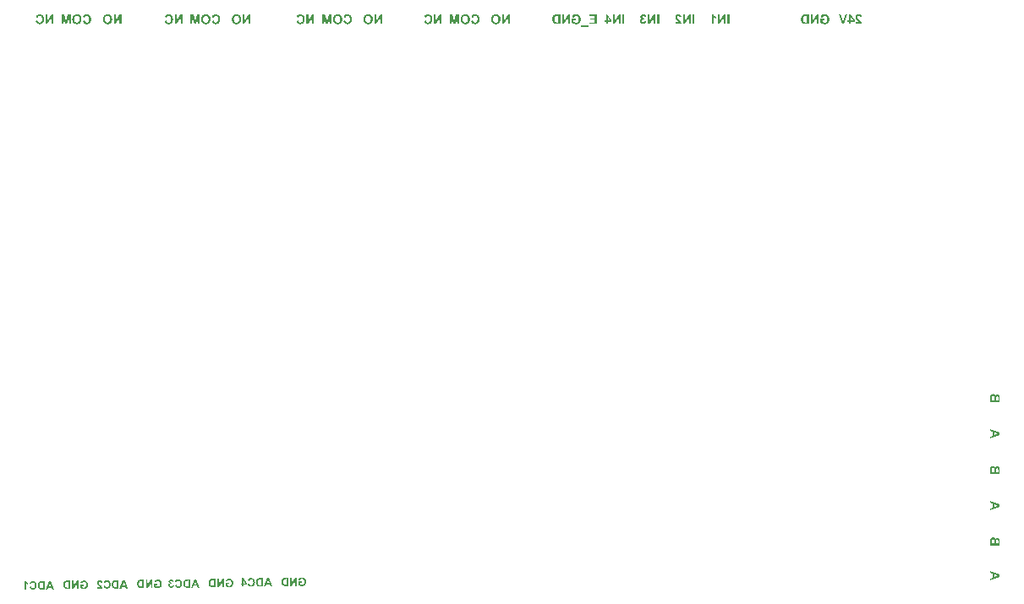
<source format=gbo>
G04*
G04 #@! TF.GenerationSoftware,Altium Limited,Altium Designer,21.2.1 (34)*
G04*
G04 Layer_Color=32896*
%FSLAX24Y24*%
%MOIN*%
G70*
G04*
G04 #@! TF.SameCoordinates,093661B1-31BE-42CD-8BD9-57EC7F8E6B73*
G04*
G04*
G04 #@! TF.FilePolarity,Positive*
G04*
G01*
G75*
G36*
X16777Y46448D02*
X16707D01*
Y46697D01*
X16553Y46448D01*
X16477D01*
Y46826D01*
X16547D01*
Y46571D01*
X16703Y46826D01*
X16777D01*
Y46448D01*
D02*
G37*
G36*
X16248Y46832D02*
X16262Y46831D01*
X16274Y46828D01*
X16287Y46825D01*
X16298Y46821D01*
X16309Y46816D01*
X16318Y46811D01*
X16327Y46807D01*
X16335Y46802D01*
X16341Y46797D01*
X16347Y46792D01*
X16352Y46788D01*
X16356Y46785D01*
X16359Y46782D01*
X16361Y46781D01*
X16361Y46780D01*
X16370Y46770D01*
X16377Y46759D01*
X16383Y46748D01*
X16389Y46736D01*
X16394Y46723D01*
X16398Y46711D01*
X16401Y46699D01*
X16404Y46687D01*
X16406Y46676D01*
X16407Y46666D01*
X16408Y46657D01*
X16409Y46649D01*
Y46643D01*
X16410Y46638D01*
Y46635D01*
Y46634D01*
Y46633D01*
X16409Y46617D01*
X16408Y46602D01*
X16405Y46587D01*
X16402Y46574D01*
X16399Y46561D01*
X16394Y46549D01*
X16390Y46539D01*
X16386Y46530D01*
X16381Y46521D01*
X16377Y46513D01*
X16373Y46507D01*
X16369Y46502D01*
X16366Y46498D01*
X16364Y46495D01*
X16362Y46493D01*
X16362Y46493D01*
X16352Y46483D01*
X16343Y46476D01*
X16332Y46469D01*
X16322Y46463D01*
X16311Y46458D01*
X16301Y46454D01*
X16291Y46451D01*
X16282Y46448D01*
X16273Y46446D01*
X16264Y46444D01*
X16257Y46443D01*
X16251Y46442D01*
X16245Y46442D01*
X16242Y46441D01*
X16238D01*
X16227Y46442D01*
X16216Y46442D01*
X16206Y46444D01*
X16197Y46446D01*
X16188Y46448D01*
X16180Y46451D01*
X16172Y46453D01*
X16165Y46457D01*
X16159Y46459D01*
X16154Y46462D01*
X16149Y46464D01*
X16145Y46466D01*
X16142Y46469D01*
X16139Y46470D01*
X16138Y46471D01*
X16138Y46471D01*
X16131Y46477D01*
X16124Y46484D01*
X16112Y46499D01*
X16102Y46514D01*
X16095Y46529D01*
X16091Y46536D01*
X16089Y46542D01*
X16086Y46548D01*
X16084Y46553D01*
X16083Y46558D01*
X16082Y46561D01*
X16081Y46563D01*
Y46564D01*
X16155Y46586D01*
X16160Y46572D01*
X16165Y46559D01*
X16169Y46549D01*
X16175Y46540D01*
X16179Y46534D01*
X16183Y46529D01*
X16186Y46526D01*
X16187Y46525D01*
X16196Y46519D01*
X16204Y46514D01*
X16213Y46511D01*
X16221Y46508D01*
X16228Y46507D01*
X16234Y46507D01*
X16236Y46506D01*
X16239D01*
X16246Y46507D01*
X16254Y46507D01*
X16267Y46511D01*
X16278Y46515D01*
X16287Y46522D01*
X16295Y46527D01*
X16300Y46531D01*
X16303Y46534D01*
X16304Y46535D01*
X16305Y46536D01*
X16305Y46536D01*
X16310Y46542D01*
X16314Y46549D01*
X16317Y46557D01*
X16320Y46565D01*
X16325Y46582D01*
X16328Y46599D01*
X16329Y46607D01*
X16329Y46614D01*
X16331Y46621D01*
Y46627D01*
X16331Y46632D01*
Y46636D01*
Y46638D01*
Y46639D01*
X16331Y46651D01*
X16330Y46663D01*
X16329Y46673D01*
X16327Y46683D01*
X16325Y46692D01*
X16323Y46700D01*
X16321Y46707D01*
X16318Y46714D01*
X16316Y46719D01*
X16314Y46724D01*
X16311Y46728D01*
X16309Y46731D01*
X16308Y46734D01*
X16307Y46736D01*
X16305Y46737D01*
Y46737D01*
X16300Y46743D01*
X16295Y46748D01*
X16290Y46751D01*
X16284Y46755D01*
X16272Y46760D01*
X16261Y46764D01*
X16252Y46766D01*
X16248Y46767D01*
X16244Y46767D01*
X16241Y46768D01*
X16237D01*
X16226Y46767D01*
X16216Y46765D01*
X16208Y46762D01*
X16200Y46759D01*
X16194Y46756D01*
X16190Y46753D01*
X16187Y46751D01*
X16186Y46750D01*
X16179Y46744D01*
X16172Y46736D01*
X16167Y46728D01*
X16163Y46721D01*
X16161Y46714D01*
X16159Y46709D01*
X16158Y46707D01*
Y46705D01*
X16157Y46705D01*
Y46704D01*
X16082Y46722D01*
X16088Y46738D01*
X16094Y46752D01*
X16100Y46764D01*
X16106Y46774D01*
X16112Y46781D01*
X16114Y46785D01*
X16116Y46787D01*
X16118Y46789D01*
X16120Y46791D01*
X16120Y46792D01*
X16121D01*
X16129Y46799D01*
X16138Y46805D01*
X16147Y46811D01*
X16156Y46815D01*
X16166Y46820D01*
X16175Y46823D01*
X16185Y46826D01*
X16193Y46828D01*
X16202Y46829D01*
X16209Y46831D01*
X16216Y46832D01*
X16222Y46832D01*
X16227Y46833D01*
X16233D01*
X16248Y46832D01*
D02*
G37*
G36*
X17461Y46448D02*
X17391D01*
Y46745D01*
X17316Y46448D01*
X17243D01*
X17168Y46745D01*
X17168Y46448D01*
X17097D01*
Y46826D01*
X17212D01*
X17279Y46567D01*
X17347Y46826D01*
X17461D01*
Y46448D01*
D02*
G37*
G36*
X18103Y46832D02*
X18117Y46831D01*
X18130Y46828D01*
X18142Y46825D01*
X18153Y46821D01*
X18164Y46816D01*
X18174Y46811D01*
X18182Y46807D01*
X18191Y46802D01*
X18197Y46797D01*
X18203Y46792D01*
X18208Y46788D01*
X18212Y46785D01*
X18215Y46782D01*
X18216Y46781D01*
X18217Y46780D01*
X18225Y46770D01*
X18233Y46759D01*
X18239Y46748D01*
X18245Y46736D01*
X18250Y46723D01*
X18253Y46711D01*
X18257Y46699D01*
X18259Y46687D01*
X18262Y46676D01*
X18263Y46666D01*
X18264Y46657D01*
X18265Y46649D01*
Y46643D01*
X18265Y46638D01*
Y46635D01*
Y46634D01*
Y46633D01*
X18265Y46617D01*
X18263Y46602D01*
X18261Y46587D01*
X18258Y46574D01*
X18254Y46561D01*
X18250Y46549D01*
X18246Y46539D01*
X18241Y46530D01*
X18237Y46521D01*
X18233Y46513D01*
X18228Y46507D01*
X18225Y46502D01*
X18222Y46498D01*
X18219Y46495D01*
X18218Y46493D01*
X18217Y46493D01*
X18208Y46483D01*
X18198Y46476D01*
X18188Y46469D01*
X18177Y46463D01*
X18167Y46458D01*
X18157Y46454D01*
X18147Y46451D01*
X18138Y46448D01*
X18128Y46446D01*
X18120Y46444D01*
X18112Y46443D01*
X18106Y46442D01*
X18101Y46442D01*
X18097Y46441D01*
X18094D01*
X18082Y46442D01*
X18072Y46442D01*
X18062Y46444D01*
X18052Y46446D01*
X18044Y46448D01*
X18035Y46451D01*
X18028Y46453D01*
X18021Y46457D01*
X18015Y46459D01*
X18009Y46462D01*
X18004Y46464D01*
X18001Y46466D01*
X17997Y46469D01*
X17995Y46470D01*
X17994Y46471D01*
X17993Y46471D01*
X17986Y46477D01*
X17980Y46484D01*
X17968Y46499D01*
X17958Y46514D01*
X17950Y46529D01*
X17947Y46536D01*
X17944Y46542D01*
X17942Y46548D01*
X17940Y46553D01*
X17938Y46558D01*
X17937Y46561D01*
X17937Y46563D01*
Y46564D01*
X18011Y46586D01*
X18015Y46572D01*
X18020Y46559D01*
X18025Y46549D01*
X18031Y46540D01*
X18035Y46534D01*
X18039Y46529D01*
X18041Y46526D01*
X18043Y46525D01*
X18051Y46519D01*
X18060Y46514D01*
X18069Y46511D01*
X18076Y46508D01*
X18084Y46507D01*
X18090Y46507D01*
X18092Y46506D01*
X18094D01*
X18102Y46507D01*
X18109Y46507D01*
X18122Y46511D01*
X18134Y46515D01*
X18143Y46522D01*
X18151Y46527D01*
X18156Y46531D01*
X18158Y46534D01*
X18160Y46535D01*
X18161Y46536D01*
X18161Y46536D01*
X18165Y46542D01*
X18169Y46549D01*
X18173Y46557D01*
X18176Y46565D01*
X18180Y46582D01*
X18183Y46599D01*
X18185Y46607D01*
X18185Y46614D01*
X18186Y46621D01*
Y46627D01*
X18187Y46632D01*
Y46636D01*
Y46638D01*
Y46639D01*
X18186Y46651D01*
X18186Y46663D01*
X18185Y46673D01*
X18183Y46683D01*
X18181Y46692D01*
X18179Y46700D01*
X18176Y46707D01*
X18174Y46714D01*
X18171Y46719D01*
X18169Y46724D01*
X18167Y46728D01*
X18165Y46731D01*
X18163Y46734D01*
X18162Y46736D01*
X18161Y46737D01*
Y46737D01*
X18156Y46743D01*
X18151Y46748D01*
X18145Y46751D01*
X18139Y46755D01*
X18128Y46760D01*
X18117Y46764D01*
X18108Y46766D01*
X18103Y46767D01*
X18100Y46767D01*
X18097Y46768D01*
X18093D01*
X18082Y46767D01*
X18072Y46765D01*
X18063Y46762D01*
X18056Y46759D01*
X18050Y46756D01*
X18045Y46753D01*
X18043Y46751D01*
X18041Y46750D01*
X18034Y46744D01*
X18028Y46736D01*
X18023Y46728D01*
X18019Y46721D01*
X18016Y46714D01*
X18015Y46709D01*
X18014Y46707D01*
Y46705D01*
X18013Y46705D01*
Y46704D01*
X17938Y46722D01*
X17943Y46738D01*
X17949Y46752D01*
X17956Y46764D01*
X17962Y46774D01*
X17968Y46781D01*
X17970Y46785D01*
X17972Y46787D01*
X17974Y46789D01*
X17975Y46791D01*
X17976Y46792D01*
X17977D01*
X17985Y46799D01*
X17994Y46805D01*
X18003Y46811D01*
X18012Y46815D01*
X18022Y46820D01*
X18031Y46823D01*
X18040Y46826D01*
X18049Y46828D01*
X18057Y46829D01*
X18065Y46831D01*
X18072Y46832D01*
X18078Y46832D01*
X18082Y46833D01*
X18089D01*
X18103Y46832D01*
D02*
G37*
G36*
X17720D02*
X17736Y46831D01*
X17750Y46828D01*
X17762Y46825D01*
X17767Y46823D01*
X17772Y46822D01*
X17776Y46821D01*
X17779Y46820D01*
X17782Y46819D01*
X17784Y46818D01*
X17785Y46817D01*
X17785D01*
X17795Y46813D01*
X17805Y46808D01*
X17813Y46802D01*
X17820Y46796D01*
X17826Y46791D01*
X17831Y46787D01*
X17833Y46784D01*
X17834Y46784D01*
X17835Y46783D01*
X17842Y46774D01*
X17849Y46765D01*
X17855Y46757D01*
X17860Y46749D01*
X17864Y46742D01*
X17867Y46736D01*
X17868Y46734D01*
X17869Y46732D01*
X17869Y46732D01*
Y46731D01*
X17875Y46716D01*
X17879Y46699D01*
X17882Y46683D01*
X17884Y46668D01*
X17885Y46661D01*
X17885Y46654D01*
X17886Y46649D01*
Y46644D01*
X17886Y46639D01*
Y46637D01*
Y46635D01*
Y46634D01*
X17886Y46618D01*
X17884Y46602D01*
X17882Y46587D01*
X17879Y46573D01*
X17875Y46561D01*
X17871Y46549D01*
X17866Y46538D01*
X17861Y46529D01*
X17857Y46520D01*
X17853Y46513D01*
X17848Y46507D01*
X17844Y46501D01*
X17841Y46497D01*
X17839Y46494D01*
X17837Y46493D01*
X17837Y46492D01*
X17827Y46483D01*
X17817Y46475D01*
X17806Y46468D01*
X17795Y46463D01*
X17784Y46458D01*
X17772Y46453D01*
X17762Y46450D01*
X17751Y46447D01*
X17741Y46445D01*
X17732Y46443D01*
X17724Y46442D01*
X17717Y46442D01*
X17711Y46441D01*
X17707Y46441D01*
X17703D01*
X17688Y46441D01*
X17673Y46443D01*
X17660Y46446D01*
X17647Y46449D01*
X17635Y46453D01*
X17624Y46457D01*
X17615Y46461D01*
X17605Y46466D01*
X17598Y46471D01*
X17590Y46476D01*
X17584Y46480D01*
X17580Y46484D01*
X17575Y46487D01*
X17572Y46490D01*
X17571Y46491D01*
X17570Y46492D01*
X17562Y46502D01*
X17554Y46513D01*
X17547Y46525D01*
X17541Y46536D01*
X17536Y46548D01*
X17532Y46560D01*
X17529Y46572D01*
X17526Y46584D01*
X17524Y46594D01*
X17523Y46604D01*
X17522Y46613D01*
X17521Y46621D01*
Y46627D01*
X17520Y46632D01*
Y46635D01*
Y46636D01*
X17521Y46653D01*
X17522Y46669D01*
X17524Y46684D01*
X17528Y46698D01*
X17532Y46710D01*
X17536Y46722D01*
X17540Y46733D01*
X17545Y46743D01*
X17550Y46751D01*
X17554Y46759D01*
X17559Y46766D01*
X17563Y46771D01*
X17565Y46775D01*
X17568Y46778D01*
X17570Y46780D01*
X17570Y46780D01*
X17580Y46790D01*
X17590Y46798D01*
X17601Y46805D01*
X17612Y46811D01*
X17624Y46816D01*
X17635Y46820D01*
X17646Y46823D01*
X17656Y46826D01*
X17666Y46828D01*
X17675Y46830D01*
X17683Y46831D01*
X17690Y46832D01*
X17696D01*
X17700Y46833D01*
X17704D01*
X17720Y46832D01*
D02*
G37*
G36*
X19458Y46448D02*
X19388D01*
Y46697D01*
X19234Y46448D01*
X19158D01*
Y46826D01*
X19228D01*
Y46571D01*
X19385Y46826D01*
X19458D01*
Y46448D01*
D02*
G37*
G36*
X18927Y46832D02*
X18943Y46831D01*
X18956Y46828D01*
X18968Y46825D01*
X18973Y46823D01*
X18978Y46822D01*
X18982Y46821D01*
X18985Y46820D01*
X18988Y46819D01*
X18990Y46818D01*
X18991Y46817D01*
X18992D01*
X19002Y46813D01*
X19011Y46808D01*
X19019Y46802D01*
X19026Y46796D01*
X19032Y46791D01*
X19037Y46787D01*
X19040Y46784D01*
X19041Y46784D01*
X19041Y46783D01*
X19049Y46774D01*
X19056Y46765D01*
X19062Y46757D01*
X19067Y46749D01*
X19071Y46742D01*
X19074Y46736D01*
X19074Y46734D01*
X19076Y46732D01*
X19076Y46732D01*
Y46731D01*
X19082Y46716D01*
X19086Y46699D01*
X19089Y46683D01*
X19091Y46668D01*
X19091Y46661D01*
X19092Y46654D01*
X19092Y46649D01*
Y46644D01*
X19093Y46639D01*
Y46637D01*
Y46635D01*
Y46634D01*
X19092Y46618D01*
X19091Y46602D01*
X19089Y46587D01*
X19085Y46573D01*
X19082Y46561D01*
X19077Y46549D01*
X19073Y46538D01*
X19068Y46529D01*
X19064Y46520D01*
X19059Y46513D01*
X19055Y46507D01*
X19051Y46501D01*
X19048Y46497D01*
X19045Y46494D01*
X19044Y46493D01*
X19043Y46492D01*
X19033Y46483D01*
X19023Y46475D01*
X19013Y46468D01*
X19001Y46463D01*
X18990Y46458D01*
X18979Y46453D01*
X18968Y46450D01*
X18958Y46447D01*
X18948Y46445D01*
X18938Y46443D01*
X18930Y46442D01*
X18923Y46442D01*
X18918Y46441D01*
X18913Y46441D01*
X18910D01*
X18894Y46441D01*
X18880Y46443D01*
X18866Y46446D01*
X18854Y46449D01*
X18842Y46453D01*
X18831Y46457D01*
X18821Y46461D01*
X18812Y46466D01*
X18804Y46471D01*
X18797Y46476D01*
X18791Y46480D01*
X18786Y46484D01*
X18782Y46487D01*
X18779Y46490D01*
X18777Y46491D01*
X18777Y46492D01*
X18768Y46502D01*
X18760Y46513D01*
X18753Y46525D01*
X18748Y46536D01*
X18743Y46548D01*
X18739Y46560D01*
X18735Y46572D01*
X18733Y46584D01*
X18731Y46594D01*
X18729Y46604D01*
X18728Y46613D01*
X18727Y46621D01*
Y46627D01*
X18727Y46632D01*
Y46635D01*
Y46636D01*
X18727Y46653D01*
X18729Y46669D01*
X18731Y46684D01*
X18734Y46698D01*
X18738Y46710D01*
X18742Y46722D01*
X18747Y46733D01*
X18752Y46743D01*
X18757Y46751D01*
X18761Y46759D01*
X18765Y46766D01*
X18769Y46771D01*
X18772Y46775D01*
X18775Y46778D01*
X18776Y46780D01*
X18777Y46780D01*
X18787Y46790D01*
X18797Y46798D01*
X18808Y46805D01*
X18819Y46811D01*
X18830Y46816D01*
X18841Y46820D01*
X18852Y46823D01*
X18863Y46826D01*
X18872Y46828D01*
X18882Y46830D01*
X18890Y46831D01*
X18897Y46832D01*
X18902D01*
X18907Y46833D01*
X18911D01*
X18927Y46832D01*
D02*
G37*
G36*
X11746Y46448D02*
X11675D01*
Y46697D01*
X11522Y46448D01*
X11445D01*
Y46826D01*
X11516D01*
Y46571D01*
X11672Y46826D01*
X11746D01*
Y46448D01*
D02*
G37*
G36*
X11216Y46832D02*
X11230Y46831D01*
X11243Y46828D01*
X11255Y46825D01*
X11266Y46821D01*
X11277Y46816D01*
X11286Y46811D01*
X11295Y46807D01*
X11303Y46802D01*
X11310Y46797D01*
X11316Y46792D01*
X11321Y46788D01*
X11325Y46785D01*
X11327Y46782D01*
X11329Y46781D01*
X11330Y46780D01*
X11338Y46770D01*
X11345Y46759D01*
X11352Y46748D01*
X11357Y46736D01*
X11362Y46723D01*
X11366Y46711D01*
X11369Y46699D01*
X11372Y46687D01*
X11374Y46676D01*
X11375Y46666D01*
X11377Y46657D01*
X11378Y46649D01*
Y46643D01*
X11378Y46638D01*
Y46635D01*
Y46634D01*
Y46633D01*
X11378Y46617D01*
X11376Y46602D01*
X11374Y46587D01*
X11371Y46574D01*
X11367Y46561D01*
X11363Y46549D01*
X11359Y46539D01*
X11354Y46530D01*
X11350Y46521D01*
X11345Y46513D01*
X11341Y46507D01*
X11338Y46502D01*
X11335Y46498D01*
X11332Y46495D01*
X11331Y46493D01*
X11330Y46493D01*
X11321Y46483D01*
X11311Y46476D01*
X11301Y46469D01*
X11290Y46463D01*
X11280Y46458D01*
X11270Y46454D01*
X11260Y46451D01*
X11250Y46448D01*
X11241Y46446D01*
X11233Y46444D01*
X11225Y46443D01*
X11219Y46442D01*
X11214Y46442D01*
X11210Y46441D01*
X11207D01*
X11195Y46442D01*
X11185Y46442D01*
X11175Y46444D01*
X11165Y46446D01*
X11157Y46448D01*
X11148Y46451D01*
X11141Y46453D01*
X11134Y46457D01*
X11128Y46459D01*
X11122Y46462D01*
X11117Y46464D01*
X11113Y46466D01*
X11110Y46469D01*
X11108Y46470D01*
X11107Y46471D01*
X11106Y46471D01*
X11099Y46477D01*
X11093Y46484D01*
X11081Y46499D01*
X11071Y46514D01*
X11063Y46529D01*
X11060Y46536D01*
X11057Y46542D01*
X11055Y46548D01*
X11053Y46553D01*
X11051Y46558D01*
X11050Y46561D01*
X11050Y46563D01*
Y46564D01*
X11124Y46586D01*
X11128Y46572D01*
X11133Y46559D01*
X11138Y46549D01*
X11143Y46540D01*
X11148Y46534D01*
X11152Y46529D01*
X11154Y46526D01*
X11155Y46525D01*
X11164Y46519D01*
X11173Y46514D01*
X11182Y46511D01*
X11189Y46508D01*
X11196Y46507D01*
X11202Y46507D01*
X11205Y46506D01*
X11207D01*
X11215Y46507D01*
X11222Y46507D01*
X11235Y46511D01*
X11247Y46515D01*
X11256Y46522D01*
X11264Y46527D01*
X11269Y46531D01*
X11271Y46534D01*
X11273Y46535D01*
X11273Y46536D01*
X11274Y46536D01*
X11278Y46542D01*
X11282Y46549D01*
X11286Y46557D01*
X11289Y46565D01*
X11293Y46582D01*
X11296Y46599D01*
X11297Y46607D01*
X11298Y46614D01*
X11299Y46621D01*
Y46627D01*
X11300Y46632D01*
Y46636D01*
Y46638D01*
Y46639D01*
X11299Y46651D01*
X11298Y46663D01*
X11297Y46673D01*
X11296Y46683D01*
X11294Y46692D01*
X11291Y46700D01*
X11289Y46707D01*
X11286Y46714D01*
X11284Y46719D01*
X11282Y46724D01*
X11280Y46728D01*
X11278Y46731D01*
X11276Y46734D01*
X11275Y46736D01*
X11274Y46737D01*
Y46737D01*
X11269Y46743D01*
X11264Y46748D01*
X11258Y46751D01*
X11252Y46755D01*
X11241Y46760D01*
X11230Y46764D01*
X11220Y46766D01*
X11216Y46767D01*
X11213Y46767D01*
X11209Y46768D01*
X11206D01*
X11195Y46767D01*
X11185Y46765D01*
X11176Y46762D01*
X11169Y46759D01*
X11163Y46756D01*
X11158Y46753D01*
X11155Y46751D01*
X11154Y46750D01*
X11147Y46744D01*
X11141Y46736D01*
X11136Y46728D01*
X11132Y46721D01*
X11129Y46714D01*
X11128Y46709D01*
X11127Y46707D01*
Y46705D01*
X11126Y46705D01*
Y46704D01*
X11051Y46722D01*
X11056Y46738D01*
X11062Y46752D01*
X11069Y46764D01*
X11075Y46774D01*
X11081Y46781D01*
X11083Y46785D01*
X11085Y46787D01*
X11087Y46789D01*
X11088Y46791D01*
X11089Y46792D01*
X11089D01*
X11098Y46799D01*
X11107Y46805D01*
X11116Y46811D01*
X11125Y46815D01*
X11135Y46820D01*
X11144Y46823D01*
X11153Y46826D01*
X11162Y46828D01*
X11170Y46829D01*
X11178Y46831D01*
X11184Y46832D01*
X11190Y46832D01*
X11195Y46833D01*
X11202D01*
X11216Y46832D01*
D02*
G37*
G36*
X12430Y46448D02*
X12359D01*
Y46745D01*
X12285Y46448D01*
X12211D01*
X12137Y46745D01*
X12136Y46448D01*
X12066D01*
Y46826D01*
X12181D01*
X12248Y46567D01*
X12315Y46826D01*
X12430D01*
Y46448D01*
D02*
G37*
G36*
X13072Y46832D02*
X13086Y46831D01*
X13098Y46828D01*
X13111Y46825D01*
X13122Y46821D01*
X13133Y46816D01*
X13142Y46811D01*
X13151Y46807D01*
X13159Y46802D01*
X13166Y46797D01*
X13172Y46792D01*
X13177Y46788D01*
X13180Y46785D01*
X13183Y46782D01*
X13185Y46781D01*
X13185Y46780D01*
X13194Y46770D01*
X13201Y46759D01*
X13208Y46748D01*
X13213Y46736D01*
X13218Y46723D01*
X13222Y46711D01*
X13225Y46699D01*
X13228Y46687D01*
X13230Y46676D01*
X13231Y46666D01*
X13232Y46657D01*
X13233Y46649D01*
Y46643D01*
X13234Y46638D01*
Y46635D01*
Y46634D01*
Y46633D01*
X13233Y46617D01*
X13232Y46602D01*
X13229Y46587D01*
X13226Y46574D01*
X13223Y46561D01*
X13219Y46549D01*
X13214Y46539D01*
X13210Y46530D01*
X13205Y46521D01*
X13201Y46513D01*
X13197Y46507D01*
X13193Y46502D01*
X13190Y46498D01*
X13188Y46495D01*
X13186Y46493D01*
X13186Y46493D01*
X13177Y46483D01*
X13167Y46476D01*
X13156Y46469D01*
X13146Y46463D01*
X13136Y46458D01*
X13125Y46454D01*
X13115Y46451D01*
X13106Y46448D01*
X13097Y46446D01*
X13089Y46444D01*
X13081Y46443D01*
X13075Y46442D01*
X13070Y46442D01*
X13066Y46441D01*
X13062D01*
X13051Y46442D01*
X13041Y46442D01*
X13030Y46444D01*
X13021Y46446D01*
X13012Y46448D01*
X13004Y46451D01*
X12996Y46453D01*
X12989Y46457D01*
X12983Y46459D01*
X12978Y46462D01*
X12973Y46464D01*
X12969Y46466D01*
X12966Y46469D01*
X12964Y46470D01*
X12962Y46471D01*
X12962Y46471D01*
X12955Y46477D01*
X12948Y46484D01*
X12936Y46499D01*
X12926Y46514D01*
X12919Y46529D01*
X12916Y46536D01*
X12913Y46542D01*
X12911Y46548D01*
X12908Y46553D01*
X12907Y46558D01*
X12906Y46561D01*
X12905Y46563D01*
Y46564D01*
X12979Y46586D01*
X12984Y46572D01*
X12989Y46559D01*
X12994Y46549D01*
X12999Y46540D01*
X13003Y46534D01*
X13007Y46529D01*
X13010Y46526D01*
X13011Y46525D01*
X13020Y46519D01*
X13029Y46514D01*
X13037Y46511D01*
X13045Y46508D01*
X13052Y46507D01*
X13058Y46507D01*
X13060Y46506D01*
X13063D01*
X13071Y46507D01*
X13078Y46507D01*
X13091Y46511D01*
X13102Y46515D01*
X13112Y46522D01*
X13119Y46527D01*
X13125Y46531D01*
X13127Y46534D01*
X13128Y46535D01*
X13129Y46536D01*
X13130Y46536D01*
X13134Y46542D01*
X13138Y46549D01*
X13142Y46557D01*
X13144Y46565D01*
X13149Y46582D01*
X13152Y46599D01*
X13153Y46607D01*
X13154Y46614D01*
X13155Y46621D01*
Y46627D01*
X13155Y46632D01*
Y46636D01*
Y46638D01*
Y46639D01*
X13155Y46651D01*
X13154Y46663D01*
X13153Y46673D01*
X13151Y46683D01*
X13149Y46692D01*
X13147Y46700D01*
X13145Y46707D01*
X13142Y46714D01*
X13140Y46719D01*
X13138Y46724D01*
X13136Y46728D01*
X13133Y46731D01*
X13132Y46734D01*
X13131Y46736D01*
X13130Y46737D01*
Y46737D01*
X13125Y46743D01*
X13119Y46748D01*
X13114Y46751D01*
X13108Y46755D01*
X13096Y46760D01*
X13085Y46764D01*
X13076Y46766D01*
X13072Y46767D01*
X13068Y46767D01*
X13065Y46768D01*
X13061D01*
X13050Y46767D01*
X13041Y46765D01*
X13032Y46762D01*
X13024Y46759D01*
X13018Y46756D01*
X13014Y46753D01*
X13011Y46751D01*
X13010Y46750D01*
X13003Y46744D01*
X12996Y46736D01*
X12991Y46728D01*
X12988Y46721D01*
X12985Y46714D01*
X12983Y46709D01*
X12982Y46707D01*
Y46705D01*
X12982Y46705D01*
Y46704D01*
X12906Y46722D01*
X12912Y46738D01*
X12918Y46752D01*
X12924Y46764D01*
X12930Y46774D01*
X12936Y46781D01*
X12938Y46785D01*
X12941Y46787D01*
X12942Y46789D01*
X12944Y46791D01*
X12944Y46792D01*
X12945D01*
X12953Y46799D01*
X12962Y46805D01*
X12971Y46811D01*
X12981Y46815D01*
X12990Y46820D01*
X13000Y46823D01*
X13009Y46826D01*
X13018Y46828D01*
X13026Y46829D01*
X13033Y46831D01*
X13040Y46832D01*
X13046Y46832D01*
X13051Y46833D01*
X13057D01*
X13072Y46832D01*
D02*
G37*
G36*
X12689D02*
X12705Y46831D01*
X12718Y46828D01*
X12730Y46825D01*
X12735Y46823D01*
X12740Y46822D01*
X12744Y46821D01*
X12747Y46820D01*
X12750Y46819D01*
X12752Y46818D01*
X12753Y46817D01*
X12754D01*
X12764Y46813D01*
X12773Y46808D01*
X12781Y46802D01*
X12788Y46796D01*
X12794Y46791D01*
X12799Y46787D01*
X12802Y46784D01*
X12803Y46784D01*
X12803Y46783D01*
X12811Y46774D01*
X12818Y46765D01*
X12824Y46757D01*
X12829Y46749D01*
X12833Y46742D01*
X12836Y46736D01*
X12836Y46734D01*
X12837Y46732D01*
X12838Y46732D01*
Y46731D01*
X12843Y46716D01*
X12848Y46699D01*
X12851Y46683D01*
X12853Y46668D01*
X12853Y46661D01*
X12854Y46654D01*
X12854Y46649D01*
Y46644D01*
X12855Y46639D01*
Y46637D01*
Y46635D01*
Y46634D01*
X12854Y46618D01*
X12853Y46602D01*
X12851Y46587D01*
X12847Y46573D01*
X12843Y46561D01*
X12839Y46549D01*
X12835Y46538D01*
X12830Y46529D01*
X12825Y46520D01*
X12821Y46513D01*
X12817Y46507D01*
X12813Y46501D01*
X12810Y46497D01*
X12807Y46494D01*
X12806Y46493D01*
X12805Y46492D01*
X12795Y46483D01*
X12785Y46475D01*
X12775Y46468D01*
X12763Y46463D01*
X12752Y46458D01*
X12741Y46453D01*
X12730Y46450D01*
X12720Y46447D01*
X12710Y46445D01*
X12700Y46443D01*
X12692Y46442D01*
X12685Y46442D01*
X12680Y46441D01*
X12675Y46441D01*
X12671D01*
X12656Y46441D01*
X12642Y46443D01*
X12628Y46446D01*
X12616Y46449D01*
X12604Y46453D01*
X12593Y46457D01*
X12583Y46461D01*
X12574Y46466D01*
X12566Y46471D01*
X12559Y46476D01*
X12553Y46480D01*
X12548Y46484D01*
X12544Y46487D01*
X12541Y46490D01*
X12539Y46491D01*
X12539Y46492D01*
X12530Y46502D01*
X12522Y46513D01*
X12515Y46525D01*
X12510Y46536D01*
X12505Y46548D01*
X12501Y46560D01*
X12497Y46572D01*
X12495Y46584D01*
X12493Y46594D01*
X12491Y46604D01*
X12490Y46613D01*
X12489Y46621D01*
Y46627D01*
X12489Y46632D01*
Y46635D01*
Y46636D01*
X12489Y46653D01*
X12491Y46669D01*
X12493Y46684D01*
X12496Y46698D01*
X12500Y46710D01*
X12504Y46722D01*
X12509Y46733D01*
X12514Y46743D01*
X12519Y46751D01*
X12523Y46759D01*
X12527Y46766D01*
X12531Y46771D01*
X12534Y46775D01*
X12537Y46778D01*
X12538Y46780D01*
X12539Y46780D01*
X12549Y46790D01*
X12559Y46798D01*
X12570Y46805D01*
X12581Y46811D01*
X12592Y46816D01*
X12603Y46820D01*
X12614Y46823D01*
X12625Y46826D01*
X12634Y46828D01*
X12644Y46830D01*
X12652Y46831D01*
X12659Y46832D01*
X12664D01*
X12669Y46833D01*
X12673D01*
X12689Y46832D01*
D02*
G37*
G36*
X14427Y46448D02*
X14356D01*
Y46697D01*
X14203Y46448D01*
X14126D01*
Y46826D01*
X14197D01*
Y46571D01*
X14353Y46826D01*
X14427D01*
Y46448D01*
D02*
G37*
G36*
X13896Y46832D02*
X13911Y46831D01*
X13925Y46828D01*
X13937Y46825D01*
X13942Y46823D01*
X13947Y46822D01*
X13951Y46821D01*
X13954Y46820D01*
X13957Y46819D01*
X13959Y46818D01*
X13960Y46817D01*
X13960D01*
X13970Y46813D01*
X13980Y46808D01*
X13988Y46802D01*
X13995Y46796D01*
X14001Y46791D01*
X14006Y46787D01*
X14009Y46784D01*
X14009Y46784D01*
X14010Y46783D01*
X14017Y46774D01*
X14024Y46765D01*
X14030Y46757D01*
X14035Y46749D01*
X14039Y46742D01*
X14042Y46736D01*
X14043Y46734D01*
X14044Y46732D01*
X14045Y46732D01*
Y46731D01*
X14050Y46716D01*
X14054Y46699D01*
X14057Y46683D01*
X14059Y46668D01*
X14060Y46661D01*
X14060Y46654D01*
X14061Y46649D01*
Y46644D01*
X14061Y46639D01*
Y46637D01*
Y46635D01*
Y46634D01*
X14061Y46618D01*
X14059Y46602D01*
X14057Y46587D01*
X14054Y46573D01*
X14050Y46561D01*
X14046Y46549D01*
X14041Y46538D01*
X14036Y46529D01*
X14032Y46520D01*
X14028Y46513D01*
X14023Y46507D01*
X14019Y46501D01*
X14016Y46497D01*
X14014Y46494D01*
X14012Y46493D01*
X14012Y46492D01*
X14002Y46483D01*
X13992Y46475D01*
X13981Y46468D01*
X13970Y46463D01*
X13959Y46458D01*
X13947Y46453D01*
X13937Y46450D01*
X13926Y46447D01*
X13916Y46445D01*
X13907Y46443D01*
X13899Y46442D01*
X13892Y46442D01*
X13886Y46441D01*
X13882Y46441D01*
X13878D01*
X13863Y46441D01*
X13849Y46443D01*
X13835Y46446D01*
X13822Y46449D01*
X13810Y46453D01*
X13799Y46457D01*
X13790Y46461D01*
X13780Y46466D01*
X13773Y46471D01*
X13766Y46476D01*
X13760Y46480D01*
X13755Y46484D01*
X13750Y46487D01*
X13748Y46490D01*
X13746Y46491D01*
X13745Y46492D01*
X13737Y46502D01*
X13729Y46513D01*
X13722Y46525D01*
X13716Y46536D01*
X13712Y46548D01*
X13707Y46560D01*
X13704Y46572D01*
X13701Y46584D01*
X13699Y46594D01*
X13698Y46604D01*
X13697Y46613D01*
X13696Y46621D01*
Y46627D01*
X13695Y46632D01*
Y46635D01*
Y46636D01*
X13696Y46653D01*
X13697Y46669D01*
X13699Y46684D01*
X13703Y46698D01*
X13707Y46710D01*
X13711Y46722D01*
X13715Y46733D01*
X13720Y46743D01*
X13725Y46751D01*
X13730Y46759D01*
X13734Y46766D01*
X13738Y46771D01*
X13740Y46775D01*
X13743Y46778D01*
X13745Y46780D01*
X13745Y46780D01*
X13755Y46790D01*
X13766Y46798D01*
X13776Y46805D01*
X13787Y46811D01*
X13799Y46816D01*
X13810Y46820D01*
X13821Y46823D01*
X13831Y46826D01*
X13841Y46828D01*
X13850Y46830D01*
X13858Y46831D01*
X13865Y46832D01*
X13871D01*
X13875Y46833D01*
X13879D01*
X13896Y46832D01*
D02*
G37*
G36*
X6553Y46448D02*
X6482D01*
Y46697D01*
X6329Y46448D01*
X6252D01*
Y46826D01*
X6323D01*
Y46571D01*
X6479Y46826D01*
X6553D01*
Y46448D01*
D02*
G37*
G36*
X6023Y46832D02*
X6037Y46831D01*
X6050Y46828D01*
X6062Y46825D01*
X6073Y46821D01*
X6084Y46816D01*
X6094Y46811D01*
X6102Y46807D01*
X6110Y46802D01*
X6117Y46797D01*
X6123Y46792D01*
X6128Y46788D01*
X6132Y46785D01*
X6135Y46782D01*
X6136Y46781D01*
X6137Y46780D01*
X6145Y46770D01*
X6153Y46759D01*
X6159Y46748D01*
X6165Y46736D01*
X6169Y46723D01*
X6173Y46711D01*
X6177Y46699D01*
X6179Y46687D01*
X6181Y46676D01*
X6183Y46666D01*
X6184Y46657D01*
X6185Y46649D01*
Y46643D01*
X6185Y46638D01*
Y46635D01*
Y46634D01*
Y46633D01*
X6185Y46617D01*
X6183Y46602D01*
X6181Y46587D01*
X6178Y46574D01*
X6174Y46561D01*
X6170Y46549D01*
X6166Y46539D01*
X6161Y46530D01*
X6157Y46521D01*
X6153Y46513D01*
X6148Y46507D01*
X6145Y46502D01*
X6142Y46498D01*
X6139Y46495D01*
X6138Y46493D01*
X6137Y46493D01*
X6128Y46483D01*
X6118Y46476D01*
X6108Y46469D01*
X6097Y46463D01*
X6087Y46458D01*
X6077Y46454D01*
X6067Y46451D01*
X6058Y46448D01*
X6048Y46446D01*
X6040Y46444D01*
X6032Y46443D01*
X6026Y46442D01*
X6021Y46442D01*
X6017Y46441D01*
X6014D01*
X6002Y46442D01*
X5992Y46442D01*
X5982Y46444D01*
X5972Y46446D01*
X5964Y46448D01*
X5955Y46451D01*
X5948Y46453D01*
X5941Y46457D01*
X5935Y46459D01*
X5929Y46462D01*
X5924Y46464D01*
X5920Y46466D01*
X5917Y46469D01*
X5915Y46470D01*
X5914Y46471D01*
X5913Y46471D01*
X5906Y46477D01*
X5900Y46484D01*
X5888Y46499D01*
X5878Y46514D01*
X5870Y46529D01*
X5867Y46536D01*
X5864Y46542D01*
X5862Y46548D01*
X5860Y46553D01*
X5858Y46558D01*
X5857Y46561D01*
X5857Y46563D01*
Y46564D01*
X5931Y46586D01*
X5935Y46572D01*
X5940Y46559D01*
X5945Y46549D01*
X5951Y46540D01*
X5955Y46534D01*
X5959Y46529D01*
X5961Y46526D01*
X5963Y46525D01*
X5971Y46519D01*
X5980Y46514D01*
X5989Y46511D01*
X5996Y46508D01*
X6003Y46507D01*
X6009Y46507D01*
X6012Y46506D01*
X6014D01*
X6022Y46507D01*
X6029Y46507D01*
X6042Y46511D01*
X6054Y46515D01*
X6063Y46522D01*
X6071Y46527D01*
X6076Y46531D01*
X6078Y46534D01*
X6080Y46535D01*
X6080Y46536D01*
X6081Y46536D01*
X6085Y46542D01*
X6089Y46549D01*
X6093Y46557D01*
X6096Y46565D01*
X6100Y46582D01*
X6103Y46599D01*
X6104Y46607D01*
X6105Y46614D01*
X6106Y46621D01*
Y46627D01*
X6107Y46632D01*
Y46636D01*
Y46638D01*
Y46639D01*
X6106Y46651D01*
X6106Y46663D01*
X6104Y46673D01*
X6103Y46683D01*
X6101Y46692D01*
X6098Y46700D01*
X6096Y46707D01*
X6094Y46714D01*
X6091Y46719D01*
X6089Y46724D01*
X6087Y46728D01*
X6085Y46731D01*
X6083Y46734D01*
X6082Y46736D01*
X6081Y46737D01*
Y46737D01*
X6076Y46743D01*
X6071Y46748D01*
X6065Y46751D01*
X6059Y46755D01*
X6048Y46760D01*
X6037Y46764D01*
X6028Y46766D01*
X6023Y46767D01*
X6020Y46767D01*
X6017Y46768D01*
X6013D01*
X6002Y46767D01*
X5992Y46765D01*
X5983Y46762D01*
X5976Y46759D01*
X5970Y46756D01*
X5965Y46753D01*
X5963Y46751D01*
X5961Y46750D01*
X5954Y46744D01*
X5948Y46736D01*
X5943Y46728D01*
X5939Y46721D01*
X5936Y46714D01*
X5935Y46709D01*
X5934Y46707D01*
Y46705D01*
X5933Y46705D01*
Y46704D01*
X5858Y46722D01*
X5863Y46738D01*
X5869Y46752D01*
X5876Y46764D01*
X5882Y46774D01*
X5888Y46781D01*
X5890Y46785D01*
X5892Y46787D01*
X5894Y46789D01*
X5895Y46791D01*
X5896Y46792D01*
X5896D01*
X5905Y46799D01*
X5914Y46805D01*
X5923Y46811D01*
X5932Y46815D01*
X5942Y46820D01*
X5951Y46823D01*
X5960Y46826D01*
X5969Y46828D01*
X5977Y46829D01*
X5985Y46831D01*
X5991Y46832D01*
X5997Y46832D01*
X6002Y46833D01*
X6009D01*
X6023Y46832D01*
D02*
G37*
G36*
X7237Y46448D02*
X7166D01*
Y46745D01*
X7092Y46448D01*
X7018D01*
X6944Y46745D01*
X6943Y46448D01*
X6873D01*
Y46826D01*
X6988D01*
X7055Y46567D01*
X7123Y46826D01*
X7237D01*
Y46448D01*
D02*
G37*
G36*
X7879Y46832D02*
X7893Y46831D01*
X7906Y46828D01*
X7918Y46825D01*
X7929Y46821D01*
X7940Y46816D01*
X7949Y46811D01*
X7958Y46807D01*
X7966Y46802D01*
X7973Y46797D01*
X7979Y46792D01*
X7984Y46788D01*
X7987Y46785D01*
X7990Y46782D01*
X7992Y46781D01*
X7992Y46780D01*
X8001Y46770D01*
X8008Y46759D01*
X8015Y46748D01*
X8020Y46736D01*
X8025Y46723D01*
X8029Y46711D01*
X8032Y46699D01*
X8035Y46687D01*
X8037Y46676D01*
X8038Y46666D01*
X8039Y46657D01*
X8040Y46649D01*
Y46643D01*
X8041Y46638D01*
Y46635D01*
Y46634D01*
Y46633D01*
X8040Y46617D01*
X8039Y46602D01*
X8037Y46587D01*
X8033Y46574D01*
X8030Y46561D01*
X8026Y46549D01*
X8021Y46539D01*
X8017Y46530D01*
X8013Y46521D01*
X8008Y46513D01*
X8004Y46507D01*
X8001Y46502D01*
X7997Y46498D01*
X7995Y46495D01*
X7993Y46493D01*
X7993Y46493D01*
X7984Y46483D01*
X7974Y46476D01*
X7963Y46469D01*
X7953Y46463D01*
X7943Y46458D01*
X7932Y46454D01*
X7922Y46451D01*
X7913Y46448D01*
X7904Y46446D01*
X7896Y46444D01*
X7888Y46443D01*
X7882Y46442D01*
X7877Y46442D01*
X7873Y46441D01*
X7869D01*
X7858Y46442D01*
X7848Y46442D01*
X7837Y46444D01*
X7828Y46446D01*
X7819Y46448D01*
X7811Y46451D01*
X7803Y46453D01*
X7796Y46457D01*
X7790Y46459D01*
X7785Y46462D01*
X7780Y46464D01*
X7776Y46466D01*
X7773Y46469D01*
X7771Y46470D01*
X7770Y46471D01*
X7769Y46471D01*
X7762Y46477D01*
X7755Y46484D01*
X7743Y46499D01*
X7734Y46514D01*
X7726Y46529D01*
X7723Y46536D01*
X7720Y46542D01*
X7718Y46548D01*
X7716Y46553D01*
X7714Y46558D01*
X7713Y46561D01*
X7712Y46563D01*
Y46564D01*
X7786Y46586D01*
X7791Y46572D01*
X7796Y46559D01*
X7801Y46549D01*
X7806Y46540D01*
X7811Y46534D01*
X7814Y46529D01*
X7817Y46526D01*
X7818Y46525D01*
X7827Y46519D01*
X7836Y46514D01*
X7844Y46511D01*
X7852Y46508D01*
X7859Y46507D01*
X7865Y46507D01*
X7867Y46506D01*
X7870D01*
X7878Y46507D01*
X7885Y46507D01*
X7898Y46511D01*
X7909Y46515D01*
X7919Y46522D01*
X7926Y46527D01*
X7932Y46531D01*
X7934Y46534D01*
X7936Y46535D01*
X7936Y46536D01*
X7937Y46536D01*
X7941Y46542D01*
X7945Y46549D01*
X7949Y46557D01*
X7951Y46565D01*
X7956Y46582D01*
X7959Y46599D01*
X7960Y46607D01*
X7961Y46614D01*
X7962Y46621D01*
Y46627D01*
X7962Y46632D01*
Y46636D01*
Y46638D01*
Y46639D01*
X7962Y46651D01*
X7961Y46663D01*
X7960Y46673D01*
X7958Y46683D01*
X7956Y46692D01*
X7954Y46700D01*
X7952Y46707D01*
X7949Y46714D01*
X7947Y46719D01*
X7945Y46724D01*
X7943Y46728D01*
X7940Y46731D01*
X7939Y46734D01*
X7938Y46736D01*
X7937Y46737D01*
Y46737D01*
X7932Y46743D01*
X7926Y46748D01*
X7921Y46751D01*
X7915Y46755D01*
X7903Y46760D01*
X7892Y46764D01*
X7883Y46766D01*
X7879Y46767D01*
X7875Y46767D01*
X7872Y46768D01*
X7868D01*
X7857Y46767D01*
X7848Y46765D01*
X7839Y46762D01*
X7831Y46759D01*
X7825Y46756D01*
X7821Y46753D01*
X7818Y46751D01*
X7817Y46750D01*
X7810Y46744D01*
X7803Y46736D01*
X7799Y46728D01*
X7795Y46721D01*
X7792Y46714D01*
X7790Y46709D01*
X7789Y46707D01*
Y46705D01*
X7789Y46705D01*
Y46704D01*
X7713Y46722D01*
X7719Y46738D01*
X7725Y46752D01*
X7731Y46764D01*
X7737Y46774D01*
X7743Y46781D01*
X7746Y46785D01*
X7748Y46787D01*
X7749Y46789D01*
X7751Y46791D01*
X7752Y46792D01*
X7752D01*
X7760Y46799D01*
X7770Y46805D01*
X7778Y46811D01*
X7788Y46815D01*
X7797Y46820D01*
X7807Y46823D01*
X7816Y46826D01*
X7825Y46828D01*
X7833Y46829D01*
X7841Y46831D01*
X7847Y46832D01*
X7853Y46832D01*
X7858Y46833D01*
X7865D01*
X7879Y46832D01*
D02*
G37*
G36*
X7496D02*
X7512Y46831D01*
X7526Y46828D01*
X7538Y46825D01*
X7542Y46823D01*
X7547Y46822D01*
X7551Y46821D01*
X7554Y46820D01*
X7557Y46819D01*
X7559Y46818D01*
X7560Y46817D01*
X7561D01*
X7571Y46813D01*
X7580Y46808D01*
X7588Y46802D01*
X7595Y46796D01*
X7601Y46791D01*
X7606Y46787D01*
X7609Y46784D01*
X7610Y46784D01*
X7610Y46783D01*
X7618Y46774D01*
X7625Y46765D01*
X7631Y46757D01*
X7636Y46749D01*
X7640Y46742D01*
X7643Y46736D01*
X7643Y46734D01*
X7645Y46732D01*
X7645Y46732D01*
Y46731D01*
X7651Y46716D01*
X7655Y46699D01*
X7658Y46683D01*
X7660Y46668D01*
X7660Y46661D01*
X7661Y46654D01*
X7661Y46649D01*
Y46644D01*
X7662Y46639D01*
Y46637D01*
Y46635D01*
Y46634D01*
X7661Y46618D01*
X7660Y46602D01*
X7658Y46587D01*
X7654Y46573D01*
X7651Y46561D01*
X7646Y46549D01*
X7642Y46538D01*
X7637Y46529D01*
X7633Y46520D01*
X7628Y46513D01*
X7624Y46507D01*
X7620Y46501D01*
X7617Y46497D01*
X7615Y46494D01*
X7613Y46493D01*
X7612Y46492D01*
X7602Y46483D01*
X7592Y46475D01*
X7582Y46468D01*
X7570Y46463D01*
X7559Y46458D01*
X7548Y46453D01*
X7538Y46450D01*
X7527Y46447D01*
X7517Y46445D01*
X7508Y46443D01*
X7499Y46442D01*
X7492Y46442D01*
X7487Y46441D01*
X7482Y46441D01*
X7479D01*
X7463Y46441D01*
X7449Y46443D01*
X7435Y46446D01*
X7423Y46449D01*
X7411Y46453D01*
X7400Y46457D01*
X7390Y46461D01*
X7381Y46466D01*
X7373Y46471D01*
X7366Y46476D01*
X7360Y46480D01*
X7355Y46484D01*
X7351Y46487D01*
X7348Y46490D01*
X7346Y46491D01*
X7346Y46492D01*
X7337Y46502D01*
X7329Y46513D01*
X7322Y46525D01*
X7317Y46536D01*
X7312Y46548D01*
X7308Y46560D01*
X7304Y46572D01*
X7302Y46584D01*
X7300Y46594D01*
X7298Y46604D01*
X7297Y46613D01*
X7296Y46621D01*
Y46627D01*
X7296Y46632D01*
Y46635D01*
Y46636D01*
X7296Y46653D01*
X7298Y46669D01*
X7300Y46684D01*
X7303Y46698D01*
X7307Y46710D01*
X7311Y46722D01*
X7316Y46733D01*
X7321Y46743D01*
X7326Y46751D01*
X7330Y46759D01*
X7334Y46766D01*
X7338Y46771D01*
X7341Y46775D01*
X7344Y46778D01*
X7345Y46780D01*
X7346Y46780D01*
X7356Y46790D01*
X7366Y46798D01*
X7377Y46805D01*
X7388Y46811D01*
X7399Y46816D01*
X7410Y46820D01*
X7421Y46823D01*
X7432Y46826D01*
X7441Y46828D01*
X7451Y46830D01*
X7459Y46831D01*
X7466Y46832D01*
X7471D01*
X7476Y46833D01*
X7480D01*
X7496Y46832D01*
D02*
G37*
G36*
X9234Y46448D02*
X9163D01*
Y46697D01*
X9010Y46448D01*
X8934D01*
Y46826D01*
X9004D01*
Y46571D01*
X9160Y46826D01*
X9234D01*
Y46448D01*
D02*
G37*
G36*
X8703Y46832D02*
X8718Y46831D01*
X8732Y46828D01*
X8744Y46825D01*
X8749Y46823D01*
X8754Y46822D01*
X8758Y46821D01*
X8761Y46820D01*
X8764Y46819D01*
X8766Y46818D01*
X8767Y46817D01*
X8768D01*
X8777Y46813D01*
X8787Y46808D01*
X8795Y46802D01*
X8802Y46796D01*
X8808Y46791D01*
X8813Y46787D01*
X8816Y46784D01*
X8816Y46784D01*
X8817Y46783D01*
X8824Y46774D01*
X8831Y46765D01*
X8837Y46757D01*
X8842Y46749D01*
X8846Y46742D01*
X8849Y46736D01*
X8850Y46734D01*
X8851Y46732D01*
X8852Y46732D01*
Y46731D01*
X8857Y46716D01*
X8861Y46699D01*
X8864Y46683D01*
X8866Y46668D01*
X8867Y46661D01*
X8867Y46654D01*
X8868Y46649D01*
Y46644D01*
X8869Y46639D01*
Y46637D01*
Y46635D01*
Y46634D01*
X8868Y46618D01*
X8866Y46602D01*
X8864Y46587D01*
X8861Y46573D01*
X8857Y46561D01*
X8853Y46549D01*
X8848Y46538D01*
X8843Y46529D01*
X8839Y46520D01*
X8835Y46513D01*
X8830Y46507D01*
X8827Y46501D01*
X8823Y46497D01*
X8821Y46494D01*
X8819Y46493D01*
X8819Y46492D01*
X8809Y46483D01*
X8799Y46475D01*
X8788Y46468D01*
X8777Y46463D01*
X8766Y46458D01*
X8754Y46453D01*
X8744Y46450D01*
X8733Y46447D01*
X8723Y46445D01*
X8714Y46443D01*
X8706Y46442D01*
X8699Y46442D01*
X8693Y46441D01*
X8689Y46441D01*
X8685D01*
X8670Y46441D01*
X8656Y46443D01*
X8642Y46446D01*
X8629Y46449D01*
X8617Y46453D01*
X8607Y46457D01*
X8597Y46461D01*
X8587Y46466D01*
X8580Y46471D01*
X8573Y46476D01*
X8567Y46480D01*
X8562Y46484D01*
X8557Y46487D01*
X8555Y46490D01*
X8553Y46491D01*
X8552Y46492D01*
X8544Y46502D01*
X8536Y46513D01*
X8529Y46525D01*
X8524Y46536D01*
X8519Y46548D01*
X8514Y46560D01*
X8511Y46572D01*
X8508Y46584D01*
X8507Y46594D01*
X8505Y46604D01*
X8504Y46613D01*
X8503Y46621D01*
Y46627D01*
X8502Y46632D01*
Y46635D01*
Y46636D01*
X8503Y46653D01*
X8504Y46669D01*
X8507Y46684D01*
X8510Y46698D01*
X8514Y46710D01*
X8518Y46722D01*
X8522Y46733D01*
X8527Y46743D01*
X8532Y46751D01*
X8537Y46759D01*
X8541Y46766D01*
X8545Y46771D01*
X8548Y46775D01*
X8550Y46778D01*
X8552Y46780D01*
X8552Y46780D01*
X8562Y46790D01*
X8573Y46798D01*
X8584Y46805D01*
X8594Y46811D01*
X8606Y46816D01*
X8617Y46820D01*
X8628Y46823D01*
X8638Y46826D01*
X8648Y46828D01*
X8657Y46830D01*
X8665Y46831D01*
X8673Y46832D01*
X8678D01*
X8682Y46833D01*
X8686D01*
X8703Y46832D01*
D02*
G37*
G36*
X4150Y46448D02*
X4079D01*
Y46697D01*
X3926Y46448D01*
X3849D01*
Y46826D01*
X3920D01*
Y46571D01*
X4076Y46826D01*
X4150D01*
Y46448D01*
D02*
G37*
G36*
X3618Y46832D02*
X3634Y46831D01*
X3648Y46828D01*
X3660Y46825D01*
X3665Y46823D01*
X3670Y46822D01*
X3673Y46821D01*
X3677Y46820D01*
X3679Y46819D01*
X3682Y46818D01*
X3683Y46817D01*
X3683D01*
X3693Y46813D01*
X3702Y46808D01*
X3711Y46802D01*
X3718Y46796D01*
X3724Y46791D01*
X3729Y46787D01*
X3731Y46784D01*
X3732Y46784D01*
X3732Y46783D01*
X3740Y46774D01*
X3747Y46765D01*
X3753Y46757D01*
X3758Y46749D01*
X3762Y46742D01*
X3765Y46736D01*
X3766Y46734D01*
X3767Y46732D01*
X3767Y46732D01*
Y46731D01*
X3773Y46716D01*
X3777Y46699D01*
X3780Y46683D01*
X3782Y46668D01*
X3783Y46661D01*
X3783Y46654D01*
X3784Y46649D01*
Y46644D01*
X3784Y46639D01*
Y46637D01*
Y46635D01*
Y46634D01*
X3784Y46618D01*
X3782Y46602D01*
X3780Y46587D01*
X3777Y46573D01*
X3773Y46561D01*
X3769Y46549D01*
X3764Y46538D01*
X3759Y46529D01*
X3755Y46520D01*
X3750Y46513D01*
X3746Y46507D01*
X3742Y46501D01*
X3739Y46497D01*
X3737Y46494D01*
X3735Y46493D01*
X3735Y46492D01*
X3725Y46483D01*
X3714Y46475D01*
X3704Y46468D01*
X3693Y46463D01*
X3682Y46458D01*
X3670Y46453D01*
X3660Y46450D01*
X3649Y46447D01*
X3639Y46445D01*
X3630Y46443D01*
X3622Y46442D01*
X3615Y46442D01*
X3609Y46441D01*
X3605Y46441D01*
X3601D01*
X3586Y46441D01*
X3571Y46443D01*
X3558Y46446D01*
X3545Y46449D01*
X3533Y46453D01*
X3522Y46457D01*
X3512Y46461D01*
X3503Y46466D01*
X3496Y46471D01*
X3488Y46476D01*
X3482Y46480D01*
X3477Y46484D01*
X3473Y46487D01*
X3470Y46490D01*
X3469Y46491D01*
X3468Y46492D01*
X3459Y46502D01*
X3452Y46513D01*
X3445Y46525D01*
X3439Y46536D01*
X3434Y46548D01*
X3430Y46560D01*
X3427Y46572D01*
X3424Y46584D01*
X3422Y46594D01*
X3421Y46604D01*
X3420Y46613D01*
X3419Y46621D01*
Y46627D01*
X3418Y46632D01*
Y46635D01*
Y46636D01*
X3419Y46653D01*
X3420Y46669D01*
X3422Y46684D01*
X3426Y46698D01*
X3429Y46710D01*
X3434Y46722D01*
X3438Y46733D01*
X3443Y46743D01*
X3448Y46751D01*
X3452Y46759D01*
X3457Y46766D01*
X3461Y46771D01*
X3463Y46775D01*
X3466Y46778D01*
X3468Y46780D01*
X3468Y46780D01*
X3478Y46790D01*
X3488Y46798D01*
X3499Y46805D01*
X3510Y46811D01*
X3522Y46816D01*
X3533Y46820D01*
X3544Y46823D01*
X3554Y46826D01*
X3564Y46828D01*
X3573Y46830D01*
X3581Y46831D01*
X3588Y46832D01*
X3594D01*
X3598Y46833D01*
X3602D01*
X3618Y46832D01*
D02*
G37*
G36*
X2152Y46448D02*
X2082D01*
Y46745D01*
X2008Y46448D01*
X1934D01*
X1860Y46745D01*
X1859Y46448D01*
X1789D01*
Y46826D01*
X1903D01*
X1971Y46567D01*
X2038Y46826D01*
X2152D01*
Y46448D01*
D02*
G37*
G36*
X2795Y46832D02*
X2809Y46831D01*
X2821Y46828D01*
X2834Y46825D01*
X2845Y46821D01*
X2856Y46816D01*
X2865Y46811D01*
X2874Y46807D01*
X2882Y46802D01*
X2888Y46797D01*
X2894Y46792D01*
X2899Y46788D01*
X2903Y46785D01*
X2906Y46782D01*
X2908Y46781D01*
X2908Y46780D01*
X2917Y46770D01*
X2924Y46759D01*
X2930Y46748D01*
X2936Y46736D01*
X2941Y46723D01*
X2945Y46711D01*
X2948Y46699D01*
X2951Y46687D01*
X2953Y46676D01*
X2954Y46666D01*
X2955Y46657D01*
X2956Y46649D01*
Y46643D01*
X2957Y46638D01*
Y46635D01*
Y46634D01*
Y46633D01*
X2956Y46617D01*
X2955Y46602D01*
X2952Y46587D01*
X2949Y46574D01*
X2946Y46561D01*
X2941Y46549D01*
X2937Y46539D01*
X2933Y46530D01*
X2928Y46521D01*
X2924Y46513D01*
X2920Y46507D01*
X2916Y46502D01*
X2913Y46498D01*
X2911Y46495D01*
X2909Y46493D01*
X2909Y46493D01*
X2899Y46483D01*
X2890Y46476D01*
X2879Y46469D01*
X2869Y46463D01*
X2858Y46458D01*
X2848Y46454D01*
X2838Y46451D01*
X2829Y46448D01*
X2820Y46446D01*
X2811Y46444D01*
X2804Y46443D01*
X2798Y46442D01*
X2792Y46442D01*
X2789Y46441D01*
X2785D01*
X2774Y46442D01*
X2763Y46442D01*
X2753Y46444D01*
X2744Y46446D01*
X2735Y46448D01*
X2727Y46451D01*
X2719Y46453D01*
X2712Y46457D01*
X2706Y46459D01*
X2701Y46462D01*
X2696Y46464D01*
X2692Y46466D01*
X2689Y46469D01*
X2686Y46470D01*
X2685Y46471D01*
X2685Y46471D01*
X2678Y46477D01*
X2671Y46484D01*
X2659Y46499D01*
X2649Y46514D01*
X2642Y46529D01*
X2638Y46536D01*
X2636Y46542D01*
X2633Y46548D01*
X2631Y46553D01*
X2630Y46558D01*
X2629Y46561D01*
X2628Y46563D01*
Y46564D01*
X2702Y46586D01*
X2707Y46572D01*
X2712Y46559D01*
X2716Y46549D01*
X2722Y46540D01*
X2726Y46534D01*
X2730Y46529D01*
X2733Y46526D01*
X2734Y46525D01*
X2743Y46519D01*
X2751Y46514D01*
X2760Y46511D01*
X2768Y46508D01*
X2775Y46507D01*
X2781Y46507D01*
X2783Y46506D01*
X2786D01*
X2793Y46507D01*
X2801Y46507D01*
X2814Y46511D01*
X2825Y46515D01*
X2834Y46522D01*
X2842Y46527D01*
X2847Y46531D01*
X2850Y46534D01*
X2851Y46535D01*
X2852Y46536D01*
X2852Y46536D01*
X2857Y46542D01*
X2861Y46549D01*
X2864Y46557D01*
X2867Y46565D01*
X2872Y46582D01*
X2875Y46599D01*
X2876Y46607D01*
X2876Y46614D01*
X2878Y46621D01*
Y46627D01*
X2878Y46632D01*
Y46636D01*
Y46638D01*
Y46639D01*
X2878Y46651D01*
X2877Y46663D01*
X2876Y46673D01*
X2874Y46683D01*
X2872Y46692D01*
X2870Y46700D01*
X2868Y46707D01*
X2865Y46714D01*
X2863Y46719D01*
X2861Y46724D01*
X2858Y46728D01*
X2856Y46731D01*
X2855Y46734D01*
X2853Y46736D01*
X2852Y46737D01*
Y46737D01*
X2847Y46743D01*
X2842Y46748D01*
X2837Y46751D01*
X2831Y46755D01*
X2819Y46760D01*
X2808Y46764D01*
X2799Y46766D01*
X2795Y46767D01*
X2791Y46767D01*
X2788Y46768D01*
X2784D01*
X2773Y46767D01*
X2763Y46765D01*
X2755Y46762D01*
X2747Y46759D01*
X2741Y46756D01*
X2737Y46753D01*
X2734Y46751D01*
X2733Y46750D01*
X2726Y46744D01*
X2719Y46736D01*
X2714Y46728D01*
X2710Y46721D01*
X2708Y46714D01*
X2706Y46709D01*
X2705Y46707D01*
Y46705D01*
X2704Y46705D01*
Y46704D01*
X2629Y46722D01*
X2635Y46738D01*
X2641Y46752D01*
X2647Y46764D01*
X2653Y46774D01*
X2659Y46781D01*
X2661Y46785D01*
X2663Y46787D01*
X2665Y46789D01*
X2667Y46791D01*
X2667Y46792D01*
X2668D01*
X2676Y46799D01*
X2685Y46805D01*
X2694Y46811D01*
X2703Y46815D01*
X2713Y46820D01*
X2722Y46823D01*
X2732Y46826D01*
X2740Y46828D01*
X2749Y46829D01*
X2756Y46831D01*
X2763Y46832D01*
X2769Y46832D01*
X2774Y46833D01*
X2780D01*
X2795Y46832D01*
D02*
G37*
G36*
X2412D02*
X2428Y46831D01*
X2441Y46828D01*
X2453Y46825D01*
X2458Y46823D01*
X2463Y46822D01*
X2467Y46821D01*
X2470Y46820D01*
X2473Y46819D01*
X2475Y46818D01*
X2476Y46817D01*
X2477D01*
X2487Y46813D01*
X2496Y46808D01*
X2504Y46802D01*
X2511Y46796D01*
X2517Y46791D01*
X2522Y46787D01*
X2525Y46784D01*
X2525Y46784D01*
X2526Y46783D01*
X2534Y46774D01*
X2541Y46765D01*
X2547Y46757D01*
X2552Y46749D01*
X2555Y46742D01*
X2559Y46736D01*
X2559Y46734D01*
X2560Y46732D01*
X2561Y46732D01*
Y46731D01*
X2566Y46716D01*
X2571Y46699D01*
X2573Y46683D01*
X2576Y46668D01*
X2576Y46661D01*
X2577Y46654D01*
X2577Y46649D01*
Y46644D01*
X2578Y46639D01*
Y46637D01*
Y46635D01*
Y46634D01*
X2577Y46618D01*
X2576Y46602D01*
X2573Y46587D01*
X2570Y46573D01*
X2566Y46561D01*
X2562Y46549D01*
X2558Y46538D01*
X2553Y46529D01*
X2548Y46520D01*
X2544Y46513D01*
X2540Y46507D01*
X2536Y46501D01*
X2532Y46497D01*
X2530Y46494D01*
X2529Y46493D01*
X2528Y46492D01*
X2518Y46483D01*
X2508Y46475D01*
X2498Y46468D01*
X2486Y46463D01*
X2475Y46458D01*
X2464Y46453D01*
X2453Y46450D01*
X2442Y46447D01*
X2433Y46445D01*
X2423Y46443D01*
X2415Y46442D01*
X2408Y46442D01*
X2403Y46441D01*
X2398Y46441D01*
X2394D01*
X2379Y46441D01*
X2365Y46443D01*
X2351Y46446D01*
X2339Y46449D01*
X2327Y46453D01*
X2316Y46457D01*
X2306Y46461D01*
X2297Y46466D01*
X2289Y46471D01*
X2282Y46476D01*
X2276Y46480D01*
X2271Y46484D01*
X2267Y46487D01*
X2264Y46490D01*
X2262Y46491D01*
X2262Y46492D01*
X2253Y46502D01*
X2245Y46513D01*
X2238Y46525D01*
X2233Y46536D01*
X2228Y46548D01*
X2223Y46560D01*
X2220Y46572D01*
X2217Y46584D01*
X2216Y46594D01*
X2214Y46604D01*
X2213Y46613D01*
X2212Y46621D01*
Y46627D01*
X2211Y46632D01*
Y46635D01*
Y46636D01*
X2212Y46653D01*
X2214Y46669D01*
X2216Y46684D01*
X2219Y46698D01*
X2223Y46710D01*
X2227Y46722D01*
X2232Y46733D01*
X2237Y46743D01*
X2241Y46751D01*
X2246Y46759D01*
X2250Y46766D01*
X2254Y46771D01*
X2257Y46775D01*
X2259Y46778D01*
X2261Y46780D01*
X2262Y46780D01*
X2271Y46790D01*
X2282Y46798D01*
X2293Y46805D01*
X2304Y46811D01*
X2315Y46816D01*
X2326Y46820D01*
X2337Y46823D01*
X2347Y46826D01*
X2357Y46828D01*
X2366Y46830D01*
X2375Y46831D01*
X2382Y46832D01*
X2387D01*
X2392Y46833D01*
X2395D01*
X2412Y46832D01*
D02*
G37*
G36*
X1469Y46448D02*
X1398D01*
Y46697D01*
X1245Y46448D01*
X1168D01*
Y46826D01*
X1239D01*
Y46571D01*
X1395Y46826D01*
X1469D01*
Y46448D01*
D02*
G37*
G36*
X939Y46832D02*
X953Y46831D01*
X966Y46828D01*
X978Y46825D01*
X989Y46821D01*
X1000Y46816D01*
X1009Y46811D01*
X1018Y46807D01*
X1026Y46802D01*
X1033Y46797D01*
X1039Y46792D01*
X1044Y46788D01*
X1048Y46785D01*
X1050Y46782D01*
X1052Y46781D01*
X1052Y46780D01*
X1061Y46770D01*
X1068Y46759D01*
X1075Y46748D01*
X1080Y46736D01*
X1085Y46723D01*
X1089Y46711D01*
X1092Y46699D01*
X1095Y46687D01*
X1097Y46676D01*
X1098Y46666D01*
X1099Y46657D01*
X1101Y46649D01*
Y46643D01*
X1101Y46638D01*
Y46635D01*
Y46634D01*
Y46633D01*
X1101Y46617D01*
X1099Y46602D01*
X1097Y46587D01*
X1093Y46574D01*
X1090Y46561D01*
X1086Y46549D01*
X1081Y46539D01*
X1077Y46530D01*
X1073Y46521D01*
X1068Y46513D01*
X1064Y46507D01*
X1061Y46502D01*
X1057Y46498D01*
X1055Y46495D01*
X1054Y46493D01*
X1053Y46493D01*
X1044Y46483D01*
X1034Y46476D01*
X1024Y46469D01*
X1013Y46463D01*
X1003Y46458D01*
X992Y46454D01*
X983Y46451D01*
X973Y46448D01*
X964Y46446D01*
X956Y46444D01*
X948Y46443D01*
X942Y46442D01*
X937Y46442D01*
X933Y46441D01*
X930D01*
X918Y46442D01*
X908Y46442D01*
X897Y46444D01*
X888Y46446D01*
X879Y46448D01*
X871Y46451D01*
X864Y46453D01*
X856Y46457D01*
X850Y46459D01*
X845Y46462D01*
X840Y46464D01*
X836Y46466D01*
X833Y46469D01*
X831Y46470D01*
X830Y46471D01*
X829Y46471D01*
X822Y46477D01*
X815Y46484D01*
X803Y46499D01*
X794Y46514D01*
X786Y46529D01*
X783Y46536D01*
X780Y46542D01*
X778Y46548D01*
X776Y46553D01*
X774Y46558D01*
X773Y46561D01*
X772Y46563D01*
Y46564D01*
X847Y46586D01*
X851Y46572D01*
X856Y46559D01*
X861Y46549D01*
X866Y46540D01*
X871Y46534D01*
X874Y46529D01*
X877Y46526D01*
X878Y46525D01*
X887Y46519D01*
X896Y46514D01*
X904Y46511D01*
X912Y46508D01*
X919Y46507D01*
X925Y46507D01*
X927Y46506D01*
X930D01*
X938Y46507D01*
X945Y46507D01*
X958Y46511D01*
X969Y46515D01*
X979Y46522D01*
X986Y46527D01*
X992Y46531D01*
X994Y46534D01*
X996Y46535D01*
X996Y46536D01*
X997Y46536D01*
X1001Y46542D01*
X1005Y46549D01*
X1009Y46557D01*
X1011Y46565D01*
X1016Y46582D01*
X1019Y46599D01*
X1020Y46607D01*
X1021Y46614D01*
X1022Y46621D01*
Y46627D01*
X1022Y46632D01*
Y46636D01*
Y46638D01*
Y46639D01*
X1022Y46651D01*
X1021Y46663D01*
X1020Y46673D01*
X1019Y46683D01*
X1016Y46692D01*
X1014Y46700D01*
X1012Y46707D01*
X1009Y46714D01*
X1007Y46719D01*
X1005Y46724D01*
X1003Y46728D01*
X1001Y46731D01*
X999Y46734D01*
X998Y46736D01*
X997Y46737D01*
Y46737D01*
X992Y46743D01*
X986Y46748D01*
X981Y46751D01*
X975Y46755D01*
X963Y46760D01*
X953Y46764D01*
X943Y46766D01*
X939Y46767D01*
X936Y46767D01*
X932Y46768D01*
X929D01*
X918Y46767D01*
X908Y46765D01*
X899Y46762D01*
X891Y46759D01*
X885Y46756D01*
X881Y46753D01*
X878Y46751D01*
X877Y46750D01*
X870Y46744D01*
X864Y46736D01*
X859Y46728D01*
X855Y46721D01*
X852Y46714D01*
X850Y46709D01*
X849Y46707D01*
Y46705D01*
X849Y46705D01*
Y46704D01*
X773Y46722D01*
X779Y46738D01*
X785Y46752D01*
X791Y46764D01*
X797Y46774D01*
X803Y46781D01*
X806Y46785D01*
X808Y46787D01*
X809Y46789D01*
X811Y46791D01*
X812Y46792D01*
X812D01*
X820Y46799D01*
X830Y46805D01*
X838Y46811D01*
X848Y46815D01*
X858Y46820D01*
X867Y46823D01*
X876Y46826D01*
X885Y46828D01*
X893Y46829D01*
X901Y46831D01*
X907Y46832D01*
X913Y46832D01*
X918Y46833D01*
X925D01*
X939Y46832D01*
D02*
G37*
G36*
X9276Y24587D02*
X9288Y24585D01*
X9299Y24583D01*
X9310Y24580D01*
X9319Y24577D01*
X9329Y24573D01*
X9337Y24569D01*
X9344Y24564D01*
X9352Y24560D01*
X9357Y24556D01*
X9362Y24552D01*
X9367Y24549D01*
X9370Y24546D01*
X9372Y24544D01*
X9374Y24542D01*
X9374Y24542D01*
X9382Y24533D01*
X9388Y24523D01*
X9394Y24513D01*
X9398Y24503D01*
X9403Y24492D01*
X9406Y24482D01*
X9409Y24471D01*
X9411Y24461D01*
X9413Y24451D01*
X9414Y24443D01*
X9415Y24435D01*
X9416Y24428D01*
Y24423D01*
X9416Y24418D01*
Y24415D01*
Y24415D01*
Y24415D01*
X9416Y24400D01*
X9414Y24387D01*
X9413Y24374D01*
X9410Y24363D01*
X9407Y24352D01*
X9403Y24342D01*
X9399Y24333D01*
X9396Y24325D01*
X9392Y24317D01*
X9388Y24310D01*
X9384Y24305D01*
X9381Y24301D01*
X9379Y24297D01*
X9377Y24294D01*
X9375Y24293D01*
X9375Y24292D01*
X9367Y24284D01*
X9358Y24278D01*
X9349Y24272D01*
X9340Y24267D01*
X9331Y24263D01*
X9322Y24259D01*
X9314Y24256D01*
X9306Y24254D01*
X9298Y24252D01*
X9291Y24250D01*
X9284Y24249D01*
X9279Y24249D01*
X9274Y24248D01*
X9271Y24248D01*
X9268D01*
X9258Y24248D01*
X9249Y24249D01*
X9240Y24250D01*
X9232Y24252D01*
X9224Y24254D01*
X9217Y24256D01*
X9211Y24258D01*
X9204Y24261D01*
X9199Y24264D01*
X9195Y24266D01*
X9190Y24268D01*
X9187Y24270D01*
X9184Y24272D01*
X9182Y24273D01*
X9181Y24274D01*
X9181Y24274D01*
X9175Y24279D01*
X9169Y24285D01*
X9159Y24298D01*
X9150Y24311D01*
X9143Y24324D01*
X9141Y24330D01*
X9138Y24336D01*
X9136Y24341D01*
X9134Y24345D01*
X9133Y24349D01*
X9132Y24352D01*
X9132Y24354D01*
Y24354D01*
X9196Y24374D01*
X9200Y24361D01*
X9204Y24350D01*
X9208Y24341D01*
X9213Y24334D01*
X9217Y24328D01*
X9220Y24324D01*
X9222Y24322D01*
X9223Y24321D01*
X9231Y24315D01*
X9239Y24311D01*
X9246Y24309D01*
X9253Y24306D01*
X9259Y24305D01*
X9264Y24305D01*
X9266Y24304D01*
X9268D01*
X9275Y24305D01*
X9281Y24305D01*
X9292Y24309D01*
X9302Y24312D01*
X9310Y24318D01*
X9317Y24322D01*
X9322Y24326D01*
X9324Y24328D01*
X9325Y24329D01*
X9326Y24330D01*
X9326Y24330D01*
X9330Y24336D01*
X9333Y24342D01*
X9336Y24348D01*
X9339Y24355D01*
X9343Y24370D01*
X9345Y24385D01*
X9346Y24392D01*
X9347Y24398D01*
X9348Y24404D01*
Y24409D01*
X9348Y24413D01*
Y24416D01*
Y24419D01*
Y24419D01*
X9348Y24430D01*
X9347Y24440D01*
X9346Y24449D01*
X9345Y24458D01*
X9343Y24465D01*
X9341Y24472D01*
X9339Y24478D01*
X9337Y24484D01*
X9335Y24489D01*
X9333Y24493D01*
X9331Y24496D01*
X9329Y24499D01*
X9328Y24502D01*
X9327Y24503D01*
X9326Y24504D01*
Y24504D01*
X9322Y24509D01*
X9317Y24513D01*
X9312Y24517D01*
X9307Y24520D01*
X9297Y24524D01*
X9288Y24528D01*
X9280Y24529D01*
X9276Y24530D01*
X9273Y24530D01*
X9270Y24531D01*
X9267D01*
X9257Y24530D01*
X9249Y24529D01*
X9241Y24526D01*
X9235Y24523D01*
X9230Y24520D01*
X9226Y24518D01*
X9223Y24516D01*
X9222Y24516D01*
X9216Y24510D01*
X9211Y24503D01*
X9206Y24497D01*
X9203Y24490D01*
X9201Y24485D01*
X9199Y24480D01*
X9198Y24478D01*
Y24477D01*
X9198Y24476D01*
Y24476D01*
X9133Y24492D01*
X9137Y24505D01*
X9142Y24517D01*
X9148Y24528D01*
X9153Y24536D01*
X9159Y24543D01*
X9160Y24546D01*
X9162Y24548D01*
X9164Y24549D01*
X9165Y24551D01*
X9166Y24552D01*
X9166D01*
X9173Y24558D01*
X9181Y24564D01*
X9189Y24568D01*
X9197Y24572D01*
X9205Y24576D01*
X9213Y24579D01*
X9221Y24581D01*
X9229Y24583D01*
X9236Y24584D01*
X9243Y24585D01*
X9248Y24586D01*
X9254Y24587D01*
X9258Y24587D01*
X9264D01*
X9276Y24587D01*
D02*
G37*
G36*
X10098Y24254D02*
X10028D01*
X10001Y24328D01*
X9870D01*
X9842Y24254D01*
X9770D01*
X9902Y24581D01*
X9972D01*
X10098Y24254D01*
D02*
G37*
G36*
X9735D02*
X9611D01*
X9598Y24254D01*
X9586Y24255D01*
X9576Y24256D01*
X9568Y24257D01*
X9562Y24258D01*
X9556Y24259D01*
X9555Y24260D01*
X9554D01*
X9553Y24260D01*
X9553D01*
X9542Y24264D01*
X9533Y24268D01*
X9525Y24273D01*
X9519Y24277D01*
X9513Y24281D01*
X9510Y24284D01*
X9507Y24285D01*
X9506Y24286D01*
X9498Y24295D01*
X9491Y24305D01*
X9485Y24315D01*
X9480Y24324D01*
X9476Y24332D01*
X9475Y24336D01*
X9474Y24338D01*
X9473Y24341D01*
X9472Y24343D01*
X9471Y24344D01*
Y24345D01*
X9468Y24356D01*
X9465Y24368D01*
X9463Y24379D01*
X9462Y24390D01*
X9462Y24395D01*
X9461Y24400D01*
Y24404D01*
X9461Y24407D01*
Y24410D01*
Y24412D01*
Y24414D01*
Y24414D01*
X9461Y24431D01*
X9463Y24445D01*
X9463Y24452D01*
X9464Y24459D01*
X9465Y24465D01*
X9466Y24470D01*
X9467Y24475D01*
X9468Y24479D01*
X9469Y24483D01*
X9470Y24485D01*
X9471Y24488D01*
X9471Y24490D01*
X9472Y24491D01*
Y24491D01*
X9476Y24503D01*
X9481Y24513D01*
X9486Y24522D01*
X9492Y24529D01*
X9496Y24536D01*
X9500Y24540D01*
X9502Y24543D01*
X9502Y24544D01*
X9503D01*
X9511Y24552D01*
X9519Y24558D01*
X9528Y24563D01*
X9535Y24567D01*
X9542Y24571D01*
X9547Y24573D01*
X9549Y24573D01*
X9551Y24574D01*
X9552Y24574D01*
X9552D01*
X9561Y24577D01*
X9571Y24578D01*
X9581Y24580D01*
X9591Y24580D01*
X9600Y24581D01*
X9604Y24581D01*
X9735D01*
Y24254D01*
D02*
G37*
G36*
X9099Y24374D02*
Y24319D01*
X8965D01*
Y24254D01*
X8905D01*
Y24319D01*
X8864D01*
Y24374D01*
X8905D01*
Y24582D01*
X8958D01*
X9099Y24374D01*
D02*
G37*
G36*
X11066Y24274D02*
X11005D01*
Y24490D01*
X10872Y24274D01*
X10805D01*
Y24601D01*
X10866D01*
Y24381D01*
X11002Y24601D01*
X11066D01*
Y24274D01*
D02*
G37*
G36*
X11288Y24607D02*
X11303Y24605D01*
X11310Y24604D01*
X11316Y24602D01*
X11322Y24601D01*
X11328Y24599D01*
X11332Y24597D01*
X11337Y24596D01*
X11340Y24595D01*
X11344Y24594D01*
X11346Y24592D01*
X11348Y24592D01*
X11349Y24591D01*
X11349D01*
X11364Y24582D01*
X11370Y24577D01*
X11376Y24572D01*
X11382Y24567D01*
X11387Y24562D01*
X11392Y24557D01*
X11396Y24552D01*
X11399Y24547D01*
X11403Y24543D01*
X11406Y24539D01*
X11408Y24536D01*
X11409Y24533D01*
X11411Y24531D01*
X11411Y24530D01*
X11412Y24529D01*
X11416Y24522D01*
X11419Y24514D01*
X11424Y24499D01*
X11428Y24483D01*
X11430Y24469D01*
X11431Y24463D01*
X11432Y24457D01*
X11433Y24452D01*
Y24447D01*
X11433Y24444D01*
Y24441D01*
Y24439D01*
Y24438D01*
X11432Y24421D01*
X11430Y24405D01*
X11427Y24390D01*
X11425Y24383D01*
X11424Y24377D01*
X11422Y24371D01*
X11420Y24366D01*
X11418Y24362D01*
X11417Y24358D01*
X11416Y24355D01*
X11415Y24353D01*
X11414Y24351D01*
Y24351D01*
X11406Y24337D01*
X11397Y24324D01*
X11388Y24314D01*
X11378Y24305D01*
X11374Y24301D01*
X11370Y24298D01*
X11366Y24295D01*
X11363Y24293D01*
X11361Y24291D01*
X11358Y24290D01*
X11357Y24289D01*
X11357Y24289D01*
X11349Y24285D01*
X11342Y24282D01*
X11327Y24277D01*
X11312Y24273D01*
X11298Y24271D01*
X11291Y24270D01*
X11286Y24269D01*
X11280Y24268D01*
X11276D01*
X11272Y24268D01*
X11267D01*
X11252Y24268D01*
X11238Y24270D01*
X11224Y24272D01*
X11212Y24275D01*
X11207Y24277D01*
X11202Y24278D01*
X11198Y24280D01*
X11194Y24280D01*
X11191Y24281D01*
X11189Y24282D01*
X11188Y24283D01*
X11188D01*
X11173Y24289D01*
X11162Y24295D01*
X11151Y24301D01*
X11142Y24306D01*
X11136Y24311D01*
X11133Y24313D01*
X11131Y24315D01*
X11129Y24316D01*
X11128Y24317D01*
X11127Y24318D01*
Y24449D01*
X11269D01*
Y24394D01*
X11194D01*
Y24352D01*
X11199Y24348D01*
X11206Y24344D01*
X11212Y24341D01*
X11217Y24338D01*
X11222Y24335D01*
X11226Y24333D01*
X11229Y24333D01*
X11229Y24332D01*
X11230D01*
X11237Y24329D01*
X11245Y24327D01*
X11252Y24326D01*
X11258Y24325D01*
X11264Y24324D01*
X11268Y24324D01*
X11271D01*
X11279Y24324D01*
X11286Y24325D01*
X11293Y24327D01*
X11300Y24329D01*
X11312Y24333D01*
X11316Y24336D01*
X11321Y24339D01*
X11325Y24341D01*
X11329Y24344D01*
X11332Y24347D01*
X11335Y24349D01*
X11337Y24350D01*
X11338Y24352D01*
X11339Y24353D01*
X11339Y24353D01*
X11344Y24359D01*
X11348Y24366D01*
X11351Y24372D01*
X11354Y24379D01*
X11359Y24394D01*
X11362Y24408D01*
X11363Y24415D01*
X11364Y24421D01*
X11364Y24427D01*
X11364Y24432D01*
X11365Y24436D01*
Y24439D01*
Y24441D01*
Y24441D01*
X11364Y24451D01*
X11364Y24460D01*
X11363Y24469D01*
X11361Y24477D01*
X11359Y24484D01*
X11357Y24491D01*
X11355Y24497D01*
X11352Y24503D01*
X11350Y24508D01*
X11348Y24512D01*
X11346Y24515D01*
X11344Y24518D01*
X11342Y24520D01*
X11341Y24522D01*
X11340Y24523D01*
X11340Y24523D01*
X11335Y24528D01*
X11329Y24533D01*
X11324Y24536D01*
X11318Y24539D01*
X11312Y24542D01*
X11307Y24544D01*
X11296Y24548D01*
X11291Y24549D01*
X11286Y24550D01*
X11282Y24550D01*
X11278Y24551D01*
X11275Y24551D01*
X11271D01*
X11260Y24551D01*
X11251Y24549D01*
X11243Y24547D01*
X11236Y24544D01*
X11231Y24542D01*
X11227Y24539D01*
X11224Y24537D01*
X11224Y24537D01*
X11217Y24531D01*
X11211Y24525D01*
X11207Y24519D01*
X11203Y24513D01*
X11200Y24507D01*
X11198Y24503D01*
X11198Y24500D01*
X11197Y24499D01*
Y24499D01*
X11131Y24511D01*
X11133Y24519D01*
X11136Y24527D01*
X11139Y24534D01*
X11143Y24541D01*
X11146Y24548D01*
X11150Y24553D01*
X11154Y24559D01*
X11157Y24563D01*
X11161Y24568D01*
X11164Y24571D01*
X11167Y24575D01*
X11170Y24577D01*
X11172Y24579D01*
X11174Y24581D01*
X11175Y24581D01*
X11176Y24582D01*
X11182Y24587D01*
X11189Y24590D01*
X11197Y24594D01*
X11205Y24596D01*
X11221Y24601D01*
X11236Y24604D01*
X11243Y24605D01*
X11250Y24606D01*
X11256Y24606D01*
X11261Y24607D01*
X11265Y24607D01*
X11271D01*
X11288Y24607D01*
D02*
G37*
G36*
X10735Y24274D02*
X10611D01*
X10599Y24274D01*
X10587Y24275D01*
X10577Y24276D01*
X10569Y24277D01*
X10562Y24279D01*
X10557Y24280D01*
X10556Y24280D01*
X10554D01*
X10554Y24280D01*
X10553D01*
X10543Y24284D01*
X10533Y24289D01*
X10526Y24293D01*
X10519Y24297D01*
X10514Y24301D01*
X10510Y24304D01*
X10508Y24306D01*
X10507Y24306D01*
X10499Y24315D01*
X10492Y24325D01*
X10486Y24335D01*
X10481Y24344D01*
X10477Y24352D01*
X10475Y24356D01*
X10474Y24359D01*
X10473Y24361D01*
X10472Y24363D01*
X10472Y24364D01*
Y24365D01*
X10469Y24376D01*
X10466Y24388D01*
X10464Y24399D01*
X10463Y24410D01*
X10462Y24415D01*
X10462Y24420D01*
Y24424D01*
X10462Y24428D01*
Y24430D01*
Y24432D01*
Y24434D01*
Y24434D01*
X10462Y24451D01*
X10463Y24465D01*
X10464Y24473D01*
X10465Y24479D01*
X10466Y24485D01*
X10467Y24490D01*
X10468Y24495D01*
X10469Y24499D01*
X10470Y24503D01*
X10471Y24506D01*
X10471Y24508D01*
X10472Y24510D01*
X10472Y24511D01*
Y24511D01*
X10477Y24523D01*
X10482Y24533D01*
X10487Y24542D01*
X10492Y24550D01*
X10497Y24556D01*
X10500Y24560D01*
X10503Y24563D01*
X10503Y24564D01*
X10504D01*
X10512Y24572D01*
X10520Y24578D01*
X10528Y24583D01*
X10536Y24587D01*
X10542Y24591D01*
X10548Y24593D01*
X10550Y24594D01*
X10551Y24594D01*
X10552Y24595D01*
X10553D01*
X10562Y24597D01*
X10572Y24598D01*
X10582Y24600D01*
X10592Y24600D01*
X10601Y24601D01*
X10605Y24601D01*
X10735D01*
Y24274D01*
D02*
G37*
G36*
X6121Y24536D02*
X6130Y24535D01*
X6139Y24533D01*
X6146Y24531D01*
X6152Y24529D01*
X6156Y24527D01*
X6159Y24526D01*
X6160Y24526D01*
X6160D01*
X6168Y24521D01*
X6175Y24517D01*
X6180Y24512D01*
X6185Y24508D01*
X6189Y24504D01*
X6192Y24500D01*
X6194Y24498D01*
X6194Y24497D01*
X6198Y24490D01*
X6202Y24483D01*
X6205Y24475D01*
X6208Y24467D01*
X6210Y24460D01*
X6211Y24455D01*
X6212Y24452D01*
Y24451D01*
X6212Y24450D01*
Y24450D01*
X6154Y24440D01*
X6153Y24448D01*
X6151Y24454D01*
X6149Y24460D01*
X6147Y24464D01*
X6145Y24468D01*
X6143Y24471D01*
X6141Y24472D01*
X6141Y24473D01*
X6137Y24477D01*
X6132Y24479D01*
X6127Y24481D01*
X6123Y24483D01*
X6119Y24484D01*
X6116Y24484D01*
X6113D01*
X6108Y24484D01*
X6102Y24483D01*
X6098Y24481D01*
X6094Y24479D01*
X6091Y24477D01*
X6089Y24476D01*
X6087Y24475D01*
X6087Y24474D01*
X6084Y24470D01*
X6081Y24466D01*
X6079Y24461D01*
X6078Y24457D01*
X6077Y24453D01*
X6077Y24451D01*
Y24449D01*
Y24448D01*
X6077Y24441D01*
X6079Y24434D01*
X6081Y24429D01*
X6084Y24425D01*
X6086Y24421D01*
X6088Y24419D01*
X6090Y24417D01*
X6091Y24416D01*
X6096Y24413D01*
X6102Y24410D01*
X6109Y24408D01*
X6115Y24407D01*
X6121Y24406D01*
X6126Y24406D01*
X6130D01*
X6137Y24355D01*
X6130Y24356D01*
X6125Y24358D01*
X6120Y24359D01*
X6116Y24359D01*
X6112Y24360D01*
X6108D01*
X6101Y24359D01*
X6095Y24357D01*
X6090Y24355D01*
X6085Y24353D01*
X6082Y24350D01*
X6079Y24348D01*
X6077Y24346D01*
X6077Y24346D01*
X6073Y24340D01*
X6069Y24334D01*
X6067Y24328D01*
X6065Y24321D01*
X6064Y24316D01*
X6064Y24311D01*
Y24309D01*
Y24308D01*
Y24308D01*
X6064Y24299D01*
X6066Y24291D01*
X6068Y24284D01*
X6070Y24278D01*
X6073Y24274D01*
X6075Y24270D01*
X6077Y24268D01*
X6077Y24267D01*
X6083Y24263D01*
X6088Y24259D01*
X6093Y24257D01*
X6099Y24255D01*
X6103Y24254D01*
X6107Y24253D01*
X6109Y24253D01*
X6110D01*
X6117Y24253D01*
X6122Y24255D01*
X6128Y24257D01*
X6132Y24259D01*
X6136Y24261D01*
X6138Y24263D01*
X6140Y24264D01*
X6141Y24265D01*
X6145Y24270D01*
X6149Y24276D01*
X6151Y24282D01*
X6154Y24287D01*
X6155Y24293D01*
X6156Y24297D01*
X6156Y24300D01*
Y24300D01*
Y24301D01*
X6217Y24293D01*
X6216Y24285D01*
X6214Y24278D01*
X6210Y24265D01*
X6205Y24254D01*
X6201Y24249D01*
X6198Y24244D01*
X6196Y24240D01*
X6193Y24237D01*
X6190Y24233D01*
X6188Y24231D01*
X6186Y24229D01*
X6185Y24228D01*
X6184Y24227D01*
X6183Y24226D01*
X6178Y24222D01*
X6172Y24218D01*
X6166Y24214D01*
X6159Y24212D01*
X6147Y24207D01*
X6136Y24204D01*
X6130Y24203D01*
X6125Y24202D01*
X6121Y24202D01*
X6117Y24201D01*
X6114Y24201D01*
X6110D01*
X6101Y24201D01*
X6093Y24202D01*
X6085Y24204D01*
X6077Y24206D01*
X6071Y24208D01*
X6064Y24210D01*
X6058Y24213D01*
X6053Y24216D01*
X6048Y24219D01*
X6043Y24222D01*
X6040Y24224D01*
X6037Y24226D01*
X6034Y24228D01*
X6032Y24230D01*
X6032Y24231D01*
X6031Y24231D01*
X6025Y24237D01*
X6021Y24243D01*
X6016Y24249D01*
X6013Y24255D01*
X6010Y24262D01*
X6007Y24268D01*
X6003Y24279D01*
X6002Y24285D01*
X6001Y24290D01*
X6000Y24294D01*
X6000Y24298D01*
X5999Y24301D01*
Y24303D01*
Y24304D01*
Y24305D01*
X6000Y24316D01*
X6002Y24325D01*
X6005Y24334D01*
X6008Y24341D01*
X6011Y24347D01*
X6014Y24352D01*
X6015Y24355D01*
X6016Y24355D01*
X6023Y24363D01*
X6031Y24369D01*
X6038Y24373D01*
X6045Y24377D01*
X6051Y24380D01*
X6057Y24381D01*
X6058Y24382D01*
X6060D01*
X6061Y24383D01*
X6061D01*
X6053Y24388D01*
X6046Y24393D01*
X6040Y24399D01*
X6034Y24405D01*
X6029Y24410D01*
X6025Y24416D01*
X6023Y24422D01*
X6020Y24427D01*
X6018Y24432D01*
X6016Y24437D01*
X6015Y24441D01*
X6015Y24445D01*
X6014Y24448D01*
X6014Y24450D01*
Y24451D01*
Y24452D01*
X6014Y24458D01*
X6015Y24463D01*
X6018Y24473D01*
X6021Y24483D01*
X6025Y24491D01*
X6030Y24497D01*
X6033Y24502D01*
X6035Y24504D01*
X6036Y24505D01*
X6037Y24506D01*
X6037Y24506D01*
X6042Y24512D01*
X6049Y24516D01*
X6054Y24520D01*
X6060Y24523D01*
X6067Y24527D01*
X6073Y24529D01*
X6085Y24532D01*
X6090Y24534D01*
X6095Y24535D01*
X6100Y24535D01*
X6104Y24536D01*
X6107Y24536D01*
X6111D01*
X6121Y24536D01*
D02*
G37*
G36*
X6402Y24540D02*
X6414Y24539D01*
X6425Y24536D01*
X6436Y24533D01*
X6445Y24530D01*
X6455Y24526D01*
X6463Y24522D01*
X6470Y24518D01*
X6478Y24513D01*
X6483Y24509D01*
X6488Y24505D01*
X6493Y24502D01*
X6496Y24499D01*
X6498Y24497D01*
X6500Y24495D01*
X6500Y24495D01*
X6508Y24486D01*
X6514Y24477D01*
X6520Y24467D01*
X6524Y24456D01*
X6529Y24445D01*
X6532Y24435D01*
X6535Y24425D01*
X6537Y24415D01*
X6539Y24405D01*
X6540Y24396D01*
X6541Y24388D01*
X6542Y24381D01*
Y24376D01*
X6542Y24372D01*
Y24369D01*
Y24368D01*
Y24368D01*
X6542Y24354D01*
X6540Y24340D01*
X6539Y24328D01*
X6536Y24316D01*
X6533Y24305D01*
X6529Y24295D01*
X6525Y24286D01*
X6522Y24278D01*
X6518Y24270D01*
X6514Y24264D01*
X6510Y24258D01*
X6507Y24254D01*
X6504Y24250D01*
X6503Y24248D01*
X6501Y24246D01*
X6501Y24246D01*
X6493Y24238D01*
X6484Y24231D01*
X6475Y24225D01*
X6466Y24220D01*
X6457Y24216D01*
X6448Y24212D01*
X6440Y24209D01*
X6432Y24207D01*
X6424Y24205D01*
X6417Y24204D01*
X6410Y24203D01*
X6405Y24202D01*
X6400Y24202D01*
X6397Y24201D01*
X6394D01*
X6384Y24202D01*
X6375Y24202D01*
X6366Y24204D01*
X6358Y24206D01*
X6350Y24207D01*
X6343Y24209D01*
X6337Y24212D01*
X6330Y24214D01*
X6325Y24217D01*
X6321Y24219D01*
X6316Y24221D01*
X6313Y24223D01*
X6310Y24225D01*
X6308Y24226D01*
X6307Y24227D01*
X6307Y24227D01*
X6301Y24232D01*
X6295Y24238D01*
X6285Y24251D01*
X6276Y24264D01*
X6269Y24277D01*
X6267Y24283D01*
X6264Y24289D01*
X6262Y24294D01*
X6260Y24298D01*
X6259Y24302D01*
X6258Y24305D01*
X6258Y24307D01*
Y24307D01*
X6322Y24327D01*
X6326Y24314D01*
X6330Y24303D01*
X6334Y24294D01*
X6339Y24287D01*
X6343Y24281D01*
X6346Y24277D01*
X6348Y24275D01*
X6349Y24274D01*
X6357Y24268D01*
X6364Y24265D01*
X6372Y24262D01*
X6379Y24259D01*
X6385Y24258D01*
X6390Y24258D01*
X6392Y24258D01*
X6394D01*
X6401Y24258D01*
X6407Y24258D01*
X6418Y24262D01*
X6428Y24266D01*
X6436Y24271D01*
X6443Y24276D01*
X6448Y24279D01*
X6450Y24281D01*
X6451Y24283D01*
X6452Y24283D01*
X6452Y24284D01*
X6456Y24289D01*
X6459Y24295D01*
X6462Y24302D01*
X6465Y24309D01*
X6469Y24323D01*
X6471Y24338D01*
X6472Y24345D01*
X6473Y24351D01*
X6474Y24357D01*
Y24363D01*
X6474Y24366D01*
Y24370D01*
Y24372D01*
Y24372D01*
X6474Y24383D01*
X6473Y24393D01*
X6472Y24402D01*
X6471Y24411D01*
X6469Y24418D01*
X6467Y24425D01*
X6465Y24432D01*
X6463Y24437D01*
X6461Y24442D01*
X6459Y24446D01*
X6457Y24450D01*
X6455Y24452D01*
X6454Y24455D01*
X6453Y24456D01*
X6452Y24457D01*
Y24458D01*
X6448Y24462D01*
X6443Y24467D01*
X6438Y24470D01*
X6433Y24473D01*
X6423Y24477D01*
X6414Y24481D01*
X6406Y24483D01*
X6402Y24483D01*
X6399Y24484D01*
X6396Y24484D01*
X6393D01*
X6383Y24484D01*
X6375Y24482D01*
X6367Y24479D01*
X6361Y24477D01*
X6356Y24474D01*
X6352Y24471D01*
X6349Y24469D01*
X6348Y24469D01*
X6342Y24463D01*
X6337Y24457D01*
X6332Y24450D01*
X6329Y24443D01*
X6327Y24438D01*
X6325Y24434D01*
X6324Y24432D01*
Y24430D01*
X6324Y24430D01*
Y24429D01*
X6259Y24445D01*
X6263Y24459D01*
X6268Y24470D01*
X6274Y24481D01*
X6279Y24489D01*
X6285Y24496D01*
X6286Y24499D01*
X6288Y24501D01*
X6290Y24503D01*
X6291Y24504D01*
X6292Y24505D01*
X6292D01*
X6299Y24511D01*
X6307Y24517D01*
X6315Y24521D01*
X6323Y24525D01*
X6331Y24529D01*
X6339Y24532D01*
X6347Y24534D01*
X6355Y24536D01*
X6362Y24538D01*
X6369Y24539D01*
X6374Y24539D01*
X6380Y24540D01*
X6384Y24540D01*
X6390D01*
X6402Y24540D01*
D02*
G37*
G36*
X7224Y24207D02*
X7154D01*
X7127Y24281D01*
X6996D01*
X6968Y24207D01*
X6896D01*
X7028Y24534D01*
X7098D01*
X7224Y24207D01*
D02*
G37*
G36*
X6861D02*
X6737D01*
X6724Y24207D01*
X6712Y24208D01*
X6702Y24209D01*
X6694Y24210D01*
X6688Y24212D01*
X6682Y24213D01*
X6681Y24213D01*
X6680D01*
X6679Y24214D01*
X6679D01*
X6668Y24217D01*
X6659Y24222D01*
X6651Y24226D01*
X6645Y24230D01*
X6639Y24234D01*
X6636Y24237D01*
X6633Y24239D01*
X6632Y24240D01*
X6624Y24249D01*
X6617Y24258D01*
X6611Y24268D01*
X6606Y24277D01*
X6602Y24285D01*
X6601Y24289D01*
X6600Y24292D01*
X6599Y24294D01*
X6598Y24296D01*
X6597Y24297D01*
Y24298D01*
X6594Y24309D01*
X6591Y24321D01*
X6589Y24332D01*
X6588Y24343D01*
X6588Y24348D01*
X6587Y24353D01*
Y24357D01*
X6587Y24361D01*
Y24364D01*
Y24365D01*
Y24367D01*
Y24367D01*
X6587Y24384D01*
X6589Y24399D01*
X6589Y24406D01*
X6590Y24412D01*
X6591Y24418D01*
X6592Y24423D01*
X6593Y24428D01*
X6594Y24432D01*
X6595Y24436D01*
X6596Y24439D01*
X6597Y24441D01*
X6597Y24443D01*
X6598Y24444D01*
Y24444D01*
X6602Y24456D01*
X6607Y24466D01*
X6612Y24475D01*
X6618Y24483D01*
X6622Y24489D01*
X6626Y24494D01*
X6628Y24496D01*
X6628Y24497D01*
X6629D01*
X6637Y24505D01*
X6645Y24511D01*
X6654Y24516D01*
X6661Y24521D01*
X6668Y24524D01*
X6673Y24526D01*
X6675Y24527D01*
X6677Y24527D01*
X6678Y24528D01*
X6678D01*
X6687Y24530D01*
X6697Y24531D01*
X6707Y24533D01*
X6717Y24533D01*
X6726Y24534D01*
X6730Y24534D01*
X6861D01*
Y24207D01*
D02*
G37*
G36*
X8192Y24227D02*
X8131D01*
Y24442D01*
X7998Y24227D01*
X7931D01*
Y24554D01*
X7992D01*
Y24334D01*
X8128Y24554D01*
X8192D01*
Y24227D01*
D02*
G37*
G36*
X8414Y24560D02*
X8429Y24558D01*
X8436Y24556D01*
X8442Y24555D01*
X8448Y24553D01*
X8454Y24552D01*
X8458Y24550D01*
X8463Y24549D01*
X8466Y24547D01*
X8470Y24546D01*
X8472Y24545D01*
X8474Y24544D01*
X8475Y24544D01*
X8475D01*
X8490Y24535D01*
X8496Y24530D01*
X8502Y24525D01*
X8508Y24520D01*
X8513Y24515D01*
X8518Y24509D01*
X8522Y24505D01*
X8525Y24500D01*
X8529Y24496D01*
X8532Y24492D01*
X8534Y24489D01*
X8535Y24486D01*
X8537Y24484D01*
X8537Y24483D01*
X8538Y24482D01*
X8542Y24474D01*
X8545Y24467D01*
X8550Y24451D01*
X8554Y24436D01*
X8556Y24422D01*
X8557Y24415D01*
X8558Y24410D01*
X8559Y24404D01*
Y24400D01*
X8559Y24396D01*
Y24394D01*
Y24392D01*
Y24391D01*
X8558Y24374D01*
X8556Y24358D01*
X8553Y24343D01*
X8551Y24336D01*
X8550Y24330D01*
X8548Y24324D01*
X8546Y24319D01*
X8544Y24315D01*
X8543Y24311D01*
X8542Y24308D01*
X8541Y24306D01*
X8540Y24304D01*
Y24304D01*
X8532Y24290D01*
X8523Y24277D01*
X8514Y24266D01*
X8504Y24258D01*
X8500Y24254D01*
X8496Y24251D01*
X8492Y24248D01*
X8489Y24246D01*
X8487Y24244D01*
X8484Y24243D01*
X8483Y24242D01*
X8483Y24242D01*
X8475Y24238D01*
X8468Y24235D01*
X8453Y24229D01*
X8438Y24226D01*
X8424Y24223D01*
X8417Y24222D01*
X8411Y24221D01*
X8406Y24221D01*
X8402D01*
X8398Y24220D01*
X8393D01*
X8378Y24221D01*
X8364Y24223D01*
X8350Y24225D01*
X8338Y24228D01*
X8333Y24229D01*
X8328Y24231D01*
X8324Y24232D01*
X8320Y24233D01*
X8317Y24234D01*
X8315Y24235D01*
X8314Y24236D01*
X8314D01*
X8299Y24241D01*
X8288Y24247D01*
X8277Y24254D01*
X8268Y24259D01*
X8262Y24264D01*
X8259Y24265D01*
X8257Y24267D01*
X8255Y24269D01*
X8254Y24270D01*
X8253Y24271D01*
Y24402D01*
X8395D01*
Y24347D01*
X8320D01*
Y24305D01*
X8325Y24300D01*
X8332Y24297D01*
X8338Y24293D01*
X8343Y24290D01*
X8348Y24288D01*
X8352Y24286D01*
X8355Y24285D01*
X8355Y24285D01*
X8356D01*
X8363Y24282D01*
X8371Y24280D01*
X8378Y24279D01*
X8384Y24278D01*
X8390Y24277D01*
X8394Y24277D01*
X8397D01*
X8405Y24277D01*
X8412Y24278D01*
X8419Y24280D01*
X8426Y24281D01*
X8438Y24286D01*
X8442Y24289D01*
X8447Y24291D01*
X8451Y24294D01*
X8455Y24297D01*
X8458Y24299D01*
X8461Y24301D01*
X8463Y24303D01*
X8464Y24305D01*
X8465Y24306D01*
X8465Y24306D01*
X8470Y24312D01*
X8474Y24318D01*
X8477Y24325D01*
X8480Y24332D01*
X8485Y24347D01*
X8488Y24361D01*
X8489Y24368D01*
X8490Y24374D01*
X8490Y24379D01*
X8490Y24385D01*
X8491Y24388D01*
Y24392D01*
Y24394D01*
Y24394D01*
X8490Y24404D01*
X8490Y24413D01*
X8489Y24422D01*
X8487Y24430D01*
X8485Y24437D01*
X8483Y24444D01*
X8481Y24450D01*
X8478Y24456D01*
X8476Y24460D01*
X8474Y24465D01*
X8472Y24468D01*
X8470Y24471D01*
X8468Y24473D01*
X8467Y24474D01*
X8466Y24475D01*
X8466Y24476D01*
X8461Y24481D01*
X8455Y24485D01*
X8450Y24489D01*
X8444Y24492D01*
X8438Y24495D01*
X8433Y24497D01*
X8422Y24500D01*
X8417Y24501D01*
X8412Y24502D01*
X8408Y24503D01*
X8404Y24503D01*
X8401Y24504D01*
X8397D01*
X8386Y24503D01*
X8377Y24501D01*
X8369Y24500D01*
X8362Y24497D01*
X8357Y24494D01*
X8353Y24492D01*
X8350Y24490D01*
X8350Y24490D01*
X8343Y24484D01*
X8337Y24478D01*
X8332Y24472D01*
X8329Y24465D01*
X8326Y24460D01*
X8324Y24456D01*
X8324Y24453D01*
X8323Y24452D01*
Y24452D01*
X8257Y24464D01*
X8259Y24472D01*
X8262Y24480D01*
X8265Y24487D01*
X8269Y24494D01*
X8272Y24500D01*
X8276Y24506D01*
X8280Y24511D01*
X8283Y24516D01*
X8287Y24520D01*
X8290Y24524D01*
X8293Y24527D01*
X8296Y24530D01*
X8298Y24532D01*
X8300Y24534D01*
X8301Y24534D01*
X8302Y24535D01*
X8308Y24539D01*
X8315Y24543D01*
X8323Y24546D01*
X8331Y24549D01*
X8347Y24554D01*
X8362Y24557D01*
X8369Y24558D01*
X8376Y24559D01*
X8382Y24559D01*
X8387Y24560D01*
X8391Y24560D01*
X8397D01*
X8414Y24560D01*
D02*
G37*
G36*
X7861Y24227D02*
X7737D01*
X7725Y24227D01*
X7713Y24228D01*
X7703Y24229D01*
X7695Y24230D01*
X7688Y24231D01*
X7683Y24232D01*
X7682Y24233D01*
X7680D01*
X7680Y24233D01*
X7679D01*
X7669Y24237D01*
X7659Y24241D01*
X7652Y24246D01*
X7645Y24250D01*
X7640Y24254D01*
X7636Y24256D01*
X7634Y24258D01*
X7633Y24259D01*
X7625Y24268D01*
X7618Y24278D01*
X7612Y24288D01*
X7607Y24297D01*
X7603Y24305D01*
X7601Y24308D01*
X7600Y24311D01*
X7599Y24314D01*
X7598Y24316D01*
X7598Y24317D01*
Y24317D01*
X7595Y24329D01*
X7592Y24341D01*
X7590Y24352D01*
X7589Y24363D01*
X7588Y24368D01*
X7588Y24373D01*
Y24377D01*
X7588Y24380D01*
Y24383D01*
Y24385D01*
Y24386D01*
Y24387D01*
X7588Y24404D01*
X7589Y24418D01*
X7590Y24425D01*
X7591Y24431D01*
X7592Y24438D01*
X7593Y24443D01*
X7594Y24448D01*
X7595Y24452D01*
X7596Y24456D01*
X7596Y24458D01*
X7597Y24461D01*
X7598Y24463D01*
X7598Y24464D01*
Y24464D01*
X7603Y24475D01*
X7608Y24486D01*
X7613Y24495D01*
X7618Y24502D01*
X7623Y24509D01*
X7626Y24513D01*
X7629Y24516D01*
X7629Y24517D01*
X7630D01*
X7638Y24525D01*
X7646Y24531D01*
X7654Y24536D01*
X7662Y24540D01*
X7668Y24544D01*
X7674Y24546D01*
X7676Y24546D01*
X7677Y24547D01*
X7678Y24547D01*
X7679D01*
X7688Y24550D01*
X7698Y24551D01*
X7708Y24553D01*
X7718Y24553D01*
X7727Y24553D01*
X7731Y24554D01*
X7861D01*
Y24227D01*
D02*
G37*
G36*
X3300Y24500D02*
X3307Y24499D01*
X3322Y24497D01*
X3334Y24493D01*
X3340Y24491D01*
X3345Y24489D01*
X3350Y24487D01*
X3354Y24485D01*
X3358Y24483D01*
X3360Y24481D01*
X3363Y24479D01*
X3364Y24478D01*
X3365Y24478D01*
X3366Y24478D01*
X3371Y24473D01*
X3375Y24468D01*
X3380Y24462D01*
X3384Y24456D01*
X3389Y24444D01*
X3394Y24432D01*
X3395Y24426D01*
X3397Y24421D01*
X3398Y24416D01*
X3399Y24412D01*
X3400Y24408D01*
Y24406D01*
X3400Y24404D01*
Y24403D01*
X3338Y24397D01*
X3337Y24407D01*
X3335Y24415D01*
X3333Y24422D01*
X3331Y24427D01*
X3329Y24431D01*
X3327Y24434D01*
X3325Y24436D01*
X3325Y24436D01*
X3320Y24440D01*
X3315Y24443D01*
X3310Y24445D01*
X3305Y24447D01*
X3300Y24448D01*
X3296Y24448D01*
X3293D01*
X3286Y24448D01*
X3280Y24446D01*
X3275Y24444D01*
X3270Y24443D01*
X3267Y24441D01*
X3264Y24439D01*
X3262Y24437D01*
X3262Y24437D01*
X3258Y24432D01*
X3255Y24427D01*
X3253Y24422D01*
X3252Y24417D01*
X3251Y24412D01*
X3251Y24408D01*
Y24405D01*
Y24405D01*
Y24404D01*
X3251Y24397D01*
X3252Y24390D01*
X3255Y24384D01*
X3257Y24378D01*
X3260Y24373D01*
X3262Y24369D01*
X3263Y24367D01*
X3264Y24366D01*
X3266Y24363D01*
X3269Y24360D01*
X3272Y24355D01*
X3276Y24352D01*
X3285Y24343D01*
X3293Y24334D01*
X3302Y24325D01*
X3305Y24321D01*
X3309Y24319D01*
X3312Y24316D01*
X3314Y24314D01*
X3315Y24312D01*
X3316Y24312D01*
X3325Y24303D01*
X3334Y24294D01*
X3342Y24286D01*
X3349Y24279D01*
X3356Y24272D01*
X3361Y24266D01*
X3366Y24260D01*
X3371Y24254D01*
X3375Y24250D01*
X3378Y24245D01*
X3381Y24242D01*
X3383Y24239D01*
X3384Y24237D01*
X3385Y24235D01*
X3386Y24234D01*
Y24233D01*
X3392Y24223D01*
X3397Y24211D01*
X3401Y24201D01*
X3404Y24191D01*
X3406Y24183D01*
X3406Y24180D01*
X3407Y24177D01*
X3407Y24174D01*
X3408Y24172D01*
Y24172D01*
Y24171D01*
X3188D01*
Y24229D01*
X3313D01*
X3309Y24235D01*
X3305Y24241D01*
X3303Y24243D01*
X3301Y24245D01*
X3300Y24246D01*
X3300Y24246D01*
X3298Y24248D01*
X3296Y24250D01*
X3290Y24256D01*
X3284Y24262D01*
X3278Y24268D01*
X3272Y24274D01*
X3267Y24278D01*
X3265Y24280D01*
X3263Y24282D01*
X3262Y24282D01*
X3262Y24283D01*
X3252Y24293D01*
X3243Y24301D01*
X3236Y24308D01*
X3230Y24314D01*
X3226Y24319D01*
X3223Y24322D01*
X3221Y24324D01*
X3221Y24325D01*
X3215Y24333D01*
X3209Y24340D01*
X3205Y24347D01*
X3202Y24354D01*
X3199Y24359D01*
X3197Y24363D01*
X3196Y24365D01*
X3196Y24366D01*
X3193Y24374D01*
X3191Y24382D01*
X3190Y24389D01*
X3189Y24395D01*
X3188Y24400D01*
X3188Y24405D01*
Y24408D01*
Y24408D01*
X3188Y24416D01*
X3189Y24423D01*
X3190Y24429D01*
X3192Y24435D01*
X3197Y24446D01*
X3201Y24456D01*
X3204Y24460D01*
X3207Y24463D01*
X3209Y24467D01*
X3211Y24469D01*
X3213Y24471D01*
X3214Y24473D01*
X3215Y24473D01*
X3216Y24474D01*
X3221Y24478D01*
X3227Y24483D01*
X3233Y24486D01*
X3239Y24489D01*
X3252Y24494D01*
X3264Y24497D01*
X3270Y24498D01*
X3275Y24499D01*
X3279Y24499D01*
X3284Y24500D01*
X3287Y24500D01*
X3292D01*
X3300Y24500D01*
D02*
G37*
G36*
X3587Y24504D02*
X3599Y24503D01*
X3610Y24500D01*
X3621Y24497D01*
X3630Y24494D01*
X3640Y24490D01*
X3648Y24486D01*
X3655Y24482D01*
X3663Y24478D01*
X3668Y24473D01*
X3673Y24469D01*
X3678Y24466D01*
X3681Y24463D01*
X3683Y24461D01*
X3685Y24460D01*
X3685Y24459D01*
X3693Y24450D01*
X3699Y24441D01*
X3705Y24431D01*
X3709Y24420D01*
X3714Y24409D01*
X3717Y24399D01*
X3720Y24389D01*
X3722Y24379D01*
X3724Y24369D01*
X3725Y24360D01*
X3726Y24352D01*
X3727Y24346D01*
Y24340D01*
X3727Y24336D01*
Y24333D01*
Y24332D01*
Y24332D01*
X3727Y24318D01*
X3725Y24304D01*
X3724Y24292D01*
X3721Y24280D01*
X3718Y24269D01*
X3714Y24259D01*
X3710Y24250D01*
X3707Y24242D01*
X3703Y24234D01*
X3699Y24228D01*
X3695Y24223D01*
X3692Y24218D01*
X3690Y24215D01*
X3688Y24212D01*
X3686Y24210D01*
X3686Y24210D01*
X3678Y24202D01*
X3669Y24195D01*
X3660Y24189D01*
X3651Y24184D01*
X3642Y24180D01*
X3633Y24176D01*
X3625Y24173D01*
X3617Y24171D01*
X3609Y24169D01*
X3602Y24168D01*
X3595Y24167D01*
X3590Y24166D01*
X3585Y24166D01*
X3582Y24165D01*
X3579D01*
X3569Y24166D01*
X3560Y24166D01*
X3551Y24168D01*
X3543Y24170D01*
X3535Y24172D01*
X3528Y24173D01*
X3522Y24176D01*
X3515Y24179D01*
X3510Y24181D01*
X3506Y24183D01*
X3501Y24185D01*
X3498Y24187D01*
X3495Y24189D01*
X3493Y24190D01*
X3492Y24191D01*
X3492Y24191D01*
X3486Y24197D01*
X3480Y24202D01*
X3470Y24215D01*
X3461Y24228D01*
X3454Y24241D01*
X3452Y24247D01*
X3449Y24253D01*
X3447Y24258D01*
X3445Y24262D01*
X3444Y24266D01*
X3443Y24269D01*
X3443Y24271D01*
Y24271D01*
X3507Y24291D01*
X3511Y24278D01*
X3515Y24268D01*
X3519Y24259D01*
X3524Y24251D01*
X3528Y24245D01*
X3531Y24242D01*
X3533Y24239D01*
X3534Y24238D01*
X3542Y24233D01*
X3550Y24229D01*
X3557Y24226D01*
X3564Y24224D01*
X3570Y24223D01*
X3575Y24222D01*
X3577Y24222D01*
X3579D01*
X3586Y24222D01*
X3592Y24223D01*
X3603Y24226D01*
X3613Y24230D01*
X3621Y24235D01*
X3628Y24240D01*
X3633Y24243D01*
X3635Y24245D01*
X3636Y24247D01*
X3637Y24247D01*
X3637Y24248D01*
X3641Y24253D01*
X3644Y24259D01*
X3647Y24266D01*
X3650Y24273D01*
X3654Y24287D01*
X3656Y24302D01*
X3657Y24309D01*
X3658Y24315D01*
X3659Y24321D01*
Y24327D01*
X3659Y24330D01*
Y24334D01*
Y24336D01*
Y24337D01*
X3659Y24347D01*
X3658Y24357D01*
X3657Y24366D01*
X3656Y24375D01*
X3654Y24382D01*
X3652Y24390D01*
X3650Y24396D01*
X3648Y24401D01*
X3646Y24406D01*
X3644Y24410D01*
X3642Y24414D01*
X3640Y24417D01*
X3639Y24419D01*
X3638Y24420D01*
X3637Y24421D01*
Y24422D01*
X3633Y24426D01*
X3628Y24431D01*
X3623Y24434D01*
X3618Y24437D01*
X3608Y24442D01*
X3599Y24445D01*
X3591Y24447D01*
X3587Y24447D01*
X3584Y24448D01*
X3581Y24448D01*
X3578D01*
X3568Y24448D01*
X3560Y24446D01*
X3552Y24443D01*
X3546Y24441D01*
X3541Y24438D01*
X3537Y24435D01*
X3534Y24434D01*
X3533Y24433D01*
X3527Y24427D01*
X3522Y24421D01*
X3517Y24414D01*
X3514Y24408D01*
X3512Y24402D01*
X3510Y24398D01*
X3509Y24396D01*
Y24394D01*
X3509Y24394D01*
Y24393D01*
X3444Y24409D01*
X3448Y24423D01*
X3454Y24434D01*
X3459Y24445D01*
X3464Y24453D01*
X3470Y24460D01*
X3471Y24463D01*
X3473Y24465D01*
X3475Y24467D01*
X3476Y24468D01*
X3477Y24469D01*
X3477D01*
X3484Y24475D01*
X3492Y24481D01*
X3500Y24486D01*
X3508Y24489D01*
X3516Y24493D01*
X3524Y24496D01*
X3533Y24498D01*
X3540Y24500D01*
X3547Y24502D01*
X3554Y24503D01*
X3559Y24504D01*
X3565Y24504D01*
X3569Y24504D01*
X3575D01*
X3587Y24504D01*
D02*
G37*
G36*
X4409Y24171D02*
X4339D01*
X4312Y24245D01*
X4181D01*
X4153Y24171D01*
X4081D01*
X4213Y24498D01*
X4283D01*
X4409Y24171D01*
D02*
G37*
G36*
X4046D02*
X3922D01*
X3909Y24172D01*
X3897Y24172D01*
X3887Y24173D01*
X3879Y24174D01*
X3873Y24176D01*
X3867Y24177D01*
X3866Y24177D01*
X3865D01*
X3864Y24178D01*
X3864D01*
X3853Y24181D01*
X3844Y24186D01*
X3836Y24190D01*
X3830Y24194D01*
X3824Y24198D01*
X3821Y24201D01*
X3818Y24203D01*
X3817Y24204D01*
X3809Y24213D01*
X3802Y24222D01*
X3796Y24232D01*
X3791Y24241D01*
X3787Y24250D01*
X3786Y24253D01*
X3785Y24256D01*
X3784Y24259D01*
X3783Y24260D01*
X3782Y24261D01*
Y24262D01*
X3779Y24273D01*
X3776Y24285D01*
X3774Y24296D01*
X3773Y24307D01*
X3773Y24312D01*
X3772Y24317D01*
Y24321D01*
X3772Y24325D01*
Y24328D01*
Y24329D01*
Y24331D01*
Y24331D01*
X3772Y24348D01*
X3774Y24363D01*
X3774Y24370D01*
X3775Y24376D01*
X3776Y24382D01*
X3777Y24387D01*
X3778Y24392D01*
X3779Y24396D01*
X3780Y24400D01*
X3781Y24403D01*
X3782Y24405D01*
X3782Y24407D01*
X3783Y24408D01*
Y24408D01*
X3787Y24420D01*
X3792Y24430D01*
X3797Y24439D01*
X3803Y24447D01*
X3807Y24453D01*
X3811Y24458D01*
X3813Y24461D01*
X3813Y24461D01*
X3814D01*
X3822Y24469D01*
X3830Y24475D01*
X3839Y24480D01*
X3846Y24485D01*
X3853Y24488D01*
X3858Y24490D01*
X3860Y24491D01*
X3862Y24491D01*
X3863Y24492D01*
X3863D01*
X3872Y24494D01*
X3882Y24496D01*
X3892Y24497D01*
X3902Y24497D01*
X3911Y24498D01*
X3915Y24498D01*
X4046D01*
Y24171D01*
D02*
G37*
G36*
X5377Y24191D02*
X5316D01*
Y24407D01*
X5183Y24191D01*
X5116D01*
Y24518D01*
X5177D01*
Y24298D01*
X5313Y24518D01*
X5377D01*
Y24191D01*
D02*
G37*
G36*
X5599Y24524D02*
X5614Y24522D01*
X5621Y24521D01*
X5627Y24519D01*
X5633Y24518D01*
X5639Y24517D01*
X5643Y24515D01*
X5648Y24513D01*
X5651Y24512D01*
X5655Y24511D01*
X5657Y24510D01*
X5659Y24509D01*
X5660Y24508D01*
X5660D01*
X5675Y24500D01*
X5681Y24494D01*
X5687Y24490D01*
X5693Y24484D01*
X5698Y24479D01*
X5703Y24474D01*
X5707Y24469D01*
X5711Y24465D01*
X5714Y24460D01*
X5717Y24457D01*
X5719Y24453D01*
X5720Y24450D01*
X5722Y24448D01*
X5722Y24447D01*
X5723Y24447D01*
X5727Y24439D01*
X5730Y24431D01*
X5735Y24416D01*
X5739Y24400D01*
X5741Y24387D01*
X5742Y24380D01*
X5743Y24374D01*
X5744Y24369D01*
Y24364D01*
X5744Y24361D01*
Y24358D01*
Y24356D01*
Y24356D01*
X5743Y24338D01*
X5741Y24322D01*
X5738Y24308D01*
X5737Y24300D01*
X5735Y24294D01*
X5733Y24289D01*
X5731Y24283D01*
X5729Y24279D01*
X5728Y24275D01*
X5727Y24273D01*
X5726Y24270D01*
X5725Y24269D01*
Y24268D01*
X5717Y24254D01*
X5708Y24242D01*
X5699Y24231D01*
X5689Y24222D01*
X5685Y24219D01*
X5681Y24215D01*
X5677Y24212D01*
X5674Y24211D01*
X5672Y24209D01*
X5669Y24207D01*
X5668Y24207D01*
X5668Y24206D01*
X5660Y24203D01*
X5653Y24199D01*
X5638Y24194D01*
X5623Y24190D01*
X5609Y24188D01*
X5602Y24187D01*
X5597Y24186D01*
X5591Y24186D01*
X5587D01*
X5583Y24185D01*
X5578D01*
X5563Y24186D01*
X5549Y24187D01*
X5535Y24190D01*
X5523Y24193D01*
X5518Y24194D01*
X5513Y24195D01*
X5509Y24197D01*
X5505Y24198D01*
X5502Y24199D01*
X5501Y24200D01*
X5499Y24200D01*
X5499D01*
X5484Y24206D01*
X5473Y24212D01*
X5462Y24218D01*
X5453Y24223D01*
X5447Y24228D01*
X5444Y24230D01*
X5442Y24232D01*
X5440Y24233D01*
X5439Y24234D01*
X5438Y24235D01*
Y24367D01*
X5580D01*
Y24311D01*
X5505D01*
Y24269D01*
X5510Y24265D01*
X5517Y24261D01*
X5523Y24258D01*
X5528Y24255D01*
X5533Y24253D01*
X5537Y24251D01*
X5540Y24250D01*
X5540Y24249D01*
X5541D01*
X5548Y24247D01*
X5556Y24245D01*
X5563Y24243D01*
X5569Y24242D01*
X5575Y24242D01*
X5579Y24241D01*
X5582D01*
X5590Y24242D01*
X5597Y24243D01*
X5604Y24244D01*
X5611Y24246D01*
X5623Y24251D01*
X5627Y24253D01*
X5632Y24256D01*
X5636Y24259D01*
X5640Y24261D01*
X5643Y24264D01*
X5646Y24266D01*
X5648Y24268D01*
X5649Y24269D01*
X5650Y24270D01*
X5650Y24271D01*
X5655Y24276D01*
X5659Y24283D01*
X5662Y24290D01*
X5665Y24297D01*
X5670Y24311D01*
X5673Y24326D01*
X5674Y24332D01*
X5675Y24339D01*
X5675Y24344D01*
X5676Y24349D01*
X5676Y24353D01*
Y24356D01*
Y24358D01*
Y24359D01*
X5676Y24369D01*
X5675Y24378D01*
X5674Y24387D01*
X5672Y24395D01*
X5670Y24402D01*
X5668Y24408D01*
X5666Y24414D01*
X5663Y24420D01*
X5661Y24425D01*
X5659Y24429D01*
X5657Y24432D01*
X5655Y24435D01*
X5653Y24438D01*
X5652Y24439D01*
X5651Y24440D01*
X5651Y24440D01*
X5646Y24445D01*
X5641Y24450D01*
X5635Y24453D01*
X5629Y24457D01*
X5623Y24459D01*
X5618Y24462D01*
X5607Y24465D01*
X5602Y24466D01*
X5597Y24467D01*
X5593Y24467D01*
X5589Y24468D01*
X5586Y24468D01*
X5582D01*
X5571Y24468D01*
X5562Y24466D01*
X5554Y24464D01*
X5547Y24461D01*
X5542Y24459D01*
X5538Y24457D01*
X5536Y24455D01*
X5535Y24454D01*
X5528Y24448D01*
X5522Y24442D01*
X5518Y24436D01*
X5514Y24430D01*
X5511Y24424D01*
X5509Y24420D01*
X5509Y24417D01*
X5508Y24417D01*
Y24416D01*
X5442Y24429D01*
X5444Y24437D01*
X5447Y24445D01*
X5450Y24452D01*
X5454Y24458D01*
X5457Y24465D01*
X5461Y24471D01*
X5465Y24476D01*
X5468Y24481D01*
X5472Y24485D01*
X5475Y24489D01*
X5478Y24492D01*
X5481Y24494D01*
X5483Y24496D01*
X5485Y24498D01*
X5486Y24499D01*
X5487Y24499D01*
X5493Y24504D01*
X5501Y24508D01*
X5508Y24511D01*
X5516Y24514D01*
X5532Y24518D01*
X5547Y24521D01*
X5554Y24523D01*
X5561Y24523D01*
X5567Y24524D01*
X5572Y24524D01*
X5576Y24525D01*
X5582D01*
X5599Y24524D01*
D02*
G37*
G36*
X5046Y24191D02*
X4922D01*
X4910Y24192D01*
X4898Y24192D01*
X4888Y24193D01*
X4880Y24195D01*
X4873Y24196D01*
X4868Y24197D01*
X4867Y24197D01*
X4865D01*
X4865Y24198D01*
X4864D01*
X4854Y24202D01*
X4844Y24206D01*
X4837Y24210D01*
X4830Y24214D01*
X4825Y24218D01*
X4821Y24221D01*
X4819Y24223D01*
X4818Y24224D01*
X4810Y24233D01*
X4803Y24242D01*
X4797Y24252D01*
X4792Y24261D01*
X4788Y24270D01*
X4786Y24273D01*
X4785Y24276D01*
X4784Y24279D01*
X4783Y24281D01*
X4783Y24282D01*
Y24282D01*
X4780Y24293D01*
X4777Y24305D01*
X4775Y24317D01*
X4774Y24327D01*
X4773Y24333D01*
X4773Y24337D01*
Y24341D01*
X4773Y24345D01*
Y24348D01*
Y24350D01*
Y24351D01*
Y24352D01*
X4773Y24368D01*
X4774Y24383D01*
X4775Y24390D01*
X4776Y24396D01*
X4777Y24402D01*
X4778Y24407D01*
X4779Y24412D01*
X4780Y24416D01*
X4781Y24420D01*
X4782Y24423D01*
X4782Y24425D01*
X4783Y24427D01*
X4783Y24428D01*
Y24429D01*
X4788Y24440D01*
X4793Y24450D01*
X4798Y24459D01*
X4803Y24467D01*
X4808Y24473D01*
X4811Y24478D01*
X4814Y24481D01*
X4814Y24482D01*
X4815D01*
X4823Y24489D01*
X4831Y24495D01*
X4839Y24501D01*
X4847Y24505D01*
X4853Y24508D01*
X4859Y24510D01*
X4861Y24511D01*
X4862Y24511D01*
X4863Y24512D01*
X4864D01*
X4873Y24514D01*
X4883Y24516D01*
X4893Y24517D01*
X4903Y24518D01*
X4912Y24518D01*
X4916Y24518D01*
X5046D01*
Y24191D01*
D02*
G37*
G36*
X2463Y24156D02*
X2402D01*
Y24371D01*
X2269Y24156D01*
X2203D01*
Y24483D01*
X2264D01*
Y24263D01*
X2399Y24483D01*
X2463D01*
Y24156D01*
D02*
G37*
G36*
X2686Y24489D02*
X2701Y24487D01*
X2707Y24485D01*
X2714Y24484D01*
X2720Y24483D01*
X2725Y24481D01*
X2730Y24479D01*
X2735Y24478D01*
X2738Y24476D01*
X2741Y24476D01*
X2744Y24474D01*
X2746Y24474D01*
X2747Y24473D01*
X2747D01*
X2762Y24464D01*
X2768Y24459D01*
X2774Y24454D01*
X2780Y24449D01*
X2785Y24444D01*
X2790Y24439D01*
X2794Y24434D01*
X2797Y24429D01*
X2800Y24425D01*
X2803Y24421D01*
X2806Y24418D01*
X2807Y24415D01*
X2808Y24413D01*
X2809Y24412D01*
X2809Y24411D01*
X2813Y24404D01*
X2817Y24396D01*
X2822Y24380D01*
X2826Y24365D01*
X2828Y24351D01*
X2829Y24344D01*
X2830Y24339D01*
X2830Y24334D01*
Y24329D01*
X2831Y24326D01*
Y24323D01*
Y24321D01*
Y24320D01*
X2830Y24303D01*
X2828Y24287D01*
X2825Y24272D01*
X2823Y24265D01*
X2821Y24259D01*
X2819Y24253D01*
X2818Y24248D01*
X2816Y24244D01*
X2815Y24240D01*
X2814Y24237D01*
X2813Y24235D01*
X2812Y24233D01*
Y24233D01*
X2804Y24219D01*
X2795Y24206D01*
X2785Y24195D01*
X2776Y24187D01*
X2772Y24183D01*
X2767Y24180D01*
X2764Y24177D01*
X2761Y24175D01*
X2758Y24173D01*
X2756Y24172D01*
X2755Y24171D01*
X2755Y24171D01*
X2747Y24167D01*
X2740Y24164D01*
X2724Y24159D01*
X2709Y24155D01*
X2695Y24152D01*
X2689Y24151D01*
X2683Y24151D01*
X2678Y24150D01*
X2673D01*
X2670Y24150D01*
X2665D01*
X2650Y24150D01*
X2635Y24152D01*
X2622Y24154D01*
X2610Y24157D01*
X2605Y24159D01*
X2600Y24160D01*
X2596Y24161D01*
X2592Y24162D01*
X2589Y24163D01*
X2587Y24164D01*
X2586Y24165D01*
X2585D01*
X2571Y24170D01*
X2559Y24177D01*
X2549Y24183D01*
X2540Y24188D01*
X2533Y24193D01*
X2531Y24195D01*
X2528Y24196D01*
X2527Y24198D01*
X2526Y24199D01*
X2525Y24200D01*
Y24331D01*
X2667D01*
Y24276D01*
X2591D01*
Y24234D01*
X2597Y24230D01*
X2603Y24226D01*
X2609Y24222D01*
X2615Y24220D01*
X2620Y24217D01*
X2624Y24215D01*
X2626Y24214D01*
X2627Y24214D01*
X2627D01*
X2635Y24211D01*
X2642Y24209D01*
X2650Y24208D01*
X2656Y24207D01*
X2661Y24206D01*
X2665Y24206D01*
X2669D01*
X2677Y24206D01*
X2684Y24207D01*
X2691Y24209D01*
X2697Y24211D01*
X2709Y24215D01*
X2714Y24218D01*
X2719Y24221D01*
X2723Y24223D01*
X2727Y24226D01*
X2729Y24229D01*
X2732Y24230D01*
X2734Y24232D01*
X2736Y24234D01*
X2737Y24235D01*
X2737Y24235D01*
X2741Y24241D01*
X2746Y24248D01*
X2749Y24254D01*
X2752Y24261D01*
X2756Y24276D01*
X2759Y24290D01*
X2760Y24297D01*
X2761Y24303D01*
X2762Y24309D01*
X2762Y24314D01*
X2763Y24318D01*
Y24321D01*
Y24323D01*
Y24323D01*
X2762Y24333D01*
X2762Y24342D01*
X2760Y24351D01*
X2759Y24359D01*
X2757Y24366D01*
X2755Y24373D01*
X2752Y24379D01*
X2750Y24385D01*
X2748Y24389D01*
X2746Y24394D01*
X2743Y24397D01*
X2741Y24400D01*
X2740Y24402D01*
X2738Y24404D01*
X2738Y24405D01*
X2738Y24405D01*
X2732Y24410D01*
X2727Y24414D01*
X2721Y24418D01*
X2716Y24421D01*
X2710Y24424D01*
X2704Y24426D01*
X2694Y24430D01*
X2688Y24431D01*
X2684Y24432D01*
X2679Y24432D01*
X2676Y24432D01*
X2673Y24433D01*
X2668D01*
X2658Y24432D01*
X2649Y24431D01*
X2641Y24429D01*
X2634Y24426D01*
X2629Y24423D01*
X2624Y24421D01*
X2622Y24419D01*
X2621Y24419D01*
X2615Y24413D01*
X2609Y24407D01*
X2604Y24401D01*
X2601Y24395D01*
X2598Y24389D01*
X2596Y24385D01*
X2595Y24382D01*
X2595Y24381D01*
Y24381D01*
X2529Y24393D01*
X2531Y24401D01*
X2534Y24409D01*
X2537Y24416D01*
X2540Y24423D01*
X2544Y24430D01*
X2547Y24435D01*
X2551Y24441D01*
X2555Y24445D01*
X2559Y24449D01*
X2562Y24453D01*
X2565Y24457D01*
X2568Y24459D01*
X2570Y24461D01*
X2572Y24463D01*
X2573Y24463D01*
X2573Y24464D01*
X2580Y24468D01*
X2587Y24472D01*
X2595Y24476D01*
X2603Y24478D01*
X2618Y24483D01*
X2633Y24486D01*
X2641Y24487D01*
X2647Y24488D01*
X2653Y24488D01*
X2659Y24489D01*
X2663Y24489D01*
X2668D01*
X2686Y24489D01*
D02*
G37*
G36*
X2133Y24156D02*
X2009D01*
X1996Y24156D01*
X1985Y24157D01*
X1975Y24158D01*
X1967Y24159D01*
X1960Y24160D01*
X1955Y24161D01*
X1953Y24162D01*
X1952D01*
X1951Y24162D01*
X1951D01*
X1941Y24166D01*
X1931Y24170D01*
X1924Y24175D01*
X1917Y24179D01*
X1912Y24183D01*
X1908Y24186D01*
X1906Y24187D01*
X1905Y24188D01*
X1897Y24197D01*
X1889Y24207D01*
X1883Y24217D01*
X1879Y24226D01*
X1875Y24234D01*
X1873Y24238D01*
X1872Y24240D01*
X1871Y24243D01*
X1870Y24245D01*
X1870Y24246D01*
Y24247D01*
X1866Y24258D01*
X1863Y24270D01*
X1862Y24281D01*
X1861Y24292D01*
X1860Y24297D01*
X1860Y24302D01*
Y24306D01*
X1859Y24309D01*
Y24312D01*
Y24314D01*
Y24316D01*
Y24316D01*
X1860Y24333D01*
X1861Y24347D01*
X1862Y24354D01*
X1862Y24361D01*
X1863Y24367D01*
X1864Y24372D01*
X1866Y24377D01*
X1867Y24381D01*
X1868Y24385D01*
X1868Y24388D01*
X1869Y24390D01*
X1870Y24392D01*
X1870Y24393D01*
Y24393D01*
X1874Y24405D01*
X1880Y24415D01*
X1885Y24424D01*
X1890Y24432D01*
X1894Y24438D01*
X1898Y24442D01*
X1900Y24445D01*
X1901Y24446D01*
X1901D01*
X1909Y24454D01*
X1917Y24460D01*
X1926Y24465D01*
X1933Y24469D01*
X1940Y24473D01*
X1946Y24475D01*
X1948Y24476D01*
X1949Y24476D01*
X1950Y24476D01*
X1950D01*
X1959Y24479D01*
X1969Y24480D01*
X1980Y24482D01*
X1990Y24482D01*
X1999Y24483D01*
X2002Y24483D01*
X2133D01*
Y24156D01*
D02*
G37*
G36*
X382Y24454D02*
X388Y24444D01*
X394Y24435D01*
X401Y24427D01*
X407Y24421D01*
X412Y24416D01*
X414Y24414D01*
X415Y24413D01*
X416Y24412D01*
X417Y24412D01*
X427Y24404D01*
X437Y24398D01*
X446Y24392D01*
X454Y24389D01*
X461Y24386D01*
X465Y24383D01*
X467Y24383D01*
X469Y24383D01*
X469Y24382D01*
X470D01*
Y24325D01*
X453Y24332D01*
X437Y24339D01*
X430Y24343D01*
X424Y24347D01*
X418Y24351D01*
X412Y24355D01*
X407Y24358D01*
X402Y24362D01*
X398Y24365D01*
X395Y24367D01*
X392Y24370D01*
X390Y24371D01*
X389Y24372D01*
X389Y24373D01*
Y24136D01*
X326D01*
Y24465D01*
X377D01*
X382Y24454D01*
D02*
G37*
G36*
X674Y24469D02*
X686Y24467D01*
X697Y24465D01*
X708Y24462D01*
X717Y24459D01*
X726Y24455D01*
X735Y24451D01*
X742Y24446D01*
X749Y24442D01*
X755Y24438D01*
X760Y24434D01*
X764Y24431D01*
X768Y24428D01*
X770Y24426D01*
X771Y24424D01*
X772Y24424D01*
X779Y24415D01*
X786Y24405D01*
X791Y24395D01*
X796Y24385D01*
X800Y24374D01*
X804Y24364D01*
X806Y24353D01*
X809Y24343D01*
X811Y24333D01*
X812Y24325D01*
X813Y24317D01*
X814Y24310D01*
Y24304D01*
X814Y24300D01*
Y24297D01*
Y24297D01*
Y24296D01*
X814Y24282D01*
X812Y24269D01*
X810Y24256D01*
X807Y24245D01*
X805Y24234D01*
X801Y24224D01*
X797Y24215D01*
X793Y24207D01*
X789Y24199D01*
X786Y24192D01*
X782Y24187D01*
X779Y24182D01*
X776Y24179D01*
X774Y24176D01*
X773Y24175D01*
X772Y24174D01*
X764Y24166D01*
X756Y24160D01*
X747Y24154D01*
X738Y24149D01*
X729Y24145D01*
X720Y24141D01*
X711Y24138D01*
X703Y24136D01*
X695Y24134D01*
X688Y24132D01*
X682Y24131D01*
X676Y24131D01*
X672Y24130D01*
X668Y24130D01*
X665D01*
X656Y24130D01*
X647Y24131D01*
X638Y24132D01*
X630Y24134D01*
X622Y24136D01*
X615Y24138D01*
X608Y24140D01*
X602Y24143D01*
X597Y24146D01*
X592Y24148D01*
X588Y24150D01*
X585Y24152D01*
X582Y24154D01*
X580Y24155D01*
X579Y24155D01*
X578Y24156D01*
X572Y24161D01*
X567Y24167D01*
X556Y24180D01*
X548Y24193D01*
X541Y24206D01*
X538Y24212D01*
X536Y24217D01*
X534Y24223D01*
X532Y24227D01*
X531Y24231D01*
X530Y24234D01*
X529Y24235D01*
Y24236D01*
X594Y24256D01*
X597Y24243D01*
X602Y24232D01*
X606Y24223D01*
X611Y24216D01*
X614Y24210D01*
X618Y24206D01*
X620Y24204D01*
X621Y24203D01*
X629Y24197D01*
X636Y24193D01*
X644Y24190D01*
X650Y24188D01*
X656Y24187D01*
X662Y24187D01*
X664Y24186D01*
X666D01*
X673Y24187D01*
X679Y24187D01*
X690Y24190D01*
X700Y24194D01*
X708Y24199D01*
X715Y24204D01*
X719Y24208D01*
X721Y24210D01*
X723Y24211D01*
X723Y24212D01*
X724Y24212D01*
X727Y24217D01*
X731Y24224D01*
X734Y24230D01*
X736Y24237D01*
X740Y24252D01*
X743Y24267D01*
X744Y24274D01*
X744Y24280D01*
X745Y24286D01*
Y24291D01*
X746Y24295D01*
Y24298D01*
Y24301D01*
Y24301D01*
X745Y24312D01*
X745Y24322D01*
X744Y24331D01*
X743Y24339D01*
X741Y24347D01*
X739Y24354D01*
X737Y24360D01*
X735Y24366D01*
X733Y24371D01*
X731Y24375D01*
X729Y24378D01*
X727Y24381D01*
X726Y24383D01*
X725Y24385D01*
X724Y24386D01*
Y24386D01*
X719Y24391D01*
X715Y24395D01*
X710Y24399D01*
X705Y24401D01*
X695Y24406D01*
X685Y24409D01*
X677Y24411D01*
X674Y24412D01*
X671Y24412D01*
X668Y24413D01*
X665D01*
X655Y24412D01*
X647Y24410D01*
X639Y24408D01*
X632Y24405D01*
X627Y24402D01*
X623Y24400D01*
X621Y24398D01*
X620Y24398D01*
X614Y24392D01*
X608Y24385D01*
X604Y24379D01*
X601Y24372D01*
X598Y24366D01*
X597Y24362D01*
X596Y24360D01*
Y24359D01*
X595Y24358D01*
Y24358D01*
X530Y24374D01*
X535Y24387D01*
X540Y24399D01*
X546Y24409D01*
X551Y24418D01*
X556Y24425D01*
X558Y24427D01*
X560Y24430D01*
X561Y24431D01*
X563Y24433D01*
X563Y24434D01*
X564D01*
X571Y24440D01*
X579Y24445D01*
X586Y24450D01*
X595Y24454D01*
X603Y24458D01*
X611Y24461D01*
X619Y24463D01*
X627Y24465D01*
X634Y24466D01*
X640Y24467D01*
X646Y24468D01*
X651Y24469D01*
X656Y24469D01*
X661D01*
X674Y24469D01*
D02*
G37*
G36*
X1496Y24136D02*
X1426D01*
X1399Y24210D01*
X1268D01*
X1239Y24136D01*
X1168D01*
X1299Y24463D01*
X1369D01*
X1496Y24136D01*
D02*
G37*
G36*
X1132D02*
X1008D01*
X996Y24136D01*
X984Y24137D01*
X974Y24137D01*
X966Y24139D01*
X959Y24140D01*
X954Y24141D01*
X953Y24142D01*
X951D01*
X951Y24142D01*
X950D01*
X940Y24146D01*
X930Y24150D01*
X923Y24155D01*
X916Y24159D01*
X911Y24163D01*
X907Y24165D01*
X905Y24167D01*
X904Y24168D01*
X896Y24177D01*
X889Y24187D01*
X883Y24197D01*
X878Y24206D01*
X874Y24214D01*
X872Y24217D01*
X871Y24220D01*
X870Y24223D01*
X869Y24225D01*
X869Y24226D01*
Y24226D01*
X866Y24238D01*
X863Y24250D01*
X861Y24261D01*
X860Y24272D01*
X859Y24277D01*
X859Y24282D01*
Y24286D01*
X858Y24289D01*
Y24292D01*
Y24294D01*
Y24295D01*
Y24296D01*
X859Y24313D01*
X860Y24327D01*
X861Y24334D01*
X862Y24340D01*
X863Y24347D01*
X864Y24352D01*
X865Y24356D01*
X866Y24361D01*
X867Y24365D01*
X867Y24367D01*
X868Y24370D01*
X869Y24372D01*
X869Y24373D01*
Y24373D01*
X874Y24384D01*
X879Y24395D01*
X884Y24404D01*
X889Y24411D01*
X893Y24418D01*
X897Y24422D01*
X900Y24425D01*
X900Y24426D01*
X901D01*
X909Y24434D01*
X917Y24440D01*
X925Y24445D01*
X933Y24449D01*
X939Y24453D01*
X945Y24455D01*
X947Y24455D01*
X948Y24456D01*
X949Y24456D01*
X950D01*
X959Y24459D01*
X969Y24460D01*
X979Y24461D01*
X989Y24462D01*
X998Y24462D01*
X1002Y24463D01*
X1132D01*
Y24136D01*
D02*
G37*
G36*
X38523Y31847D02*
X38534Y31845D01*
X38543Y31842D01*
X38552Y31838D01*
X38558Y31835D01*
X38563Y31832D01*
X38566Y31830D01*
X38568Y31829D01*
X38576Y31821D01*
X38583Y31813D01*
X38589Y31804D01*
X38594Y31796D01*
X38598Y31788D01*
X38600Y31782D01*
X38601Y31779D01*
X38601Y31778D01*
X38602Y31777D01*
Y31776D01*
X38607Y31785D01*
X38612Y31792D01*
X38618Y31799D01*
X38623Y31804D01*
X38628Y31808D01*
X38631Y31812D01*
X38634Y31814D01*
X38635Y31814D01*
X38644Y31819D01*
X38652Y31823D01*
X38660Y31825D01*
X38668Y31827D01*
X38675Y31829D01*
X38679Y31829D01*
X38683D01*
X38683D01*
X38684D01*
X38693Y31829D01*
X38701Y31827D01*
X38708Y31825D01*
X38715Y31823D01*
X38720Y31821D01*
X38725Y31819D01*
X38727Y31818D01*
X38728Y31817D01*
X38735Y31813D01*
X38741Y31808D01*
X38747Y31803D01*
X38752Y31798D01*
X38755Y31794D01*
X38758Y31791D01*
X38759Y31789D01*
X38760Y31788D01*
X38764Y31782D01*
X38767Y31774D01*
X38770Y31768D01*
X38772Y31762D01*
X38774Y31756D01*
X38775Y31753D01*
X38776Y31750D01*
Y31749D01*
X38777Y31740D01*
X38778Y31729D01*
X38778Y31718D01*
X38779Y31707D01*
X38779Y31697D01*
Y31531D01*
X38402D01*
Y31695D01*
X38402Y31705D01*
Y31721D01*
X38403Y31728D01*
Y31738D01*
X38403Y31742D01*
Y31747D01*
X38404Y31749D01*
Y31752D01*
X38405Y31762D01*
X38408Y31772D01*
X38411Y31781D01*
X38414Y31789D01*
X38417Y31795D01*
X38420Y31799D01*
X38421Y31802D01*
X38422Y31803D01*
X38428Y31811D01*
X38434Y31817D01*
X38440Y31823D01*
X38447Y31827D01*
X38452Y31831D01*
X38457Y31833D01*
X38459Y31835D01*
X38461Y31836D01*
X38470Y31839D01*
X38479Y31843D01*
X38487Y31845D01*
X38495Y31846D01*
X38501Y31847D01*
X38506Y31848D01*
X38510D01*
X38510D01*
X38511D01*
X38523Y31847D01*
D02*
G37*
G36*
X38523Y29009D02*
X38534Y29006D01*
X38543Y29003D01*
X38552Y29000D01*
X38558Y28996D01*
X38563Y28993D01*
X38566Y28991D01*
X38568Y28990D01*
X38576Y28983D01*
X38583Y28975D01*
X38589Y28965D01*
X38594Y28957D01*
X38598Y28950D01*
X38600Y28943D01*
X38601Y28941D01*
X38601Y28939D01*
X38602Y28938D01*
Y28938D01*
X38607Y28946D01*
X38612Y28954D01*
X38618Y28960D01*
X38623Y28966D01*
X38628Y28970D01*
X38631Y28973D01*
X38634Y28975D01*
X38635Y28976D01*
X38644Y28981D01*
X38652Y28984D01*
X38660Y28987D01*
X38668Y28989D01*
X38675Y28990D01*
X38679Y28990D01*
X38683D01*
X38683D01*
X38684D01*
X38693Y28990D01*
X38701Y28989D01*
X38708Y28987D01*
X38715Y28984D01*
X38720Y28982D01*
X38725Y28980D01*
X38727Y28979D01*
X38728Y28978D01*
X38735Y28974D01*
X38741Y28969D01*
X38747Y28964D01*
X38752Y28960D01*
X38755Y28956D01*
X38758Y28952D01*
X38759Y28950D01*
X38760Y28950D01*
X38764Y28943D01*
X38767Y28936D01*
X38770Y28929D01*
X38772Y28923D01*
X38774Y28918D01*
X38775Y28914D01*
X38776Y28911D01*
Y28910D01*
X38777Y28901D01*
X38778Y28891D01*
X38778Y28880D01*
X38779Y28869D01*
X38779Y28859D01*
Y28693D01*
X38402D01*
Y28857D01*
X38402Y28866D01*
Y28882D01*
X38403Y28889D01*
Y28899D01*
X38403Y28903D01*
Y28909D01*
X38404Y28911D01*
Y28913D01*
X38405Y28924D01*
X38408Y28934D01*
X38411Y28942D01*
X38414Y28950D01*
X38417Y28956D01*
X38420Y28960D01*
X38421Y28963D01*
X38422Y28964D01*
X38428Y28972D01*
X38434Y28978D01*
X38440Y28984D01*
X38447Y28988D01*
X38452Y28992D01*
X38457Y28995D01*
X38459Y28996D01*
X38461Y28997D01*
X38470Y29001D01*
X38479Y29004D01*
X38487Y29006D01*
X38495Y29007D01*
X38501Y29009D01*
X38506Y29009D01*
X38510D01*
X38510D01*
X38511D01*
X38523Y29009D01*
D02*
G37*
G36*
X38523Y26190D02*
X38534Y26187D01*
X38543Y26184D01*
X38552Y26181D01*
X38558Y26178D01*
X38563Y26174D01*
X38566Y26172D01*
X38568Y26172D01*
X38576Y26164D01*
X38583Y26156D01*
X38589Y26146D01*
X38594Y26138D01*
X38598Y26131D01*
X38600Y26124D01*
X38601Y26122D01*
X38601Y26120D01*
X38602Y26119D01*
Y26119D01*
X38607Y26127D01*
X38612Y26135D01*
X38618Y26142D01*
X38623Y26147D01*
X38628Y26151D01*
X38631Y26154D01*
X38634Y26156D01*
X38635Y26157D01*
X38644Y26162D01*
X38652Y26166D01*
X38660Y26168D01*
X38668Y26170D01*
X38675Y26171D01*
X38679Y26172D01*
X38683D01*
X38683D01*
X38684D01*
X38693Y26171D01*
X38701Y26170D01*
X38708Y26168D01*
X38715Y26166D01*
X38720Y26163D01*
X38725Y26161D01*
X38727Y26160D01*
X38728Y26160D01*
X38735Y26155D01*
X38741Y26150D01*
X38747Y26145D01*
X38752Y26141D01*
X38755Y26137D01*
X38758Y26133D01*
X38759Y26131D01*
X38760Y26131D01*
X38764Y26124D01*
X38767Y26117D01*
X38770Y26110D01*
X38772Y26104D01*
X38774Y26099D01*
X38775Y26095D01*
X38776Y26092D01*
Y26091D01*
X38777Y26082D01*
X38778Y26072D01*
X38778Y26061D01*
X38779Y26050D01*
X38779Y26040D01*
Y25874D01*
X38402D01*
Y26038D01*
X38402Y26047D01*
Y26063D01*
X38403Y26070D01*
Y26080D01*
X38403Y26084D01*
Y26090D01*
X38404Y26092D01*
Y26094D01*
X38405Y26105D01*
X38408Y26115D01*
X38411Y26124D01*
X38414Y26131D01*
X38417Y26137D01*
X38420Y26142D01*
X38421Y26144D01*
X38422Y26145D01*
X38428Y26153D01*
X38434Y26159D01*
X38440Y26165D01*
X38447Y26169D01*
X38452Y26173D01*
X38457Y26176D01*
X38459Y26178D01*
X38461Y26178D01*
X38470Y26182D01*
X38479Y26185D01*
X38487Y26187D01*
X38495Y26189D01*
X38501Y26190D01*
X38506Y26190D01*
X38510D01*
X38510D01*
X38511D01*
X38523Y26190D01*
D02*
G37*
G36*
X38779Y30322D02*
Y30241D01*
X38402Y30094D01*
Y30175D01*
X38487Y30206D01*
Y30358D01*
X38402Y30391D01*
Y30473D01*
X38779Y30322D01*
D02*
G37*
G36*
X38779Y27483D02*
Y27402D01*
X38402Y27256D01*
Y27337D01*
X38487Y27368D01*
Y27520D01*
X38402Y27552D01*
Y27635D01*
X38779Y27483D01*
D02*
G37*
G36*
Y24723D02*
Y24642D01*
X38402Y24496D01*
Y24577D01*
X38487Y24608D01*
Y24760D01*
X38402Y24793D01*
Y24875D01*
X38779Y24723D01*
D02*
G37*
G36*
X33218Y46832D02*
X33227Y46832D01*
X33244Y46829D01*
X33258Y46825D01*
X33264Y46822D01*
X33270Y46820D01*
X33276Y46817D01*
X33280Y46815D01*
X33285Y46813D01*
X33288Y46811D01*
X33291Y46809D01*
X33292Y46808D01*
X33293Y46807D01*
X33294Y46807D01*
X33300Y46801D01*
X33305Y46796D01*
X33310Y46789D01*
X33315Y46782D01*
X33321Y46768D01*
X33327Y46754D01*
X33328Y46747D01*
X33330Y46741D01*
X33332Y46736D01*
X33332Y46731D01*
X33333Y46726D01*
Y46724D01*
X33334Y46721D01*
Y46721D01*
X33262Y46714D01*
X33261Y46725D01*
X33258Y46734D01*
X33256Y46742D01*
X33254Y46748D01*
X33251Y46753D01*
X33249Y46756D01*
X33248Y46758D01*
X33247Y46759D01*
X33242Y46763D01*
X33235Y46767D01*
X33229Y46769D01*
X33223Y46771D01*
X33219Y46772D01*
X33214Y46773D01*
X33210D01*
X33202Y46772D01*
X33195Y46770D01*
X33189Y46768D01*
X33184Y46766D01*
X33180Y46764D01*
X33177Y46762D01*
X33175Y46760D01*
X33174Y46760D01*
X33170Y46754D01*
X33167Y46748D01*
X33165Y46742D01*
X33163Y46736D01*
X33162Y46731D01*
X33161Y46726D01*
Y46723D01*
Y46722D01*
Y46722D01*
X33162Y46714D01*
X33163Y46706D01*
X33166Y46698D01*
X33169Y46692D01*
X33172Y46686D01*
X33174Y46681D01*
X33176Y46679D01*
X33177Y46678D01*
X33179Y46674D01*
X33182Y46671D01*
X33186Y46666D01*
X33191Y46661D01*
X33201Y46651D01*
X33210Y46641D01*
X33220Y46631D01*
X33225Y46626D01*
X33229Y46623D01*
X33232Y46620D01*
X33234Y46618D01*
X33236Y46616D01*
X33237Y46615D01*
X33248Y46605D01*
X33257Y46595D01*
X33267Y46586D01*
X33275Y46578D01*
X33282Y46570D01*
X33289Y46562D01*
X33295Y46555D01*
X33300Y46549D01*
X33304Y46543D01*
X33308Y46538D01*
X33311Y46535D01*
X33314Y46531D01*
X33316Y46529D01*
X33317Y46526D01*
X33318Y46525D01*
Y46525D01*
X33325Y46512D01*
X33331Y46499D01*
X33335Y46487D01*
X33338Y46476D01*
X33340Y46466D01*
X33341Y46463D01*
X33341Y46459D01*
X33342Y46457D01*
X33343Y46454D01*
Y46453D01*
Y46453D01*
X33089D01*
Y46520D01*
X33233D01*
X33228Y46527D01*
X33223Y46533D01*
X33221Y46536D01*
X33220Y46538D01*
X33219Y46539D01*
X33218Y46540D01*
X33216Y46542D01*
X33214Y46544D01*
X33207Y46550D01*
X33200Y46558D01*
X33193Y46565D01*
X33186Y46571D01*
X33180Y46577D01*
X33178Y46579D01*
X33176Y46580D01*
X33175Y46581D01*
X33174Y46582D01*
X33162Y46593D01*
X33153Y46602D01*
X33144Y46611D01*
X33138Y46618D01*
X33133Y46623D01*
X33130Y46627D01*
X33127Y46630D01*
X33127Y46630D01*
X33120Y46639D01*
X33114Y46648D01*
X33109Y46656D01*
X33105Y46663D01*
X33102Y46669D01*
X33100Y46674D01*
X33098Y46677D01*
X33098Y46678D01*
X33095Y46687D01*
X33092Y46696D01*
X33091Y46704D01*
X33090Y46712D01*
X33089Y46718D01*
X33089Y46722D01*
Y46726D01*
Y46727D01*
X33089Y46735D01*
X33090Y46743D01*
X33091Y46751D01*
X33094Y46758D01*
X33099Y46770D01*
X33104Y46781D01*
X33108Y46786D01*
X33110Y46790D01*
X33113Y46794D01*
X33116Y46797D01*
X33118Y46799D01*
X33119Y46801D01*
X33120Y46802D01*
X33121Y46802D01*
X33127Y46808D01*
X33134Y46813D01*
X33140Y46816D01*
X33148Y46820D01*
X33162Y46825D01*
X33177Y46829D01*
X33183Y46830D01*
X33189Y46831D01*
X33195Y46832D01*
X33199Y46832D01*
X33203Y46833D01*
X33209D01*
X33218Y46832D01*
D02*
G37*
G36*
X32633Y46453D02*
X32550D01*
X32416Y46831D01*
X32497D01*
X32590Y46551D01*
X32686Y46831D01*
X32768D01*
X32633Y46453D01*
D02*
G37*
G36*
X33052Y46591D02*
Y46529D01*
X32897D01*
Y46453D01*
X32827D01*
Y46529D01*
X32780D01*
Y46592D01*
X32827D01*
Y46832D01*
X32888D01*
X33052Y46591D01*
D02*
G37*
G36*
X21833Y46448D02*
X21763D01*
Y46697D01*
X21609Y46448D01*
X21533D01*
Y46826D01*
X21603D01*
Y46571D01*
X21760Y46826D01*
X21833D01*
Y46448D01*
D02*
G37*
G36*
X22090Y46832D02*
X22107Y46830D01*
X22115Y46828D01*
X22123Y46827D01*
X22130Y46825D01*
X22136Y46823D01*
X22141Y46821D01*
X22147Y46820D01*
X22150Y46818D01*
X22154Y46817D01*
X22157Y46815D01*
X22159Y46815D01*
X22160Y46814D01*
X22161D01*
X22178Y46804D01*
X22185Y46798D01*
X22192Y46792D01*
X22199Y46786D01*
X22205Y46780D01*
X22210Y46774D01*
X22215Y46769D01*
X22219Y46763D01*
X22223Y46758D01*
X22226Y46754D01*
X22229Y46750D01*
X22230Y46747D01*
X22232Y46745D01*
X22232Y46743D01*
X22233Y46743D01*
X22237Y46734D01*
X22241Y46725D01*
X22247Y46707D01*
X22251Y46689D01*
X22254Y46673D01*
X22255Y46666D01*
X22256Y46659D01*
X22257Y46653D01*
Y46648D01*
X22257Y46644D01*
Y46641D01*
Y46638D01*
Y46638D01*
X22256Y46618D01*
X22254Y46599D01*
X22250Y46582D01*
X22249Y46574D01*
X22247Y46567D01*
X22244Y46560D01*
X22243Y46554D01*
X22241Y46549D01*
X22239Y46545D01*
X22238Y46542D01*
X22237Y46539D01*
X22236Y46537D01*
Y46537D01*
X22226Y46520D01*
X22216Y46506D01*
X22205Y46494D01*
X22194Y46484D01*
X22189Y46479D01*
X22184Y46476D01*
X22181Y46472D01*
X22177Y46470D01*
X22174Y46468D01*
X22171Y46466D01*
X22170Y46466D01*
X22170Y46465D01*
X22161Y46461D01*
X22153Y46457D01*
X22135Y46451D01*
X22117Y46447D01*
X22101Y46444D01*
X22094Y46443D01*
X22087Y46442D01*
X22081Y46441D01*
X22076D01*
X22072Y46441D01*
X22066D01*
X22048Y46441D01*
X22032Y46443D01*
X22016Y46446D01*
X22003Y46449D01*
X21997Y46451D01*
X21991Y46453D01*
X21986Y46454D01*
X21982Y46455D01*
X21978Y46457D01*
X21976Y46458D01*
X21975Y46458D01*
X21974D01*
X21958Y46465D01*
X21944Y46472D01*
X21932Y46479D01*
X21922Y46485D01*
X21914Y46490D01*
X21911Y46493D01*
X21909Y46495D01*
X21907Y46496D01*
X21905Y46497D01*
X21904Y46499D01*
Y46650D01*
X22069D01*
Y46586D01*
X21981D01*
Y46538D01*
X21988Y46533D01*
X21995Y46529D01*
X22002Y46525D01*
X22009Y46522D01*
X22014Y46519D01*
X22019Y46517D01*
X22022Y46515D01*
X22022Y46515D01*
X22023D01*
X22031Y46512D01*
X22040Y46509D01*
X22048Y46508D01*
X22055Y46507D01*
X22062Y46506D01*
X22066Y46506D01*
X22071D01*
X22080Y46506D01*
X22088Y46507D01*
X22096Y46509D01*
X22104Y46511D01*
X22117Y46517D01*
X22123Y46519D01*
X22128Y46523D01*
X22133Y46526D01*
X22137Y46529D01*
X22141Y46532D01*
X22144Y46534D01*
X22146Y46536D01*
X22148Y46538D01*
X22149Y46539D01*
X22149Y46540D01*
X22154Y46546D01*
X22159Y46554D01*
X22163Y46561D01*
X22166Y46570D01*
X22172Y46586D01*
X22175Y46603D01*
X22176Y46610D01*
X22177Y46618D01*
X22178Y46624D01*
X22178Y46630D01*
X22179Y46635D01*
Y46638D01*
Y46641D01*
Y46641D01*
X22178Y46653D01*
X22178Y46663D01*
X22176Y46673D01*
X22174Y46683D01*
X22172Y46691D01*
X22170Y46698D01*
X22167Y46705D01*
X22164Y46712D01*
X22162Y46718D01*
X22159Y46722D01*
X22156Y46726D01*
X22154Y46730D01*
X22153Y46732D01*
X22151Y46734D01*
X22150Y46735D01*
X22150Y46736D01*
X22144Y46741D01*
X22138Y46746D01*
X22131Y46750D01*
X22125Y46754D01*
X22118Y46757D01*
X22112Y46760D01*
X22099Y46764D01*
X22093Y46765D01*
X22088Y46766D01*
X22083Y46767D01*
X22078Y46767D01*
X22075Y46768D01*
X22070D01*
X22058Y46767D01*
X22048Y46765D01*
X22039Y46763D01*
X22030Y46760D01*
X22024Y46757D01*
X22019Y46754D01*
X22017Y46752D01*
X22016Y46751D01*
X22008Y46745D01*
X22001Y46738D01*
X21996Y46731D01*
X21992Y46724D01*
X21989Y46717D01*
X21987Y46712D01*
X21986Y46709D01*
X21985Y46708D01*
Y46708D01*
X21909Y46722D01*
X21911Y46731D01*
X21915Y46740D01*
X21918Y46749D01*
X21922Y46756D01*
X21926Y46764D01*
X21930Y46770D01*
X21935Y46776D01*
X21939Y46782D01*
X21944Y46787D01*
X21947Y46791D01*
X21951Y46795D01*
X21954Y46798D01*
X21957Y46800D01*
X21959Y46802D01*
X21960Y46803D01*
X21960Y46803D01*
X21968Y46809D01*
X21976Y46813D01*
X21985Y46817D01*
X21994Y46820D01*
X22012Y46826D01*
X22030Y46829D01*
X22038Y46831D01*
X22046Y46831D01*
X22053Y46832D01*
X22059Y46832D01*
X22064Y46833D01*
X22070D01*
X22090Y46832D01*
D02*
G37*
G36*
X22890Y46448D02*
X22603D01*
Y46512D01*
X22813D01*
Y46614D01*
X22624D01*
Y46678D01*
X22813D01*
Y46762D01*
X22610D01*
Y46826D01*
X22890D01*
Y46448D01*
D02*
G37*
G36*
X21452D02*
X21309D01*
X21294Y46448D01*
X21281Y46449D01*
X21269Y46450D01*
X21260Y46452D01*
X21252Y46453D01*
X21246Y46454D01*
X21245Y46455D01*
X21243D01*
X21242Y46455D01*
X21242D01*
X21230Y46460D01*
X21219Y46465D01*
X21210Y46470D01*
X21203Y46475D01*
X21197Y46479D01*
X21192Y46482D01*
X21190Y46484D01*
X21188Y46485D01*
X21179Y46496D01*
X21171Y46507D01*
X21164Y46518D01*
X21158Y46529D01*
X21154Y46538D01*
X21152Y46542D01*
X21151Y46546D01*
X21150Y46549D01*
X21149Y46551D01*
X21148Y46552D01*
Y46553D01*
X21144Y46566D01*
X21141Y46579D01*
X21139Y46592D01*
X21138Y46605D01*
X21137Y46611D01*
X21137Y46617D01*
Y46621D01*
X21136Y46625D01*
Y46629D01*
Y46631D01*
Y46632D01*
Y46633D01*
X21137Y46652D01*
X21138Y46669D01*
X21139Y46677D01*
X21140Y46684D01*
X21141Y46691D01*
X21142Y46697D01*
X21144Y46703D01*
X21145Y46708D01*
X21146Y46712D01*
X21146Y46715D01*
X21147Y46718D01*
X21148Y46720D01*
X21149Y46721D01*
Y46722D01*
X21153Y46735D01*
X21159Y46747D01*
X21165Y46757D01*
X21172Y46766D01*
X21176Y46773D01*
X21181Y46779D01*
X21184Y46782D01*
X21184Y46783D01*
X21185D01*
X21194Y46792D01*
X21203Y46799D01*
X21213Y46805D01*
X21222Y46810D01*
X21229Y46814D01*
X21236Y46816D01*
X21238Y46817D01*
X21240Y46817D01*
X21241Y46818D01*
X21241D01*
X21252Y46821D01*
X21263Y46822D01*
X21275Y46824D01*
X21287Y46825D01*
X21297Y46825D01*
X21301Y46826D01*
X21452D01*
Y46448D01*
D02*
G37*
G36*
X22581Y46343D02*
X22280D01*
Y46390D01*
X22581D01*
Y46343D01*
D02*
G37*
G36*
X23830Y46453D02*
X23760D01*
Y46702D01*
X23606Y46453D01*
X23530D01*
Y46831D01*
X23600D01*
Y46577D01*
X23756Y46831D01*
X23830D01*
Y46453D01*
D02*
G37*
G36*
X23980D02*
X23903D01*
Y46831D01*
X23980D01*
Y46453D01*
D02*
G37*
G36*
X23478Y46592D02*
Y46529D01*
X23323D01*
Y46453D01*
X23253D01*
Y46529D01*
X23206D01*
Y46592D01*
X23253D01*
Y46833D01*
X23314D01*
X23478Y46592D01*
D02*
G37*
G36*
X24733Y46832D02*
X24744Y46831D01*
X24754Y46829D01*
X24762Y46827D01*
X24768Y46825D01*
X24774Y46822D01*
X24777Y46821D01*
X24778Y46821D01*
X24778D01*
X24787Y46816D01*
X24795Y46810D01*
X24802Y46805D01*
X24807Y46800D01*
X24812Y46795D01*
X24815Y46791D01*
X24817Y46789D01*
X24818Y46788D01*
X24822Y46780D01*
X24827Y46771D01*
X24830Y46762D01*
X24833Y46753D01*
X24836Y46745D01*
X24837Y46739D01*
X24838Y46736D01*
Y46734D01*
X24838Y46733D01*
Y46733D01*
X24772Y46722D01*
X24770Y46731D01*
X24768Y46738D01*
X24766Y46745D01*
X24763Y46750D01*
X24760Y46754D01*
X24758Y46757D01*
X24756Y46759D01*
X24756Y46760D01*
X24751Y46764D01*
X24745Y46767D01*
X24740Y46769D01*
X24735Y46771D01*
X24731Y46772D01*
X24727Y46773D01*
X24724D01*
X24718Y46772D01*
X24711Y46771D01*
X24706Y46769D01*
X24702Y46767D01*
X24698Y46765D01*
X24696Y46763D01*
X24694Y46762D01*
X24694Y46761D01*
X24690Y46757D01*
X24687Y46751D01*
X24685Y46746D01*
X24684Y46742D01*
X24683Y46737D01*
X24682Y46734D01*
Y46732D01*
Y46731D01*
X24683Y46722D01*
X24684Y46715D01*
X24687Y46709D01*
X24690Y46704D01*
X24693Y46700D01*
X24695Y46697D01*
X24697Y46695D01*
X24698Y46695D01*
X24705Y46690D01*
X24712Y46687D01*
X24719Y46685D01*
X24726Y46683D01*
X24733Y46683D01*
X24738Y46682D01*
X24743D01*
X24751Y46624D01*
X24744Y46625D01*
X24738Y46627D01*
X24732Y46628D01*
X24727Y46629D01*
X24723Y46629D01*
X24718D01*
X24710Y46629D01*
X24703Y46626D01*
X24697Y46624D01*
X24692Y46621D01*
X24688Y46618D01*
X24685Y46615D01*
X24683Y46613D01*
X24682Y46613D01*
X24677Y46606D01*
X24673Y46599D01*
X24671Y46592D01*
X24668Y46585D01*
X24667Y46578D01*
X24667Y46573D01*
Y46570D01*
Y46570D01*
Y46569D01*
X24667Y46559D01*
X24669Y46549D01*
X24672Y46541D01*
X24674Y46535D01*
X24678Y46530D01*
X24680Y46526D01*
X24682Y46523D01*
X24683Y46523D01*
X24689Y46517D01*
X24695Y46513D01*
X24701Y46510D01*
X24707Y46508D01*
X24713Y46507D01*
X24717Y46506D01*
X24719Y46506D01*
X24720D01*
X24728Y46506D01*
X24735Y46508D01*
X24741Y46510D01*
X24746Y46513D01*
X24750Y46515D01*
X24753Y46517D01*
X24755Y46519D01*
X24756Y46519D01*
X24761Y46525D01*
X24765Y46532D01*
X24768Y46539D01*
X24771Y46546D01*
X24772Y46552D01*
X24773Y46556D01*
X24774Y46560D01*
Y46560D01*
Y46561D01*
X24844Y46552D01*
X24843Y46543D01*
X24840Y46535D01*
X24836Y46520D01*
X24830Y46507D01*
X24826Y46501D01*
X24822Y46496D01*
X24819Y46491D01*
X24816Y46487D01*
X24813Y46483D01*
X24810Y46481D01*
X24808Y46478D01*
X24807Y46477D01*
X24806Y46476D01*
X24805Y46475D01*
X24798Y46470D01*
X24791Y46465D01*
X24785Y46461D01*
X24777Y46458D01*
X24763Y46453D01*
X24750Y46449D01*
X24743Y46448D01*
X24738Y46447D01*
X24733Y46447D01*
X24729Y46446D01*
X24725Y46446D01*
X24720D01*
X24710Y46446D01*
X24700Y46447D01*
X24691Y46449D01*
X24683Y46451D01*
X24675Y46454D01*
X24667Y46457D01*
X24660Y46460D01*
X24654Y46463D01*
X24649Y46466D01*
X24643Y46470D01*
X24640Y46472D01*
X24636Y46475D01*
X24633Y46477D01*
X24631Y46479D01*
X24630Y46480D01*
X24629Y46481D01*
X24623Y46487D01*
X24617Y46494D01*
X24612Y46501D01*
X24608Y46508D01*
X24605Y46516D01*
X24601Y46523D01*
X24597Y46536D01*
X24596Y46542D01*
X24595Y46548D01*
X24594Y46553D01*
X24593Y46558D01*
X24593Y46561D01*
Y46564D01*
Y46565D01*
Y46566D01*
X24594Y46578D01*
X24596Y46589D01*
X24599Y46600D01*
X24602Y46608D01*
X24606Y46615D01*
X24609Y46620D01*
X24611Y46623D01*
X24612Y46624D01*
X24620Y46632D01*
X24629Y46639D01*
X24637Y46645D01*
X24646Y46649D01*
X24653Y46653D01*
X24659Y46654D01*
X24661Y46655D01*
X24662D01*
X24664Y46656D01*
X24664D01*
X24654Y46662D01*
X24646Y46668D01*
X24639Y46674D01*
X24632Y46681D01*
X24627Y46687D01*
X24623Y46694D01*
X24619Y46701D01*
X24616Y46707D01*
X24614Y46713D01*
X24612Y46718D01*
X24611Y46723D01*
X24611Y46727D01*
X24610Y46731D01*
X24609Y46733D01*
Y46735D01*
Y46736D01*
X24610Y46742D01*
X24611Y46748D01*
X24614Y46760D01*
X24618Y46771D01*
X24623Y46780D01*
X24628Y46788D01*
X24632Y46793D01*
X24634Y46796D01*
X24635Y46797D01*
X24636Y46798D01*
X24636Y46798D01*
X24642Y46804D01*
X24649Y46810D01*
X24656Y46814D01*
X24663Y46818D01*
X24671Y46822D01*
X24678Y46825D01*
X24691Y46828D01*
X24697Y46830D01*
X24703Y46831D01*
X24708Y46832D01*
X24713Y46832D01*
X24717Y46833D01*
X24722D01*
X24733Y46832D01*
D02*
G37*
G36*
X25206Y46453D02*
X25135D01*
Y46702D01*
X24982Y46453D01*
X24905D01*
Y46831D01*
X24976D01*
Y46576D01*
X25132Y46831D01*
X25206D01*
Y46453D01*
D02*
G37*
G36*
X25355D02*
X25279D01*
Y46831D01*
X25355D01*
Y46453D01*
D02*
G37*
G36*
X26112Y46832D02*
X26120Y46832D01*
X26137Y46829D01*
X26151Y46825D01*
X26158Y46822D01*
X26164Y46820D01*
X26170Y46817D01*
X26174Y46815D01*
X26178Y46813D01*
X26182Y46811D01*
X26184Y46809D01*
X26186Y46808D01*
X26187Y46807D01*
X26188Y46807D01*
X26194Y46801D01*
X26199Y46796D01*
X26204Y46789D01*
X26208Y46782D01*
X26215Y46768D01*
X26220Y46754D01*
X26222Y46747D01*
X26224Y46741D01*
X26225Y46736D01*
X26226Y46731D01*
X26227Y46726D01*
Y46724D01*
X26227Y46721D01*
Y46721D01*
X26155Y46714D01*
X26154Y46725D01*
X26152Y46734D01*
X26150Y46742D01*
X26147Y46748D01*
X26145Y46753D01*
X26143Y46756D01*
X26141Y46758D01*
X26141Y46759D01*
X26135Y46763D01*
X26129Y46767D01*
X26123Y46769D01*
X26117Y46771D01*
X26112Y46772D01*
X26108Y46773D01*
X26104D01*
X26096Y46772D01*
X26089Y46770D01*
X26083Y46768D01*
X26077Y46766D01*
X26073Y46764D01*
X26070Y46762D01*
X26068Y46760D01*
X26068Y46760D01*
X26064Y46754D01*
X26060Y46748D01*
X26058Y46742D01*
X26056Y46736D01*
X26055Y46731D01*
X26055Y46726D01*
Y46723D01*
Y46722D01*
Y46722D01*
X26055Y46714D01*
X26057Y46706D01*
X26060Y46698D01*
X26062Y46692D01*
X26065Y46686D01*
X26068Y46681D01*
X26070Y46679D01*
X26070Y46678D01*
X26072Y46674D01*
X26076Y46671D01*
X26080Y46666D01*
X26084Y46661D01*
X26094Y46651D01*
X26104Y46641D01*
X26114Y46631D01*
X26118Y46626D01*
X26123Y46623D01*
X26126Y46620D01*
X26128Y46618D01*
X26130Y46616D01*
X26130Y46615D01*
X26141Y46605D01*
X26151Y46595D01*
X26160Y46586D01*
X26168Y46578D01*
X26176Y46570D01*
X26183Y46562D01*
X26189Y46555D01*
X26194Y46549D01*
X26198Y46543D01*
X26202Y46538D01*
X26205Y46535D01*
X26207Y46531D01*
X26209Y46529D01*
X26210Y46526D01*
X26212Y46525D01*
Y46525D01*
X26219Y46512D01*
X26224Y46499D01*
X26228Y46487D01*
X26232Y46476D01*
X26234Y46466D01*
X26234Y46463D01*
X26235Y46459D01*
X26236Y46457D01*
X26236Y46454D01*
Y46453D01*
Y46453D01*
X25982D01*
Y46520D01*
X26126D01*
X26122Y46527D01*
X26117Y46533D01*
X26115Y46536D01*
X26113Y46538D01*
X26112Y46539D01*
X26112Y46540D01*
X26109Y46542D01*
X26107Y46544D01*
X26101Y46550D01*
X26094Y46558D01*
X26087Y46565D01*
X26079Y46571D01*
X26073Y46577D01*
X26071Y46579D01*
X26070Y46580D01*
X26068Y46581D01*
X26068Y46582D01*
X26056Y46593D01*
X26046Y46602D01*
X26038Y46611D01*
X26031Y46618D01*
X26026Y46623D01*
X26023Y46627D01*
X26021Y46630D01*
X26020Y46630D01*
X26013Y46639D01*
X26007Y46648D01*
X26002Y46656D01*
X25999Y46663D01*
X25995Y46669D01*
X25993Y46674D01*
X25992Y46677D01*
X25992Y46678D01*
X25988Y46687D01*
X25986Y46696D01*
X25984Y46704D01*
X25983Y46712D01*
X25983Y46718D01*
X25982Y46722D01*
Y46726D01*
Y46727D01*
X25983Y46735D01*
X25984Y46743D01*
X25985Y46751D01*
X25987Y46758D01*
X25993Y46770D01*
X25998Y46781D01*
X26001Y46786D01*
X26004Y46790D01*
X26007Y46794D01*
X26010Y46797D01*
X26012Y46799D01*
X26013Y46801D01*
X26014Y46802D01*
X26014Y46802D01*
X26020Y46808D01*
X26028Y46813D01*
X26034Y46816D01*
X26042Y46820D01*
X26056Y46825D01*
X26070Y46829D01*
X26077Y46830D01*
X26083Y46831D01*
X26088Y46832D01*
X26093Y46832D01*
X26097Y46833D01*
X26102D01*
X26112Y46832D01*
D02*
G37*
G36*
X26592Y46453D02*
X26521D01*
Y46702D01*
X26368Y46453D01*
X26291D01*
Y46831D01*
X26362D01*
Y46576D01*
X26518Y46831D01*
X26592D01*
Y46453D01*
D02*
G37*
G36*
X26741D02*
X26665D01*
Y46831D01*
X26741D01*
Y46453D01*
D02*
G37*
G36*
X27482Y46820D02*
X27489Y46809D01*
X27497Y46798D01*
X27504Y46789D01*
X27511Y46782D01*
X27517Y46776D01*
X27519Y46774D01*
X27521Y46773D01*
X27522Y46772D01*
X27522Y46772D01*
X27534Y46763D01*
X27546Y46755D01*
X27556Y46749D01*
X27565Y46745D01*
X27573Y46742D01*
X27578Y46739D01*
X27581Y46738D01*
X27582Y46738D01*
X27583Y46737D01*
X27583D01*
Y46672D01*
X27564Y46679D01*
X27546Y46687D01*
X27538Y46692D01*
X27530Y46697D01*
X27523Y46701D01*
X27517Y46705D01*
X27511Y46710D01*
X27505Y46714D01*
X27501Y46717D01*
X27497Y46720D01*
X27494Y46723D01*
X27492Y46725D01*
X27491Y46726D01*
X27490Y46726D01*
Y46453D01*
X27417D01*
Y46833D01*
X27476D01*
X27482Y46820D01*
D02*
G37*
G36*
X27967Y46453D02*
X27897D01*
Y46702D01*
X27743Y46453D01*
X27667D01*
Y46831D01*
X27737D01*
Y46576D01*
X27893Y46831D01*
X27967D01*
Y46453D01*
D02*
G37*
G36*
X28117D02*
X28040D01*
Y46831D01*
X28117D01*
Y46453D01*
D02*
G37*
G36*
X31635Y46448D02*
X31564D01*
Y46697D01*
X31411Y46448D01*
X31335D01*
Y46826D01*
X31405D01*
Y46571D01*
X31561Y46826D01*
X31635D01*
Y46448D01*
D02*
G37*
G36*
X31891Y46832D02*
X31909Y46830D01*
X31917Y46828D01*
X31924Y46827D01*
X31931Y46825D01*
X31937Y46823D01*
X31943Y46821D01*
X31948Y46820D01*
X31952Y46818D01*
X31956Y46817D01*
X31959Y46815D01*
X31961Y46815D01*
X31962Y46814D01*
X31962D01*
X31979Y46804D01*
X31986Y46798D01*
X31994Y46792D01*
X32000Y46786D01*
X32006Y46780D01*
X32012Y46774D01*
X32016Y46769D01*
X32020Y46763D01*
X32024Y46758D01*
X32027Y46754D01*
X32030Y46750D01*
X32032Y46747D01*
X32033Y46745D01*
X32034Y46743D01*
X32034Y46743D01*
X32039Y46734D01*
X32043Y46725D01*
X32049Y46707D01*
X32053Y46689D01*
X32056Y46673D01*
X32057Y46666D01*
X32058Y46659D01*
X32059Y46653D01*
Y46648D01*
X32059Y46644D01*
Y46641D01*
Y46638D01*
Y46638D01*
X32058Y46618D01*
X32056Y46599D01*
X32052Y46582D01*
X32050Y46574D01*
X32048Y46567D01*
X32046Y46560D01*
X32044Y46554D01*
X32042Y46549D01*
X32040Y46545D01*
X32039Y46542D01*
X32038Y46539D01*
X32037Y46537D01*
Y46537D01*
X32028Y46520D01*
X32018Y46506D01*
X32007Y46494D01*
X31996Y46484D01*
X31991Y46479D01*
X31986Y46476D01*
X31982Y46472D01*
X31978Y46470D01*
X31976Y46468D01*
X31973Y46466D01*
X31972Y46466D01*
X31971Y46465D01*
X31962Y46461D01*
X31954Y46457D01*
X31936Y46451D01*
X31919Y46447D01*
X31903Y46444D01*
X31895Y46443D01*
X31889Y46442D01*
X31883Y46441D01*
X31877D01*
X31873Y46441D01*
X31867D01*
X31850Y46441D01*
X31834Y46443D01*
X31818Y46446D01*
X31804Y46449D01*
X31798Y46451D01*
X31793Y46453D01*
X31788Y46454D01*
X31783Y46455D01*
X31780Y46457D01*
X31778Y46458D01*
X31776Y46458D01*
X31776D01*
X31759Y46465D01*
X31746Y46472D01*
X31734Y46479D01*
X31723Y46485D01*
X31716Y46490D01*
X31713Y46493D01*
X31710Y46495D01*
X31709Y46496D01*
X31707Y46497D01*
X31706Y46499D01*
Y46650D01*
X31870D01*
Y46586D01*
X31783D01*
Y46538D01*
X31789Y46533D01*
X31796Y46529D01*
X31804Y46525D01*
X31810Y46522D01*
X31816Y46519D01*
X31820Y46517D01*
X31823Y46515D01*
X31824Y46515D01*
X31824D01*
X31833Y46512D01*
X31842Y46509D01*
X31850Y46508D01*
X31857Y46507D01*
X31864Y46506D01*
X31868Y46506D01*
X31872D01*
X31881Y46506D01*
X31890Y46507D01*
X31897Y46509D01*
X31905Y46511D01*
X31919Y46517D01*
X31924Y46519D01*
X31930Y46523D01*
X31935Y46526D01*
X31939Y46529D01*
X31942Y46532D01*
X31945Y46534D01*
X31948Y46536D01*
X31949Y46538D01*
X31950Y46539D01*
X31951Y46540D01*
X31956Y46546D01*
X31961Y46554D01*
X31965Y46561D01*
X31968Y46570D01*
X31973Y46586D01*
X31977Y46603D01*
X31978Y46610D01*
X31979Y46618D01*
X31979Y46624D01*
X31980Y46630D01*
X31980Y46635D01*
Y46638D01*
Y46641D01*
Y46641D01*
X31980Y46653D01*
X31979Y46663D01*
X31978Y46673D01*
X31976Y46683D01*
X31974Y46691D01*
X31971Y46698D01*
X31968Y46705D01*
X31966Y46712D01*
X31964Y46718D01*
X31961Y46722D01*
X31958Y46726D01*
X31956Y46730D01*
X31954Y46732D01*
X31953Y46734D01*
X31952Y46735D01*
X31951Y46736D01*
X31945Y46741D01*
X31939Y46746D01*
X31933Y46750D01*
X31926Y46754D01*
X31920Y46757D01*
X31913Y46760D01*
X31901Y46764D01*
X31895Y46765D01*
X31889Y46766D01*
X31884Y46767D01*
X31880Y46767D01*
X31877Y46768D01*
X31872D01*
X31860Y46767D01*
X31849Y46765D01*
X31840Y46763D01*
X31832Y46760D01*
X31826Y46757D01*
X31821Y46754D01*
X31818Y46752D01*
X31817Y46751D01*
X31810Y46745D01*
X31803Y46738D01*
X31798Y46731D01*
X31794Y46724D01*
X31790Y46717D01*
X31788Y46712D01*
X31787Y46709D01*
X31787Y46708D01*
Y46708D01*
X31711Y46722D01*
X31713Y46731D01*
X31716Y46740D01*
X31719Y46749D01*
X31724Y46756D01*
X31728Y46764D01*
X31732Y46770D01*
X31736Y46776D01*
X31741Y46782D01*
X31745Y46787D01*
X31749Y46791D01*
X31752Y46795D01*
X31755Y46798D01*
X31758Y46800D01*
X31760Y46802D01*
X31761Y46803D01*
X31762Y46803D01*
X31770Y46809D01*
X31778Y46813D01*
X31787Y46817D01*
X31796Y46820D01*
X31814Y46826D01*
X31831Y46829D01*
X31840Y46831D01*
X31847Y46831D01*
X31854Y46832D01*
X31860Y46832D01*
X31865Y46833D01*
X31872D01*
X31891Y46832D01*
D02*
G37*
G36*
X31254Y46448D02*
X31111D01*
X31096Y46448D01*
X31082Y46449D01*
X31071Y46450D01*
X31062Y46452D01*
X31054Y46453D01*
X31048Y46454D01*
X31046Y46455D01*
X31045D01*
X31044Y46455D01*
X31043D01*
X31031Y46460D01*
X31021Y46465D01*
X31012Y46470D01*
X31004Y46475D01*
X30998Y46479D01*
X30994Y46482D01*
X30991Y46484D01*
X30990Y46485D01*
X30981Y46496D01*
X30973Y46507D01*
X30965Y46518D01*
X30960Y46529D01*
X30956Y46538D01*
X30953Y46542D01*
X30952Y46546D01*
X30951Y46549D01*
X30950Y46551D01*
X30950Y46552D01*
Y46553D01*
X30946Y46566D01*
X30942Y46579D01*
X30940Y46592D01*
X30939Y46605D01*
X30939Y46611D01*
X30938Y46617D01*
Y46621D01*
X30938Y46625D01*
Y46629D01*
Y46631D01*
Y46632D01*
Y46633D01*
X30938Y46652D01*
X30940Y46669D01*
X30940Y46677D01*
X30941Y46684D01*
X30942Y46691D01*
X30944Y46697D01*
X30945Y46703D01*
X30946Y46708D01*
X30947Y46712D01*
X30948Y46715D01*
X30949Y46718D01*
X30950Y46720D01*
X30950Y46721D01*
Y46722D01*
X30955Y46735D01*
X30961Y46747D01*
X30967Y46757D01*
X30973Y46766D01*
X30978Y46773D01*
X30982Y46779D01*
X30985Y46782D01*
X30986Y46783D01*
X30986D01*
X30995Y46792D01*
X31005Y46799D01*
X31015Y46805D01*
X31023Y46810D01*
X31031Y46814D01*
X31037Y46816D01*
X31040Y46817D01*
X31041Y46817D01*
X31042Y46818D01*
X31043D01*
X31053Y46821D01*
X31065Y46822D01*
X31077Y46824D01*
X31088Y46825D01*
X31099Y46825D01*
X31103Y46826D01*
X31254D01*
Y46448D01*
D02*
G37*
%LPC*%
G36*
X17707Y46768D02*
X17703D01*
X17694Y46767D01*
X17686Y46766D01*
X17678Y46765D01*
X17671Y46763D01*
X17659Y46757D01*
X17653Y46755D01*
X17648Y46752D01*
X17643Y46749D01*
X17639Y46746D01*
X17636Y46743D01*
X17633Y46740D01*
X17630Y46738D01*
X17629Y46737D01*
X17628Y46736D01*
X17628Y46736D01*
X17623Y46729D01*
X17618Y46722D01*
X17614Y46715D01*
X17611Y46707D01*
X17606Y46690D01*
X17603Y46674D01*
X17601Y46667D01*
X17600Y46660D01*
X17600Y46654D01*
X17599Y46649D01*
X17599Y46644D01*
Y46641D01*
Y46638D01*
Y46638D01*
X17599Y46626D01*
X17600Y46614D01*
X17601Y46604D01*
X17603Y46595D01*
X17605Y46585D01*
X17608Y46577D01*
X17611Y46570D01*
X17613Y46564D01*
X17616Y46558D01*
X17619Y46553D01*
X17621Y46548D01*
X17624Y46544D01*
X17625Y46542D01*
X17627Y46540D01*
X17628Y46539D01*
X17628Y46538D01*
X17634Y46532D01*
X17640Y46528D01*
X17646Y46523D01*
X17652Y46519D01*
X17659Y46517D01*
X17665Y46514D01*
X17677Y46510D01*
X17687Y46507D01*
X17692Y46507D01*
X17695Y46506D01*
X17699Y46506D01*
X17703D01*
X17711Y46506D01*
X17719Y46507D01*
X17727Y46509D01*
X17734Y46511D01*
X17747Y46516D01*
X17758Y46523D01*
X17762Y46525D01*
X17766Y46529D01*
X17770Y46531D01*
X17773Y46534D01*
X17775Y46536D01*
X17777Y46537D01*
X17778Y46538D01*
X17778Y46539D01*
X17783Y46546D01*
X17788Y46553D01*
X17792Y46560D01*
X17795Y46568D01*
X17801Y46584D01*
X17804Y46600D01*
X17805Y46608D01*
X17806Y46614D01*
X17807Y46621D01*
X17807Y46626D01*
X17808Y46631D01*
Y46634D01*
Y46636D01*
Y46637D01*
X17807Y46649D01*
X17807Y46660D01*
X17805Y46670D01*
X17803Y46680D01*
X17801Y46689D01*
X17799Y46697D01*
X17796Y46704D01*
X17794Y46710D01*
X17791Y46716D01*
X17788Y46721D01*
X17786Y46725D01*
X17784Y46729D01*
X17782Y46732D01*
X17780Y46733D01*
X17780Y46734D01*
X17779Y46735D01*
X17774Y46741D01*
X17768Y46746D01*
X17761Y46750D01*
X17755Y46754D01*
X17749Y46757D01*
X17742Y46760D01*
X17730Y46764D01*
X17719Y46766D01*
X17715Y46767D01*
X17711Y46767D01*
X17707Y46768D01*
D02*
G37*
G36*
X18914D02*
X18910D01*
X18901Y46767D01*
X18893Y46766D01*
X18885Y46765D01*
X18878Y46763D01*
X18865Y46757D01*
X18859Y46755D01*
X18854Y46752D01*
X18849Y46749D01*
X18846Y46746D01*
X18842Y46743D01*
X18839Y46740D01*
X18837Y46738D01*
X18835Y46737D01*
X18835Y46736D01*
X18834Y46736D01*
X18829Y46729D01*
X18824Y46722D01*
X18821Y46715D01*
X18817Y46707D01*
X18812Y46690D01*
X18809Y46674D01*
X18807Y46667D01*
X18807Y46660D01*
X18806Y46654D01*
X18806Y46649D01*
X18805Y46644D01*
Y46641D01*
Y46638D01*
Y46638D01*
X18806Y46626D01*
X18806Y46614D01*
X18808Y46604D01*
X18810Y46595D01*
X18812Y46585D01*
X18815Y46577D01*
X18817Y46570D01*
X18820Y46564D01*
X18823Y46558D01*
X18825Y46553D01*
X18828Y46548D01*
X18830Y46544D01*
X18832Y46542D01*
X18834Y46540D01*
X18834Y46539D01*
X18835Y46538D01*
X18840Y46532D01*
X18846Y46528D01*
X18853Y46523D01*
X18859Y46519D01*
X18865Y46517D01*
X18871Y46514D01*
X18883Y46510D01*
X18894Y46507D01*
X18898Y46507D01*
X18902Y46506D01*
X18905Y46506D01*
X18910D01*
X18918Y46506D01*
X18926Y46507D01*
X18934Y46509D01*
X18941Y46511D01*
X18954Y46516D01*
X18964Y46523D01*
X18969Y46525D01*
X18973Y46529D01*
X18977Y46531D01*
X18979Y46534D01*
X18982Y46536D01*
X18983Y46537D01*
X18984Y46538D01*
X18985Y46539D01*
X18990Y46546D01*
X18995Y46553D01*
X18999Y46560D01*
X19002Y46568D01*
X19007Y46584D01*
X19011Y46600D01*
X19012Y46608D01*
X19013Y46614D01*
X19013Y46621D01*
X19014Y46626D01*
X19014Y46631D01*
Y46634D01*
Y46636D01*
Y46637D01*
X19014Y46649D01*
X19013Y46660D01*
X19012Y46670D01*
X19010Y46680D01*
X19008Y46689D01*
X19006Y46697D01*
X19003Y46704D01*
X19000Y46710D01*
X18997Y46716D01*
X18995Y46721D01*
X18993Y46725D01*
X18990Y46729D01*
X18989Y46732D01*
X18987Y46733D01*
X18987Y46734D01*
X18986Y46735D01*
X18981Y46741D01*
X18975Y46746D01*
X18968Y46750D01*
X18962Y46754D01*
X18955Y46757D01*
X18949Y46760D01*
X18937Y46764D01*
X18926Y46766D01*
X18922Y46767D01*
X18917Y46767D01*
X18914Y46768D01*
D02*
G37*
G36*
X12676D02*
X12671D01*
X12663Y46767D01*
X12655Y46766D01*
X12647Y46765D01*
X12640Y46763D01*
X12627Y46757D01*
X12621Y46755D01*
X12616Y46752D01*
X12611Y46749D01*
X12608Y46746D01*
X12604Y46743D01*
X12601Y46740D01*
X12599Y46738D01*
X12597Y46737D01*
X12597Y46736D01*
X12596Y46736D01*
X12591Y46729D01*
X12586Y46722D01*
X12582Y46715D01*
X12579Y46707D01*
X12574Y46690D01*
X12571Y46674D01*
X12569Y46667D01*
X12569Y46660D01*
X12568Y46654D01*
X12568Y46649D01*
X12567Y46644D01*
Y46641D01*
Y46638D01*
Y46638D01*
X12568Y46626D01*
X12568Y46614D01*
X12570Y46604D01*
X12572Y46595D01*
X12574Y46585D01*
X12576Y46577D01*
X12579Y46570D01*
X12582Y46564D01*
X12585Y46558D01*
X12587Y46553D01*
X12590Y46548D01*
X12592Y46544D01*
X12594Y46542D01*
X12596Y46540D01*
X12596Y46539D01*
X12597Y46538D01*
X12602Y46532D01*
X12608Y46528D01*
X12615Y46523D01*
X12621Y46519D01*
X12627Y46517D01*
X12633Y46514D01*
X12645Y46510D01*
X12656Y46507D01*
X12660Y46507D01*
X12664Y46506D01*
X12667Y46506D01*
X12671D01*
X12680Y46506D01*
X12688Y46507D01*
X12695Y46509D01*
X12703Y46511D01*
X12716Y46516D01*
X12726Y46523D01*
X12731Y46525D01*
X12735Y46529D01*
X12739Y46531D01*
X12741Y46534D01*
X12744Y46536D01*
X12745Y46537D01*
X12746Y46538D01*
X12747Y46539D01*
X12752Y46546D01*
X12757Y46553D01*
X12760Y46560D01*
X12764Y46568D01*
X12769Y46584D01*
X12772Y46600D01*
X12774Y46608D01*
X12775Y46614D01*
X12775Y46621D01*
X12776Y46626D01*
X12776Y46631D01*
Y46634D01*
Y46636D01*
Y46637D01*
X12776Y46649D01*
X12775Y46660D01*
X12774Y46670D01*
X12772Y46680D01*
X12770Y46689D01*
X12768Y46697D01*
X12765Y46704D01*
X12762Y46710D01*
X12759Y46716D01*
X12757Y46721D01*
X12754Y46725D01*
X12752Y46729D01*
X12751Y46732D01*
X12749Y46733D01*
X12748Y46734D01*
X12748Y46735D01*
X12742Y46741D01*
X12736Y46746D01*
X12730Y46750D01*
X12724Y46754D01*
X12717Y46757D01*
X12711Y46760D01*
X12699Y46764D01*
X12688Y46766D01*
X12683Y46767D01*
X12679Y46767D01*
X12676Y46768D01*
D02*
G37*
G36*
X13882D02*
X13878D01*
X13869Y46767D01*
X13861Y46766D01*
X13853Y46765D01*
X13846Y46763D01*
X13834Y46757D01*
X13828Y46755D01*
X13823Y46752D01*
X13818Y46749D01*
X13814Y46746D01*
X13811Y46743D01*
X13808Y46740D01*
X13805Y46738D01*
X13804Y46737D01*
X13803Y46736D01*
X13803Y46736D01*
X13798Y46729D01*
X13793Y46722D01*
X13789Y46715D01*
X13786Y46707D01*
X13781Y46690D01*
X13778Y46674D01*
X13776Y46667D01*
X13775Y46660D01*
X13775Y46654D01*
X13774Y46649D01*
X13774Y46644D01*
Y46641D01*
Y46638D01*
Y46638D01*
X13774Y46626D01*
X13775Y46614D01*
X13776Y46604D01*
X13778Y46595D01*
X13780Y46585D01*
X13783Y46577D01*
X13786Y46570D01*
X13788Y46564D01*
X13791Y46558D01*
X13794Y46553D01*
X13796Y46548D01*
X13799Y46544D01*
X13800Y46542D01*
X13802Y46540D01*
X13803Y46539D01*
X13803Y46538D01*
X13809Y46532D01*
X13815Y46528D01*
X13821Y46523D01*
X13827Y46519D01*
X13834Y46517D01*
X13840Y46514D01*
X13852Y46510D01*
X13862Y46507D01*
X13867Y46507D01*
X13870Y46506D01*
X13874Y46506D01*
X13878D01*
X13886Y46506D01*
X13894Y46507D01*
X13902Y46509D01*
X13909Y46511D01*
X13922Y46516D01*
X13933Y46523D01*
X13938Y46525D01*
X13941Y46529D01*
X13945Y46531D01*
X13948Y46534D01*
X13950Y46536D01*
X13952Y46537D01*
X13953Y46538D01*
X13953Y46539D01*
X13958Y46546D01*
X13963Y46553D01*
X13967Y46560D01*
X13970Y46568D01*
X13976Y46584D01*
X13979Y46600D01*
X13980Y46608D01*
X13981Y46614D01*
X13982Y46621D01*
X13982Y46626D01*
X13983Y46631D01*
Y46634D01*
Y46636D01*
Y46637D01*
X13982Y46649D01*
X13982Y46660D01*
X13980Y46670D01*
X13979Y46680D01*
X13976Y46689D01*
X13974Y46697D01*
X13971Y46704D01*
X13969Y46710D01*
X13966Y46716D01*
X13963Y46721D01*
X13961Y46725D01*
X13959Y46729D01*
X13957Y46732D01*
X13956Y46733D01*
X13955Y46734D01*
X13954Y46735D01*
X13949Y46741D01*
X13943Y46746D01*
X13936Y46750D01*
X13930Y46754D01*
X13924Y46757D01*
X13917Y46760D01*
X13905Y46764D01*
X13894Y46766D01*
X13890Y46767D01*
X13886Y46767D01*
X13882Y46768D01*
D02*
G37*
G36*
X7483D02*
X7479D01*
X7470Y46767D01*
X7462Y46766D01*
X7454Y46765D01*
X7447Y46763D01*
X7434Y46757D01*
X7428Y46755D01*
X7423Y46752D01*
X7419Y46749D01*
X7415Y46746D01*
X7411Y46743D01*
X7408Y46740D01*
X7406Y46738D01*
X7404Y46737D01*
X7404Y46736D01*
X7403Y46736D01*
X7398Y46729D01*
X7393Y46722D01*
X7390Y46715D01*
X7386Y46707D01*
X7381Y46690D01*
X7378Y46674D01*
X7376Y46667D01*
X7376Y46660D01*
X7375Y46654D01*
X7375Y46649D01*
X7374Y46644D01*
Y46641D01*
Y46638D01*
Y46638D01*
X7375Y46626D01*
X7375Y46614D01*
X7377Y46604D01*
X7379Y46595D01*
X7381Y46585D01*
X7384Y46577D01*
X7386Y46570D01*
X7389Y46564D01*
X7392Y46558D01*
X7394Y46553D01*
X7397Y46548D01*
X7399Y46544D01*
X7401Y46542D01*
X7403Y46540D01*
X7403Y46539D01*
X7404Y46538D01*
X7409Y46532D01*
X7415Y46528D01*
X7422Y46523D01*
X7428Y46519D01*
X7434Y46517D01*
X7440Y46514D01*
X7452Y46510D01*
X7463Y46507D01*
X7467Y46507D01*
X7471Y46506D01*
X7474Y46506D01*
X7479D01*
X7487Y46506D01*
X7495Y46507D01*
X7503Y46509D01*
X7510Y46511D01*
X7523Y46516D01*
X7533Y46523D01*
X7538Y46525D01*
X7542Y46529D01*
X7546Y46531D01*
X7548Y46534D01*
X7551Y46536D01*
X7552Y46537D01*
X7553Y46538D01*
X7554Y46539D01*
X7559Y46546D01*
X7564Y46553D01*
X7568Y46560D01*
X7571Y46568D01*
X7576Y46584D01*
X7580Y46600D01*
X7581Y46608D01*
X7582Y46614D01*
X7582Y46621D01*
X7583Y46626D01*
X7583Y46631D01*
Y46634D01*
Y46636D01*
Y46637D01*
X7583Y46649D01*
X7582Y46660D01*
X7581Y46670D01*
X7579Y46680D01*
X7577Y46689D01*
X7575Y46697D01*
X7572Y46704D01*
X7569Y46710D01*
X7566Y46716D01*
X7564Y46721D01*
X7562Y46725D01*
X7559Y46729D01*
X7558Y46732D01*
X7556Y46733D01*
X7556Y46734D01*
X7555Y46735D01*
X7550Y46741D01*
X7544Y46746D01*
X7537Y46750D01*
X7531Y46754D01*
X7524Y46757D01*
X7518Y46760D01*
X7506Y46764D01*
X7495Y46766D01*
X7491Y46767D01*
X7486Y46767D01*
X7483Y46768D01*
D02*
G37*
G36*
X8689D02*
X8685D01*
X8676Y46767D01*
X8668Y46766D01*
X8661Y46765D01*
X8653Y46763D01*
X8641Y46757D01*
X8635Y46755D01*
X8630Y46752D01*
X8625Y46749D01*
X8621Y46746D01*
X8618Y46743D01*
X8615Y46740D01*
X8612Y46738D01*
X8611Y46737D01*
X8610Y46736D01*
X8610Y46736D01*
X8605Y46729D01*
X8600Y46722D01*
X8596Y46715D01*
X8593Y46707D01*
X8588Y46690D01*
X8585Y46674D01*
X8583Y46667D01*
X8582Y46660D01*
X8582Y46654D01*
X8581Y46649D01*
X8581Y46644D01*
Y46641D01*
Y46638D01*
Y46638D01*
X8581Y46626D01*
X8582Y46614D01*
X8584Y46604D01*
X8585Y46595D01*
X8587Y46585D01*
X8590Y46577D01*
X8593Y46570D01*
X8596Y46564D01*
X8598Y46558D01*
X8601Y46553D01*
X8603Y46548D01*
X8606Y46544D01*
X8608Y46542D01*
X8609Y46540D01*
X8610Y46539D01*
X8610Y46538D01*
X8616Y46532D01*
X8622Y46528D01*
X8628Y46523D01*
X8634Y46519D01*
X8641Y46517D01*
X8647Y46514D01*
X8659Y46510D01*
X8669Y46507D01*
X8674Y46507D01*
X8677Y46506D01*
X8681Y46506D01*
X8685D01*
X8693Y46506D01*
X8702Y46507D01*
X8709Y46509D01*
X8716Y46511D01*
X8729Y46516D01*
X8740Y46523D01*
X8745Y46525D01*
X8748Y46529D01*
X8752Y46531D01*
X8755Y46534D01*
X8757Y46536D01*
X8759Y46537D01*
X8760Y46538D01*
X8760Y46539D01*
X8765Y46546D01*
X8770Y46553D01*
X8774Y46560D01*
X8777Y46568D01*
X8783Y46584D01*
X8786Y46600D01*
X8787Y46608D01*
X8788Y46614D01*
X8789Y46621D01*
X8789Y46626D01*
X8790Y46631D01*
Y46634D01*
Y46636D01*
Y46637D01*
X8789Y46649D01*
X8789Y46660D01*
X8787Y46670D01*
X8786Y46680D01*
X8783Y46689D01*
X8781Y46697D01*
X8778Y46704D01*
X8776Y46710D01*
X8773Y46716D01*
X8770Y46721D01*
X8768Y46725D01*
X8766Y46729D01*
X8764Y46732D01*
X8763Y46733D01*
X8762Y46734D01*
X8762Y46735D01*
X8756Y46741D01*
X8750Y46746D01*
X8744Y46750D01*
X8738Y46754D01*
X8731Y46757D01*
X8724Y46760D01*
X8712Y46764D01*
X8702Y46766D01*
X8697Y46767D01*
X8693Y46767D01*
X8689Y46768D01*
D02*
G37*
G36*
X3605D02*
X3601D01*
X3592Y46767D01*
X3584Y46766D01*
X3576Y46765D01*
X3569Y46763D01*
X3557Y46757D01*
X3551Y46755D01*
X3546Y46752D01*
X3541Y46749D01*
X3537Y46746D01*
X3534Y46743D01*
X3530Y46740D01*
X3528Y46738D01*
X3527Y46737D01*
X3526Y46736D01*
X3526Y46736D01*
X3521Y46729D01*
X3516Y46722D01*
X3512Y46715D01*
X3509Y46707D01*
X3504Y46690D01*
X3500Y46674D01*
X3499Y46667D01*
X3498Y46660D01*
X3498Y46654D01*
X3497Y46649D01*
X3497Y46644D01*
Y46641D01*
Y46638D01*
Y46638D01*
X3497Y46626D01*
X3498Y46614D01*
X3499Y46604D01*
X3501Y46595D01*
X3503Y46585D01*
X3506Y46577D01*
X3509Y46570D01*
X3511Y46564D01*
X3514Y46558D01*
X3517Y46553D01*
X3519Y46548D01*
X3522Y46544D01*
X3523Y46542D01*
X3525Y46540D01*
X3526Y46539D01*
X3526Y46538D01*
X3532Y46532D01*
X3538Y46528D01*
X3544Y46523D01*
X3550Y46519D01*
X3557Y46517D01*
X3563Y46514D01*
X3575Y46510D01*
X3585Y46507D01*
X3589Y46507D01*
X3593Y46506D01*
X3597Y46506D01*
X3601D01*
X3609Y46506D01*
X3617Y46507D01*
X3625Y46509D01*
X3632Y46511D01*
X3645Y46516D01*
X3655Y46523D01*
X3660Y46525D01*
X3664Y46529D01*
X3668Y46531D01*
X3671Y46534D01*
X3673Y46536D01*
X3675Y46537D01*
X3676Y46538D01*
X3676Y46539D01*
X3681Y46546D01*
X3686Y46553D01*
X3690Y46560D01*
X3693Y46568D01*
X3699Y46584D01*
X3702Y46600D01*
X3703Y46608D01*
X3704Y46614D01*
X3705Y46621D01*
X3705Y46626D01*
X3706Y46631D01*
Y46634D01*
Y46636D01*
Y46637D01*
X3705Y46649D01*
X3705Y46660D01*
X3703Y46670D01*
X3701Y46680D01*
X3699Y46689D01*
X3697Y46697D01*
X3694Y46704D01*
X3692Y46710D01*
X3689Y46716D01*
X3686Y46721D01*
X3684Y46725D01*
X3682Y46729D01*
X3680Y46732D01*
X3678Y46733D01*
X3678Y46734D01*
X3677Y46735D01*
X3672Y46741D01*
X3666Y46746D01*
X3659Y46750D01*
X3653Y46754D01*
X3647Y46757D01*
X3640Y46760D01*
X3628Y46764D01*
X3617Y46766D01*
X3613Y46767D01*
X3609Y46767D01*
X3605Y46768D01*
D02*
G37*
G36*
X2399D02*
X2394D01*
X2386Y46767D01*
X2377Y46766D01*
X2370Y46765D01*
X2363Y46763D01*
X2350Y46757D01*
X2344Y46755D01*
X2339Y46752D01*
X2334Y46749D01*
X2330Y46746D01*
X2327Y46743D01*
X2324Y46740D01*
X2322Y46738D01*
X2320Y46737D01*
X2320Y46736D01*
X2319Y46736D01*
X2314Y46729D01*
X2309Y46722D01*
X2305Y46715D01*
X2302Y46707D01*
X2297Y46690D01*
X2294Y46674D01*
X2292Y46667D01*
X2292Y46660D01*
X2291Y46654D01*
X2291Y46649D01*
X2290Y46644D01*
Y46641D01*
Y46638D01*
Y46638D01*
X2291Y46626D01*
X2291Y46614D01*
X2293Y46604D01*
X2294Y46595D01*
X2297Y46585D01*
X2299Y46577D01*
X2302Y46570D01*
X2305Y46564D01*
X2307Y46558D01*
X2310Y46553D01*
X2312Y46548D01*
X2315Y46544D01*
X2317Y46542D01*
X2318Y46540D01*
X2319Y46539D01*
X2320Y46538D01*
X2325Y46532D01*
X2331Y46528D01*
X2338Y46523D01*
X2344Y46519D01*
X2350Y46517D01*
X2356Y46514D01*
X2368Y46510D01*
X2378Y46507D01*
X2383Y46507D01*
X2387Y46506D01*
X2390Y46506D01*
X2394D01*
X2403Y46506D01*
X2411Y46507D01*
X2418Y46509D01*
X2425Y46511D01*
X2439Y46516D01*
X2449Y46523D01*
X2454Y46525D01*
X2458Y46529D01*
X2461Y46531D01*
X2464Y46534D01*
X2466Y46536D01*
X2468Y46537D01*
X2469Y46538D01*
X2470Y46539D01*
X2475Y46546D01*
X2479Y46553D01*
X2483Y46560D01*
X2487Y46568D01*
X2492Y46584D01*
X2495Y46600D01*
X2496Y46608D01*
X2498Y46614D01*
X2498Y46621D01*
X2499Y46626D01*
X2499Y46631D01*
Y46634D01*
Y46636D01*
Y46637D01*
X2499Y46649D01*
X2498Y46660D01*
X2496Y46670D01*
X2495Y46680D01*
X2493Y46689D01*
X2490Y46697D01*
X2488Y46704D01*
X2485Y46710D01*
X2482Y46716D01*
X2479Y46721D01*
X2477Y46725D01*
X2475Y46729D01*
X2473Y46732D01*
X2472Y46733D01*
X2471Y46734D01*
X2471Y46735D01*
X2465Y46741D01*
X2459Y46746D01*
X2453Y46750D01*
X2447Y46754D01*
X2440Y46757D01*
X2434Y46760D01*
X2422Y46764D01*
X2411Y46766D01*
X2406Y46767D01*
X2402Y46767D01*
X2399Y46768D01*
D02*
G37*
G36*
X9937Y24505D02*
X9891Y24383D01*
X9982D01*
X9937Y24505D01*
D02*
G37*
G36*
X9668Y24526D02*
X9625D01*
X9619Y24525D01*
X9614D01*
X9609Y24525D01*
X9605D01*
X9600Y24524D01*
X9597D01*
X9592Y24523D01*
X9588Y24523D01*
X9586Y24522D01*
X9585D01*
X9579Y24520D01*
X9573Y24518D01*
X9568Y24516D01*
X9563Y24513D01*
X9560Y24511D01*
X9557Y24509D01*
X9555Y24507D01*
X9555Y24507D01*
X9551Y24502D01*
X9547Y24497D01*
X9544Y24492D01*
X9541Y24487D01*
X9539Y24482D01*
X9537Y24478D01*
X9536Y24476D01*
X9536Y24476D01*
Y24475D01*
X9534Y24467D01*
X9532Y24458D01*
X9531Y24448D01*
X9530Y24438D01*
X9529Y24430D01*
X9529Y24426D01*
Y24423D01*
Y24421D01*
Y24419D01*
Y24417D01*
Y24417D01*
X9529Y24404D01*
X9530Y24391D01*
X9531Y24381D01*
X9532Y24373D01*
X9534Y24366D01*
X9534Y24363D01*
X9535Y24361D01*
X9536Y24359D01*
Y24358D01*
X9536Y24357D01*
Y24357D01*
X9539Y24349D01*
X9541Y24343D01*
X9545Y24337D01*
X9547Y24333D01*
X9549Y24330D01*
X9551Y24327D01*
X9553Y24326D01*
X9553Y24326D01*
X9557Y24322D01*
X9562Y24319D01*
X9566Y24317D01*
X9570Y24315D01*
X9574Y24314D01*
X9577Y24313D01*
X9579Y24312D01*
X9580D01*
X9585Y24311D01*
X9591Y24310D01*
X9598Y24310D01*
X9604D01*
X9610Y24309D01*
X9668D01*
Y24526D01*
D02*
G37*
G36*
X8965Y24487D02*
Y24374D01*
X9041D01*
X8965Y24487D01*
D02*
G37*
G36*
X10669Y24546D02*
X10626D01*
X10620Y24545D01*
X10614D01*
X10610Y24545D01*
X10605D01*
X10601Y24544D01*
X10598D01*
X10593Y24543D01*
X10589Y24543D01*
X10586Y24543D01*
X10586D01*
X10579Y24541D01*
X10574Y24538D01*
X10568Y24536D01*
X10564Y24533D01*
X10560Y24531D01*
X10558Y24529D01*
X10556Y24527D01*
X10556Y24527D01*
X10551Y24522D01*
X10548Y24517D01*
X10544Y24512D01*
X10541Y24507D01*
X10540Y24502D01*
X10538Y24499D01*
X10537Y24496D01*
X10537Y24496D01*
Y24495D01*
X10534Y24487D01*
X10532Y24478D01*
X10532Y24468D01*
X10531Y24458D01*
X10530Y24450D01*
X10530Y24447D01*
Y24443D01*
Y24441D01*
Y24439D01*
Y24438D01*
Y24437D01*
X10530Y24424D01*
X10531Y24412D01*
X10532Y24402D01*
X10533Y24393D01*
X10534Y24386D01*
X10535Y24383D01*
X10536Y24381D01*
X10536Y24379D01*
Y24378D01*
X10537Y24377D01*
Y24377D01*
X10540Y24369D01*
X10542Y24363D01*
X10545Y24358D01*
X10548Y24353D01*
X10550Y24350D01*
X10552Y24348D01*
X10553Y24346D01*
X10554Y24346D01*
X10558Y24342D01*
X10562Y24340D01*
X10567Y24337D01*
X10571Y24335D01*
X10575Y24334D01*
X10577Y24333D01*
X10579Y24332D01*
X10580D01*
X10585Y24331D01*
X10592Y24331D01*
X10598Y24330D01*
X10605D01*
X10611Y24329D01*
X10669D01*
Y24546D01*
D02*
G37*
G36*
X7063Y24458D02*
X7017Y24337D01*
X7108D01*
X7063Y24458D01*
D02*
G37*
G36*
X6794Y24479D02*
X6751D01*
X6745Y24478D01*
X6740D01*
X6735Y24478D01*
X6731D01*
X6726Y24477D01*
X6723D01*
X6718Y24477D01*
X6714Y24476D01*
X6712Y24476D01*
X6711D01*
X6705Y24474D01*
X6699Y24471D01*
X6694Y24469D01*
X6689Y24466D01*
X6686Y24464D01*
X6683Y24462D01*
X6681Y24460D01*
X6681Y24460D01*
X6677Y24455D01*
X6673Y24450D01*
X6670Y24445D01*
X6667Y24440D01*
X6665Y24435D01*
X6663Y24432D01*
X6662Y24429D01*
X6662Y24429D01*
Y24428D01*
X6660Y24420D01*
X6658Y24411D01*
X6657Y24401D01*
X6656Y24391D01*
X6655Y24383D01*
X6655Y24380D01*
Y24376D01*
Y24374D01*
Y24372D01*
Y24371D01*
Y24370D01*
X6655Y24357D01*
X6656Y24345D01*
X6657Y24335D01*
X6658Y24326D01*
X6660Y24319D01*
X6660Y24316D01*
X6661Y24314D01*
X6662Y24312D01*
Y24311D01*
X6662Y24311D01*
Y24310D01*
X6665Y24302D01*
X6667Y24296D01*
X6671Y24291D01*
X6673Y24286D01*
X6675Y24283D01*
X6677Y24281D01*
X6679Y24279D01*
X6679Y24279D01*
X6683Y24276D01*
X6688Y24273D01*
X6692Y24270D01*
X6696Y24268D01*
X6700Y24267D01*
X6703Y24266D01*
X6705Y24265D01*
X6706D01*
X6711Y24264D01*
X6717Y24264D01*
X6723Y24263D01*
X6730D01*
X6736Y24262D01*
X6794D01*
Y24479D01*
D02*
G37*
G36*
X7795Y24499D02*
X7752D01*
X7746Y24498D01*
X7740D01*
X7736Y24498D01*
X7731D01*
X7727Y24497D01*
X7724D01*
X7719Y24496D01*
X7715Y24496D01*
X7712Y24495D01*
X7712D01*
X7705Y24493D01*
X7700Y24491D01*
X7694Y24489D01*
X7690Y24486D01*
X7686Y24483D01*
X7684Y24482D01*
X7682Y24480D01*
X7682Y24480D01*
X7677Y24475D01*
X7674Y24470D01*
X7670Y24465D01*
X7667Y24460D01*
X7666Y24455D01*
X7664Y24451D01*
X7663Y24449D01*
X7663Y24448D01*
Y24448D01*
X7660Y24439D01*
X7658Y24430D01*
X7658Y24421D01*
X7657Y24411D01*
X7656Y24403D01*
X7656Y24399D01*
Y24396D01*
Y24394D01*
Y24392D01*
Y24390D01*
Y24390D01*
X7656Y24377D01*
X7657Y24364D01*
X7658Y24354D01*
X7659Y24346D01*
X7660Y24339D01*
X7661Y24336D01*
X7662Y24334D01*
X7662Y24332D01*
Y24331D01*
X7663Y24330D01*
Y24330D01*
X7666Y24322D01*
X7668Y24316D01*
X7671Y24310D01*
X7674Y24306D01*
X7676Y24303D01*
X7678Y24300D01*
X7679Y24299D01*
X7680Y24299D01*
X7684Y24295D01*
X7688Y24292D01*
X7693Y24290D01*
X7697Y24288D01*
X7701Y24287D01*
X7703Y24286D01*
X7705Y24285D01*
X7706D01*
X7711Y24284D01*
X7718Y24283D01*
X7724Y24282D01*
X7731D01*
X7737Y24282D01*
X7795D01*
Y24499D01*
D02*
G37*
G36*
X4248Y24422D02*
X4202Y24301D01*
X4293D01*
X4248Y24422D01*
D02*
G37*
G36*
X3979Y24443D02*
X3936D01*
X3930Y24443D01*
X3925D01*
X3920Y24442D01*
X3916D01*
X3911Y24442D01*
X3908D01*
X3903Y24441D01*
X3899Y24440D01*
X3897Y24440D01*
X3896D01*
X3890Y24438D01*
X3884Y24435D01*
X3879Y24433D01*
X3874Y24430D01*
X3871Y24428D01*
X3868Y24426D01*
X3866Y24425D01*
X3866Y24424D01*
X3862Y24419D01*
X3858Y24414D01*
X3855Y24409D01*
X3852Y24404D01*
X3850Y24399D01*
X3848Y24396D01*
X3848Y24393D01*
X3847Y24393D01*
Y24392D01*
X3845Y24384D01*
X3843Y24375D01*
X3842Y24365D01*
X3841Y24355D01*
X3840Y24347D01*
X3840Y24344D01*
Y24340D01*
Y24338D01*
Y24336D01*
Y24335D01*
Y24334D01*
X3840Y24321D01*
X3841Y24309D01*
X3842Y24299D01*
X3843Y24290D01*
X3845Y24283D01*
X3845Y24280D01*
X3846Y24278D01*
X3847Y24277D01*
Y24275D01*
X3847Y24275D01*
Y24274D01*
X3850Y24267D01*
X3852Y24260D01*
X3856Y24255D01*
X3858Y24250D01*
X3860Y24247D01*
X3862Y24245D01*
X3864Y24243D01*
X3864Y24243D01*
X3868Y24240D01*
X3873Y24237D01*
X3877Y24234D01*
X3881Y24233D01*
X3885Y24231D01*
X3888Y24230D01*
X3890Y24229D01*
X3891D01*
X3896Y24228D01*
X3902Y24228D01*
X3909Y24227D01*
X3915D01*
X3921Y24226D01*
X3979D01*
Y24443D01*
D02*
G37*
G36*
X4980Y24463D02*
X4937D01*
X4931Y24463D01*
X4925D01*
X4921Y24462D01*
X4916D01*
X4912Y24462D01*
X4909D01*
X4904Y24461D01*
X4900Y24460D01*
X4897Y24460D01*
X4897D01*
X4890Y24458D01*
X4885Y24456D01*
X4879Y24453D01*
X4875Y24450D01*
X4871Y24448D01*
X4869Y24446D01*
X4867Y24445D01*
X4867Y24444D01*
X4862Y24440D01*
X4859Y24434D01*
X4855Y24429D01*
X4852Y24424D01*
X4851Y24420D01*
X4849Y24416D01*
X4848Y24413D01*
X4848Y24413D01*
Y24413D01*
X4845Y24404D01*
X4843Y24395D01*
X4843Y24385D01*
X4842Y24376D01*
X4841Y24368D01*
X4841Y24364D01*
Y24361D01*
Y24358D01*
Y24356D01*
Y24355D01*
Y24354D01*
X4841Y24341D01*
X4842Y24329D01*
X4843Y24319D01*
X4844Y24310D01*
X4845Y24303D01*
X4846Y24300D01*
X4847Y24299D01*
X4847Y24297D01*
Y24295D01*
X4848Y24295D01*
Y24294D01*
X4851Y24287D01*
X4853Y24280D01*
X4856Y24275D01*
X4859Y24271D01*
X4861Y24267D01*
X4863Y24265D01*
X4864Y24264D01*
X4865Y24263D01*
X4869Y24260D01*
X4873Y24257D01*
X4878Y24255D01*
X4882Y24253D01*
X4886Y24251D01*
X4888Y24250D01*
X4890Y24249D01*
X4891D01*
X4896Y24248D01*
X4903Y24248D01*
X4909Y24247D01*
X4916D01*
X4922Y24247D01*
X4980D01*
Y24463D01*
D02*
G37*
G36*
X2067Y24428D02*
X2024D01*
X2018Y24427D01*
X2012D01*
X2007Y24427D01*
X2003D01*
X1999Y24426D01*
X1995D01*
X1990Y24425D01*
X1986Y24425D01*
X1984Y24424D01*
X1984D01*
X1977Y24423D01*
X1971Y24420D01*
X1966Y24418D01*
X1961Y24415D01*
X1958Y24413D01*
X1955Y24411D01*
X1954Y24409D01*
X1953Y24409D01*
X1949Y24404D01*
X1945Y24399D01*
X1942Y24394D01*
X1939Y24389D01*
X1937Y24384D01*
X1936Y24380D01*
X1935Y24378D01*
X1934Y24378D01*
Y24377D01*
X1932Y24369D01*
X1930Y24360D01*
X1929Y24350D01*
X1928Y24340D01*
X1928Y24332D01*
X1927Y24328D01*
Y24325D01*
Y24323D01*
Y24321D01*
Y24319D01*
Y24319D01*
X1928Y24306D01*
X1928Y24293D01*
X1930Y24283D01*
X1931Y24275D01*
X1932Y24268D01*
X1932Y24265D01*
X1933Y24263D01*
X1934Y24261D01*
Y24260D01*
X1934Y24259D01*
Y24259D01*
X1937Y24251D01*
X1940Y24245D01*
X1943Y24239D01*
X1945Y24235D01*
X1948Y24232D01*
X1950Y24230D01*
X1951Y24228D01*
X1951Y24228D01*
X1956Y24224D01*
X1960Y24221D01*
X1964Y24219D01*
X1968Y24217D01*
X1972Y24216D01*
X1975Y24215D01*
X1977Y24214D01*
X1978D01*
X1983Y24213D01*
X1989Y24213D01*
X1996Y24212D01*
X2002D01*
X2009Y24211D01*
X2067D01*
Y24428D01*
D02*
G37*
G36*
X1335Y24387D02*
X1289Y24265D01*
X1379D01*
X1335Y24387D01*
D02*
G37*
G36*
X1066Y24408D02*
X1023D01*
X1017Y24407D01*
X1011D01*
X1007Y24407D01*
X1002D01*
X998Y24406D01*
X995D01*
X989Y24405D01*
X986Y24405D01*
X983Y24404D01*
X983D01*
X976Y24402D01*
X971Y24400D01*
X965Y24398D01*
X961Y24395D01*
X957Y24392D01*
X954Y24391D01*
X953Y24389D01*
X953Y24389D01*
X948Y24384D01*
X945Y24379D01*
X941Y24374D01*
X938Y24369D01*
X936Y24364D01*
X935Y24360D01*
X934Y24358D01*
X934Y24357D01*
Y24357D01*
X931Y24348D01*
X929Y24339D01*
X928Y24330D01*
X928Y24320D01*
X927Y24312D01*
X927Y24308D01*
Y24305D01*
Y24303D01*
Y24301D01*
Y24299D01*
Y24299D01*
X927Y24286D01*
X928Y24273D01*
X929Y24263D01*
X930Y24255D01*
X931Y24248D01*
X932Y24245D01*
X933Y24243D01*
X933Y24241D01*
Y24240D01*
X934Y24239D01*
Y24239D01*
X936Y24231D01*
X939Y24225D01*
X942Y24219D01*
X945Y24215D01*
X947Y24212D01*
X949Y24209D01*
X950Y24208D01*
X951Y24207D01*
X955Y24204D01*
X959Y24201D01*
X963Y24199D01*
X968Y24197D01*
X972Y24196D01*
X974Y24195D01*
X976Y24194D01*
X977D01*
X982Y24193D01*
X989Y24192D01*
X995Y24191D01*
X1002D01*
X1008Y24191D01*
X1066D01*
Y24408D01*
D02*
G37*
G36*
X38676Y31755D02*
X38674D01*
X38673D01*
X38667Y31754D01*
X38661Y31753D01*
X38656Y31751D01*
X38652Y31749D01*
X38648Y31747D01*
X38646Y31745D01*
X38644Y31744D01*
X38643Y31743D01*
X38640Y31739D01*
X38637Y31734D01*
X38635Y31729D01*
X38633Y31724D01*
X38631Y31719D01*
X38631Y31716D01*
X38630Y31714D01*
Y31711D01*
X38630Y31707D01*
Y31690D01*
X38629Y31681D01*
Y31608D01*
X38717D01*
Y31684D01*
X38716Y31690D01*
Y31704D01*
X38716Y31707D01*
Y31713D01*
X38715Y31716D01*
Y31716D01*
X38714Y31723D01*
X38712Y31729D01*
X38710Y31734D01*
X38708Y31738D01*
X38706Y31741D01*
X38704Y31743D01*
X38702Y31744D01*
X38702Y31745D01*
X38698Y31748D01*
X38693Y31750D01*
X38688Y31753D01*
X38684Y31754D01*
X38679Y31754D01*
X38676Y31755D01*
D02*
G37*
G36*
X38517Y31769D02*
X38515D01*
X38515D01*
X38507Y31768D01*
X38501Y31767D01*
X38495Y31766D01*
X38491Y31764D01*
X38487Y31761D01*
X38485Y31760D01*
X38483Y31759D01*
X38482Y31758D01*
X38479Y31754D01*
X38475Y31749D01*
X38473Y31744D01*
X38470Y31740D01*
X38469Y31736D01*
X38468Y31733D01*
X38468Y31731D01*
Y31730D01*
X38467Y31728D01*
Y31725D01*
X38467Y31718D01*
X38466Y31709D01*
Y31700D01*
X38465Y31692D01*
Y31608D01*
X38566D01*
Y31687D01*
X38566Y31695D01*
X38565Y31701D01*
Y31708D01*
X38565Y31713D01*
X38564Y31718D01*
X38564Y31722D01*
X38563Y31726D01*
X38563Y31729D01*
X38562Y31733D01*
X38561Y31736D01*
Y31736D01*
X38559Y31742D01*
X38556Y31747D01*
X38553Y31751D01*
X38550Y31754D01*
X38548Y31757D01*
X38546Y31759D01*
X38544Y31760D01*
X38544Y31760D01*
X38539Y31763D01*
X38534Y31765D01*
X38529Y31767D01*
X38524Y31768D01*
X38521Y31768D01*
X38517Y31769D01*
D02*
G37*
G36*
X38676Y28916D02*
X38674D01*
X38673D01*
X38667Y28916D01*
X38661Y28915D01*
X38656Y28912D01*
X38652Y28911D01*
X38648Y28909D01*
X38646Y28906D01*
X38644Y28905D01*
X38643Y28905D01*
X38640Y28900D01*
X38637Y28895D01*
X38635Y28891D01*
X38633Y28886D01*
X38631Y28881D01*
X38631Y28877D01*
X38630Y28875D01*
Y28872D01*
X38630Y28869D01*
Y28852D01*
X38629Y28843D01*
Y28769D01*
X38717D01*
Y28845D01*
X38716Y28851D01*
Y28865D01*
X38716Y28869D01*
Y28875D01*
X38715Y28877D01*
Y28877D01*
X38714Y28884D01*
X38712Y28890D01*
X38710Y28895D01*
X38708Y28899D01*
X38706Y28902D01*
X38704Y28905D01*
X38702Y28906D01*
X38702Y28906D01*
X38698Y28910D01*
X38693Y28912D01*
X38688Y28914D01*
X38684Y28915D01*
X38679Y28916D01*
X38676Y28916D01*
D02*
G37*
G36*
X38517Y28930D02*
X38515D01*
X38515D01*
X38507Y28930D01*
X38501Y28929D01*
X38495Y28927D01*
X38491Y28925D01*
X38487Y28923D01*
X38485Y28921D01*
X38483Y28920D01*
X38482Y28919D01*
X38479Y28915D01*
X38475Y28911D01*
X38473Y28906D01*
X38470Y28901D01*
X38469Y28898D01*
X38468Y28894D01*
X38468Y28892D01*
Y28892D01*
X38467Y28889D01*
Y28886D01*
X38467Y28879D01*
X38466Y28870D01*
Y28862D01*
X38465Y28853D01*
Y28769D01*
X38566D01*
Y28849D01*
X38566Y28856D01*
X38565Y28863D01*
Y28869D01*
X38565Y28875D01*
X38564Y28880D01*
X38564Y28883D01*
X38563Y28887D01*
X38563Y28890D01*
X38562Y28894D01*
X38561Y28897D01*
Y28898D01*
X38559Y28903D01*
X38556Y28908D01*
X38553Y28912D01*
X38550Y28916D01*
X38548Y28918D01*
X38546Y28920D01*
X38544Y28921D01*
X38544Y28922D01*
X38539Y28924D01*
X38534Y28927D01*
X38529Y28928D01*
X38524Y28929D01*
X38521Y28930D01*
X38517Y28930D01*
D02*
G37*
G36*
X38676Y26097D02*
X38674D01*
X38673D01*
X38667Y26097D01*
X38661Y26096D01*
X38656Y26094D01*
X38652Y26092D01*
X38648Y26090D01*
X38646Y26088D01*
X38644Y26086D01*
X38643Y26086D01*
X38640Y26081D01*
X38637Y26077D01*
X38635Y26072D01*
X38633Y26067D01*
X38631Y26062D01*
X38631Y26059D01*
X38630Y26056D01*
Y26053D01*
X38630Y26050D01*
Y26033D01*
X38629Y26024D01*
Y25950D01*
X38717D01*
Y26026D01*
X38716Y26032D01*
Y26047D01*
X38716Y26050D01*
Y26056D01*
X38715Y26058D01*
Y26059D01*
X38714Y26065D01*
X38712Y26071D01*
X38710Y26076D01*
X38708Y26080D01*
X38706Y26083D01*
X38704Y26086D01*
X38702Y26087D01*
X38702Y26088D01*
X38698Y26091D01*
X38693Y26093D01*
X38688Y26095D01*
X38684Y26096D01*
X38679Y26097D01*
X38676Y26097D01*
D02*
G37*
G36*
X38517Y26112D02*
X38515D01*
X38515D01*
X38507Y26111D01*
X38501Y26110D01*
X38495Y26108D01*
X38491Y26106D01*
X38487Y26104D01*
X38485Y26102D01*
X38483Y26101D01*
X38482Y26101D01*
X38479Y26096D01*
X38475Y26092D01*
X38473Y26087D01*
X38470Y26083D01*
X38469Y26079D01*
X38468Y26075D01*
X38468Y26073D01*
Y26073D01*
X38467Y26071D01*
Y26067D01*
X38467Y26060D01*
X38466Y26051D01*
Y26043D01*
X38465Y26035D01*
Y25950D01*
X38566D01*
Y26030D01*
X38566Y26037D01*
X38565Y26044D01*
Y26050D01*
X38565Y26056D01*
X38564Y26061D01*
X38564Y26065D01*
X38563Y26068D01*
X38563Y26071D01*
X38562Y26075D01*
X38561Y26078D01*
Y26079D01*
X38559Y26084D01*
X38556Y26089D01*
X38553Y26094D01*
X38550Y26097D01*
X38548Y26100D01*
X38546Y26101D01*
X38544Y26102D01*
X38544Y26103D01*
X38539Y26106D01*
X38534Y26108D01*
X38529Y26109D01*
X38524Y26110D01*
X38521Y26111D01*
X38517Y26112D01*
D02*
G37*
G36*
X38551Y30334D02*
Y30229D01*
X38691Y30281D01*
X38551Y30334D01*
D02*
G37*
G36*
X38551Y27495D02*
Y27391D01*
X38691Y27442D01*
X38551Y27495D01*
D02*
G37*
G36*
Y24735D02*
Y24631D01*
X38691Y24682D01*
X38551Y24735D01*
D02*
G37*
G36*
X32897Y46722D02*
Y46592D01*
X32985D01*
X32897Y46722D01*
D02*
G37*
G36*
X21376Y46762D02*
X21326D01*
X21319Y46761D01*
X21312D01*
X21307Y46761D01*
X21302D01*
X21297Y46760D01*
X21293D01*
X21287Y46759D01*
X21283Y46758D01*
X21280Y46758D01*
X21280D01*
X21272Y46756D01*
X21265Y46753D01*
X21259Y46750D01*
X21254Y46747D01*
X21250Y46744D01*
X21247Y46742D01*
X21245Y46740D01*
X21245Y46740D01*
X21240Y46734D01*
X21235Y46728D01*
X21232Y46722D01*
X21228Y46717D01*
X21226Y46712D01*
X21224Y46707D01*
X21223Y46704D01*
X21223Y46704D01*
Y46703D01*
X21220Y46693D01*
X21218Y46683D01*
X21217Y46672D01*
X21216Y46661D01*
X21215Y46651D01*
X21215Y46647D01*
Y46643D01*
Y46641D01*
Y46638D01*
Y46637D01*
Y46636D01*
X21215Y46621D01*
X21216Y46607D01*
X21217Y46595D01*
X21218Y46585D01*
X21220Y46577D01*
X21221Y46574D01*
X21222Y46572D01*
X21222Y46570D01*
Y46568D01*
X21223Y46567D01*
Y46567D01*
X21226Y46558D01*
X21229Y46550D01*
X21233Y46544D01*
X21235Y46540D01*
X21238Y46536D01*
X21240Y46533D01*
X21242Y46531D01*
X21242Y46531D01*
X21247Y46527D01*
X21252Y46524D01*
X21257Y46521D01*
X21262Y46519D01*
X21267Y46517D01*
X21270Y46516D01*
X21272Y46515D01*
X21273D01*
X21279Y46514D01*
X21286Y46513D01*
X21294Y46512D01*
X21301D01*
X21309Y46512D01*
X21376D01*
Y46762D01*
D02*
G37*
G36*
X23323Y46722D02*
Y46592D01*
X23411D01*
X23323Y46722D01*
D02*
G37*
G36*
X31177Y46762D02*
X31128D01*
X31120Y46761D01*
X31114D01*
X31108Y46761D01*
X31104D01*
X31099Y46760D01*
X31095D01*
X31089Y46759D01*
X31084Y46758D01*
X31082Y46758D01*
X31081D01*
X31074Y46756D01*
X31067Y46753D01*
X31061Y46750D01*
X31056Y46747D01*
X31052Y46744D01*
X31048Y46742D01*
X31047Y46740D01*
X31046Y46740D01*
X31041Y46734D01*
X31037Y46728D01*
X31033Y46722D01*
X31030Y46717D01*
X31028Y46712D01*
X31026Y46707D01*
X31025Y46704D01*
X31024Y46704D01*
Y46703D01*
X31022Y46693D01*
X31019Y46683D01*
X31018Y46672D01*
X31017Y46661D01*
X31017Y46651D01*
X31016Y46647D01*
Y46643D01*
Y46641D01*
Y46638D01*
Y46637D01*
Y46636D01*
X31017Y46621D01*
X31017Y46607D01*
X31019Y46595D01*
X31020Y46585D01*
X31022Y46577D01*
X31022Y46574D01*
X31023Y46572D01*
X31024Y46570D01*
Y46568D01*
X31024Y46567D01*
Y46567D01*
X31028Y46558D01*
X31030Y46550D01*
X31034Y46544D01*
X31037Y46540D01*
X31040Y46536D01*
X31042Y46533D01*
X31043Y46531D01*
X31044Y46531D01*
X31049Y46527D01*
X31054Y46524D01*
X31059Y46521D01*
X31064Y46519D01*
X31068Y46517D01*
X31071Y46516D01*
X31074Y46515D01*
X31075D01*
X31081Y46514D01*
X31088Y46513D01*
X31095Y46512D01*
X31103D01*
X31110Y46512D01*
X31177D01*
Y46762D01*
D02*
G37*
%LPD*%
M02*

</source>
